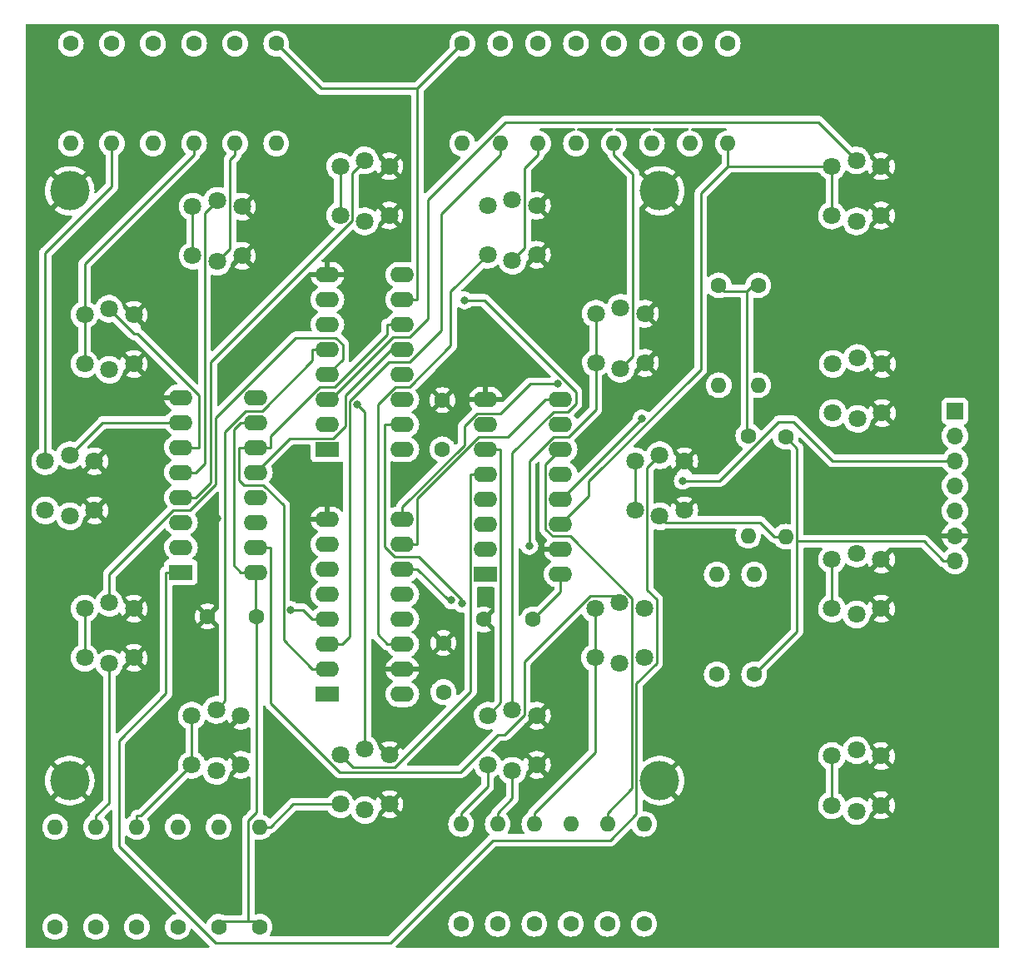
<source format=gbr>
G04 #@! TF.GenerationSoftware,KiCad,Pcbnew,(6.0.5)*
G04 #@! TF.CreationDate,2022-07-13T23:01:29-05:00*
G04 #@! TF.ProjectId,QuantizerFront,5175616e-7469-47a6-9572-46726f6e742e,rev?*
G04 #@! TF.SameCoordinates,Original*
G04 #@! TF.FileFunction,Copper,L2,Bot*
G04 #@! TF.FilePolarity,Positive*
%FSLAX46Y46*%
G04 Gerber Fmt 4.6, Leading zero omitted, Abs format (unit mm)*
G04 Created by KiCad (PCBNEW (6.0.5)) date 2022-07-13 23:01:29*
%MOMM*%
%LPD*%
G01*
G04 APERTURE LIST*
G04 #@! TA.AperFunction,ComponentPad*
%ADD10C,4.000000*%
G04 #@! TD*
G04 #@! TA.AperFunction,ComponentPad*
%ADD11C,1.800000*%
G04 #@! TD*
G04 #@! TA.AperFunction,ComponentPad*
%ADD12R,1.700000X1.700000*%
G04 #@! TD*
G04 #@! TA.AperFunction,ComponentPad*
%ADD13O,1.700000X1.700000*%
G04 #@! TD*
G04 #@! TA.AperFunction,ComponentPad*
%ADD14C,1.600000*%
G04 #@! TD*
G04 #@! TA.AperFunction,ComponentPad*
%ADD15O,1.600000X1.600000*%
G04 #@! TD*
G04 #@! TA.AperFunction,ComponentPad*
%ADD16R,2.400000X1.600000*%
G04 #@! TD*
G04 #@! TA.AperFunction,ComponentPad*
%ADD17O,2.400000X1.600000*%
G04 #@! TD*
G04 #@! TA.AperFunction,ViaPad*
%ADD18C,0.800000*%
G04 #@! TD*
G04 #@! TA.AperFunction,Conductor*
%ADD19C,0.250000*%
G04 #@! TD*
G04 APERTURE END LIST*
D10*
G04 #@! TO.P,H2,1,1*
G04 #@! TO.N,GND*
X70000000Y-130000000D03*
G04 #@! TD*
D11*
G04 #@! TO.P,S12,1,COM_1*
G04 #@! TO.N,/SW12*
X71500000Y-117500000D03*
G04 #@! TO.P,S12,2,COM_2*
X71500000Y-112500000D03*
G04 #@! TO.P,S12,3,NO_1*
G04 #@! TO.N,GND*
X76500000Y-117500000D03*
G04 #@! TO.P,S12,4,NO_2*
X76500000Y-112500000D03*
G04 #@! TO.P,S12,L1,A*
G04 #@! TO.N,Net-(R32-Pad2)*
X74000000Y-118100000D03*
G04 #@! TO.P,S12,L2,K*
G04 #@! TO.N,/LD12*
X74000000Y-111900000D03*
G04 #@! TD*
G04 #@! TO.P,S13,1,COM_1*
G04 #@! TO.N,/SW13*
X147500000Y-72500000D03*
G04 #@! TO.P,S13,2,COM_2*
X147500000Y-67500000D03*
G04 #@! TO.P,S13,3,NO_1*
G04 #@! TO.N,GND*
X152500000Y-72500000D03*
G04 #@! TO.P,S13,4,NO_2*
X152500000Y-67500000D03*
G04 #@! TO.P,S13,L1,A*
G04 #@! TO.N,Net-(R34-Pad2)*
X150000000Y-73100000D03*
G04 #@! TO.P,S13,L2,K*
G04 #@! TO.N,/LD13*
X150000000Y-66900000D03*
G04 #@! TD*
G04 #@! TO.P,S8,1,COM_1*
G04 #@! TO.N,/SW8*
X123400000Y-117500000D03*
G04 #@! TO.P,S8,2,COM_2*
X123400000Y-112500000D03*
G04 #@! TO.P,S8,3,NO_1*
G04 #@! TO.N,GND*
X128400000Y-117500000D03*
G04 #@! TO.P,S8,4,NO_2*
X128400000Y-112500000D03*
G04 #@! TO.P,S8,L1,A*
G04 #@! TO.N,Net-(R24-Pad2)*
X125900000Y-118100000D03*
G04 #@! TO.P,S8,L2,K*
G04 #@! TO.N,/LD8*
X125900000Y-111900000D03*
G04 #@! TD*
G04 #@! TO.P,S6,1,COM_1*
G04 #@! TO.N,/SW6*
X123500000Y-87500000D03*
G04 #@! TO.P,S6,2,COM_2*
X123500000Y-82500000D03*
G04 #@! TO.P,S6,3,NO_1*
G04 #@! TO.N,GND*
X128500000Y-87500000D03*
G04 #@! TO.P,S6,4,NO_2*
X128500000Y-82500000D03*
G04 #@! TO.P,S6,L1,A*
G04 #@! TO.N,Net-(R20-Pad2)*
X126000000Y-88100000D03*
G04 #@! TO.P,S6,L2,K*
G04 #@! TO.N,/LD6*
X126000000Y-81900000D03*
G04 #@! TD*
G04 #@! TO.P,S4,1,COM_1*
G04 #@! TO.N,/SW4*
X97500000Y-72500000D03*
G04 #@! TO.P,S4,2,COM_2*
X97500000Y-67500000D03*
G04 #@! TO.P,S4,3,NO_1*
G04 #@! TO.N,GND*
X102500000Y-72500000D03*
G04 #@! TO.P,S4,4,NO_2*
X102500000Y-67500000D03*
G04 #@! TO.P,S4,L1,A*
G04 #@! TO.N,Net-(R16-Pad2)*
X100000000Y-73100000D03*
G04 #@! TO.P,S4,L2,K*
G04 #@! TO.N,/LD4*
X100000000Y-66900000D03*
G04 #@! TD*
D12*
G04 #@! TO.P,J16,1,Pin_1*
G04 #@! TO.N,/SDI_F*
X160025000Y-92400000D03*
D13*
G04 #@! TO.P,J16,2,Pin_2*
G04 #@! TO.N,/SLI_F*
X160025000Y-94940000D03*
G04 #@! TO.P,J16,3,Pin_3*
G04 #@! TO.N,/SDO_F*
X160025000Y-97480000D03*
G04 #@! TO.P,J16,4,Pin_4*
G04 #@! TO.N,/SLO_F*
X160025000Y-100020000D03*
G04 #@! TO.P,J16,5,Pin_5*
G04 #@! TO.N,/SCL_F*
X160025000Y-102560000D03*
G04 #@! TO.P,J16,6,Pin_6*
G04 #@! TO.N,GND*
X160025000Y-105100000D03*
G04 #@! TO.P,J16,7,Pin_7*
G04 #@! TO.N,+5V_1*
X160025000Y-107640000D03*
G04 #@! TD*
D10*
G04 #@! TO.P,H4,1,1*
G04 #@! TO.N,GND*
X130000000Y-70000000D03*
G04 #@! TD*
D11*
G04 #@! TO.P,S2,1,COM_1*
G04 #@! TO.N,/SW2*
X71500000Y-87600000D03*
G04 #@! TO.P,S2,2,COM_2*
X71500000Y-82600000D03*
G04 #@! TO.P,S2,3,NO_1*
G04 #@! TO.N,GND*
X76500000Y-87600000D03*
G04 #@! TO.P,S2,4,NO_2*
X76500000Y-82600000D03*
G04 #@! TO.P,S2,L1,A*
G04 #@! TO.N,Net-(R12-Pad2)*
X74000000Y-88200000D03*
G04 #@! TO.P,S2,L2,K*
G04 #@! TO.N,/LD2*
X74000000Y-82000000D03*
G04 #@! TD*
G04 #@! TO.P,S3,1,COM_1*
G04 #@! TO.N,/SW3*
X82500000Y-76600000D03*
G04 #@! TO.P,S3,2,COM_2*
X82500000Y-71600000D03*
G04 #@! TO.P,S3,3,NO_1*
G04 #@! TO.N,GND*
X87500000Y-76600000D03*
G04 #@! TO.P,S3,4,NO_2*
X87500000Y-71600000D03*
G04 #@! TO.P,S3,L1,A*
G04 #@! TO.N,Net-(R14-Pad2)*
X85000000Y-77200000D03*
G04 #@! TO.P,S3,L2,K*
G04 #@! TO.N,/LD3*
X85000000Y-71000000D03*
G04 #@! TD*
G04 #@! TO.P,S7,1,COM_1*
G04 #@! TO.N,/SW7*
X127500000Y-102500000D03*
G04 #@! TO.P,S7,2,COM_2*
X127500000Y-97500000D03*
G04 #@! TO.P,S7,3,NO_1*
G04 #@! TO.N,GND*
X132500000Y-102500000D03*
G04 #@! TO.P,S7,4,NO_2*
X132500000Y-97500000D03*
G04 #@! TO.P,S7,L1,A*
G04 #@! TO.N,Net-(R22-Pad2)*
X130000000Y-103100000D03*
G04 #@! TO.P,S7,L2,K*
G04 #@! TO.N,/LD7*
X130000000Y-96900000D03*
G04 #@! TD*
G04 #@! TO.P,S10,1,COM_1*
G04 #@! TO.N,/SW10*
X97500000Y-132400000D03*
G04 #@! TO.P,S10,2,COM_2*
X97500000Y-127400000D03*
G04 #@! TO.P,S10,3,NO_1*
G04 #@! TO.N,GND*
X102500000Y-132400000D03*
G04 #@! TO.P,S10,4,NO_2*
X102500000Y-127400000D03*
G04 #@! TO.P,S10,L1,A*
G04 #@! TO.N,Net-(R28-Pad2)*
X100000000Y-133000000D03*
G04 #@! TO.P,S10,L2,K*
G04 #@! TO.N,/LD10*
X100000000Y-126800000D03*
G04 #@! TD*
G04 #@! TO.P,S16,1,COM_1*
G04 #@! TO.N,/SW16*
X147500000Y-132500000D03*
G04 #@! TO.P,S16,2,COM_2*
X147500000Y-127500000D03*
G04 #@! TO.P,S16,3,NO_1*
G04 #@! TO.N,GND*
X152500000Y-132500000D03*
G04 #@! TO.P,S16,4,NO_2*
X152500000Y-127500000D03*
G04 #@! TO.P,S16,L1,A*
G04 #@! TO.N,Net-(R40-Pad2)*
X150000000Y-133100000D03*
G04 #@! TO.P,S16,L2,K*
G04 #@! TO.N,/LD16*
X150000000Y-126900000D03*
G04 #@! TD*
G04 #@! TO.P,S1,1,COM_1*
G04 #@! TO.N,/SW1*
X67500000Y-102500000D03*
G04 #@! TO.P,S1,2,COM_2*
X67500000Y-97500000D03*
G04 #@! TO.P,S1,3,NO_1*
G04 #@! TO.N,GND*
X72500000Y-102500000D03*
G04 #@! TO.P,S1,4,NO_2*
X72500000Y-97500000D03*
G04 #@! TO.P,S1,L1,A*
G04 #@! TO.N,Net-(R10-Pad2)*
X70000000Y-103100000D03*
G04 #@! TO.P,S1,L2,K*
G04 #@! TO.N,/LD1*
X70000000Y-96900000D03*
G04 #@! TD*
D10*
G04 #@! TO.P,H3,1,1*
G04 #@! TO.N,GND*
X130000000Y-130000000D03*
G04 #@! TD*
G04 #@! TO.P,H1,1,1*
G04 #@! TO.N,GND*
X70000000Y-70000000D03*
G04 #@! TD*
D11*
G04 #@! TO.P,S14,1,COM_1*
G04 #@! TO.N,/SW14*
X147600000Y-92600000D03*
G04 #@! TO.P,S14,2,COM_2*
X147600000Y-87600000D03*
G04 #@! TO.P,S14,3,NO_1*
G04 #@! TO.N,GND*
X152600000Y-92600000D03*
G04 #@! TO.P,S14,4,NO_2*
X152600000Y-87600000D03*
G04 #@! TO.P,S14,L1,A*
G04 #@! TO.N,Net-(R36-Pad2)*
X150100000Y-93200000D03*
G04 #@! TO.P,S14,L2,K*
G04 #@! TO.N,/LD14*
X150100000Y-87000000D03*
G04 #@! TD*
G04 #@! TO.P,S15,1,COM_1*
G04 #@! TO.N,/SW15*
X147500000Y-112500000D03*
G04 #@! TO.P,S15,2,COM_2*
X147500000Y-107500000D03*
G04 #@! TO.P,S15,3,NO_1*
G04 #@! TO.N,GND*
X152500000Y-112500000D03*
G04 #@! TO.P,S15,4,NO_2*
X152500000Y-107500000D03*
G04 #@! TO.P,S15,L1,A*
G04 #@! TO.N,Net-(R38-Pad2)*
X150000000Y-113100000D03*
G04 #@! TO.P,S15,L2,K*
G04 #@! TO.N,/LD15*
X150000000Y-106900000D03*
G04 #@! TD*
G04 #@! TO.P,S9,1,COM_1*
G04 #@! TO.N,/SW9*
X112500000Y-128400000D03*
G04 #@! TO.P,S9,2,COM_2*
X112500000Y-123400000D03*
G04 #@! TO.P,S9,3,NO_1*
G04 #@! TO.N,GND*
X117500000Y-128400000D03*
G04 #@! TO.P,S9,4,NO_2*
X117500000Y-123400000D03*
G04 #@! TO.P,S9,L1,A*
G04 #@! TO.N,Net-(R26-Pad2)*
X115000000Y-129000000D03*
G04 #@! TO.P,S9,L2,K*
G04 #@! TO.N,/LD9*
X115000000Y-122800000D03*
G04 #@! TD*
G04 #@! TO.P,S5,1,COM_1*
G04 #@! TO.N,/SW5*
X112500000Y-76500000D03*
G04 #@! TO.P,S5,2,COM_2*
X112500000Y-71500000D03*
G04 #@! TO.P,S5,3,NO_1*
G04 #@! TO.N,GND*
X117500000Y-76500000D03*
G04 #@! TO.P,S5,4,NO_2*
X117500000Y-71500000D03*
G04 #@! TO.P,S5,L1,A*
G04 #@! TO.N,Net-(R18-Pad2)*
X115000000Y-77100000D03*
G04 #@! TO.P,S5,L2,K*
G04 #@! TO.N,/LD5*
X115000000Y-70900000D03*
G04 #@! TD*
G04 #@! TO.P,S11,1,COM_1*
G04 #@! TO.N,/SW11*
X82400000Y-128400000D03*
G04 #@! TO.P,S11,2,COM_2*
X82400000Y-123400000D03*
G04 #@! TO.P,S11,3,NO_1*
G04 #@! TO.N,GND*
X87400000Y-128400000D03*
G04 #@! TO.P,S11,4,NO_2*
X87400000Y-123400000D03*
G04 #@! TO.P,S11,L1,A*
G04 #@! TO.N,Net-(R30-Pad2)*
X84900000Y-129000000D03*
G04 #@! TO.P,S11,L2,K*
G04 #@! TO.N,/LD11*
X84900000Y-122800000D03*
G04 #@! TD*
D14*
G04 #@! TO.P,R26,1*
G04 #@! TO.N,+5V_1*
X113520000Y-144580000D03*
D15*
G04 #@! TO.P,R26,2*
G04 #@! TO.N,Net-(R26-Pad2)*
X113520000Y-134420000D03*
G04 #@! TD*
D14*
G04 #@! TO.P,C8,1*
G04 #@! TO.N,GND*
X112100000Y-113600000D03*
G04 #@! TO.P,C8,2*
G04 #@! TO.N,+5V_1*
X117100000Y-113600000D03*
G04 #@! TD*
G04 #@! TO.P,R33,1*
G04 #@! TO.N,+5V_1*
X136914300Y-55020000D03*
D15*
G04 #@! TO.P,R33,2*
G04 #@! TO.N,/SW13*
X136914300Y-65180000D03*
G04 #@! TD*
D14*
G04 #@! TO.P,R22,1*
G04 #@! TO.N,+5V_1*
X142800000Y-95020000D03*
D15*
G04 #@! TO.P,R22,2*
G04 #@! TO.N,Net-(R22-Pad2)*
X142800000Y-105180000D03*
G04 #@! TD*
D14*
G04 #@! TO.P,R19,1*
G04 #@! TO.N,+5V_1*
X129200000Y-55020000D03*
D15*
G04 #@! TO.P,R19,2*
G04 #@! TO.N,/SW6*
X129200000Y-65180000D03*
G04 #@! TD*
D14*
G04 #@! TO.P,R18,1*
G04 #@! TO.N,+5V_1*
X117628600Y-55020000D03*
D15*
G04 #@! TO.P,R18,2*
G04 #@! TO.N,Net-(R18-Pad2)*
X117628600Y-65180000D03*
G04 #@! TD*
D16*
G04 #@! TO.P,U3,1,QB*
G04 #@! TO.N,/LD7*
X81300000Y-108800000D03*
D17*
G04 #@! TO.P,U3,2,QC*
G04 #@! TO.N,/LD6*
X81300000Y-106260000D03*
G04 #@! TO.P,U3,3,QD*
G04 #@! TO.N,/LD5*
X81300000Y-103720000D03*
G04 #@! TO.P,U3,4,QE*
G04 #@! TO.N,/LD4*
X81300000Y-101180000D03*
G04 #@! TO.P,U3,5,QF*
G04 #@! TO.N,/LD3*
X81300000Y-98640000D03*
G04 #@! TO.P,U3,6,QG*
G04 #@! TO.N,/LD2*
X81300000Y-96100000D03*
G04 #@! TO.P,U3,7,QH*
G04 #@! TO.N,/LD1*
X81300000Y-93560000D03*
G04 #@! TO.P,U3,8,GND*
G04 #@! TO.N,GND*
X81300000Y-91020000D03*
G04 #@! TO.P,U3,9,QH'*
G04 #@! TO.N,Net-(U3-Pad9)*
X88920000Y-91020000D03*
G04 #@! TO.P,U3,10,~{SRCLR}*
G04 #@! TO.N,+5V_1*
X88920000Y-93560000D03*
G04 #@! TO.P,U3,11,SRCLK*
G04 #@! TO.N,/SCL_F*
X88920000Y-96100000D03*
G04 #@! TO.P,U3,12,RCLK*
G04 #@! TO.N,/SLO_F*
X88920000Y-98640000D03*
G04 #@! TO.P,U3,13,~{OE}*
G04 #@! TO.N,GND*
X88920000Y-101180000D03*
G04 #@! TO.P,U3,14,SER*
G04 #@! TO.N,/SDO_F*
X88920000Y-103720000D03*
G04 #@! TO.P,U3,15,QA*
G04 #@! TO.N,/LD8*
X88920000Y-106260000D03*
G04 #@! TO.P,U3,16,VCC*
G04 #@! TO.N,+5V_1*
X88920000Y-108800000D03*
G04 #@! TD*
D14*
G04 #@! TO.P,R17,1*
G04 #@! TO.N,+5V_1*
X121485700Y-55020000D03*
D15*
G04 #@! TO.P,R17,2*
G04 #@! TO.N,/SW5*
X121485700Y-65180000D03*
G04 #@! TD*
D14*
G04 #@! TO.P,R34,1*
G04 #@! TO.N,+5V_1*
X133057100Y-55020000D03*
D15*
G04 #@! TO.P,R34,2*
G04 #@! TO.N,Net-(R34-Pad2)*
X133057100Y-65180000D03*
G04 #@! TD*
D14*
G04 #@! TO.P,R27,1*
G04 #@! TO.N,+5V_1*
X89300000Y-144880000D03*
D15*
G04 #@! TO.P,R27,2*
G04 #@! TO.N,/SW10*
X89300000Y-134720000D03*
G04 #@! TD*
D14*
G04 #@! TO.P,R14,1*
G04 #@! TO.N,+5V_1*
X86820000Y-55020000D03*
D15*
G04 #@! TO.P,R14,2*
G04 #@! TO.N,Net-(R14-Pad2)*
X86820000Y-65180000D03*
G04 #@! TD*
D14*
G04 #@! TO.P,R39,1*
G04 #@! TO.N,+5V_1*
X124680000Y-144580000D03*
D15*
G04 #@! TO.P,R39,2*
G04 #@! TO.N,/SW16*
X124680000Y-134420000D03*
G04 #@! TD*
D14*
G04 #@! TO.P,R32,1*
G04 #@! TO.N,+5V_1*
X72660000Y-144880000D03*
D15*
G04 #@! TO.P,R32,2*
G04 #@! TO.N,Net-(R32-Pad2)*
X72660000Y-134720000D03*
G04 #@! TD*
D14*
G04 #@! TO.P,R30,1*
G04 #@! TO.N,+5V_1*
X80980000Y-144880000D03*
D15*
G04 #@! TO.P,R30,2*
G04 #@! TO.N,Net-(R30-Pad2)*
X80980000Y-134720000D03*
G04 #@! TD*
D14*
G04 #@! TO.P,R12,1*
G04 #@! TO.N,+5V_1*
X78460000Y-55020000D03*
D15*
G04 #@! TO.P,R12,2*
G04 #@! TO.N,Net-(R12-Pad2)*
X78460000Y-65180000D03*
G04 #@! TD*
D16*
G04 #@! TO.P,U2,1,~{PL}*
G04 #@! TO.N,/SLI_F*
X96200000Y-121200000D03*
D17*
G04 #@! TO.P,U2,2,CP*
G04 #@! TO.N,/SCL_F*
X96200000Y-118660000D03*
G04 #@! TO.P,U2,3,D4*
G04 #@! TO.N,/SW4*
X96200000Y-116120000D03*
G04 #@! TO.P,U2,4,D5*
G04 #@! TO.N,/SW3*
X96200000Y-113580000D03*
G04 #@! TO.P,U2,5,D6*
G04 #@! TO.N,/SW2*
X96200000Y-111040000D03*
G04 #@! TO.P,U2,6,D7*
G04 #@! TO.N,/SW1*
X96200000Y-108500000D03*
G04 #@! TO.P,U2,7,~{Q7}*
G04 #@! TO.N,unconnected-(U2-Pad7)*
X96200000Y-105960000D03*
G04 #@! TO.P,U2,8,GND*
G04 #@! TO.N,GND*
X96200000Y-103420000D03*
G04 #@! TO.P,U2,9,Q7*
G04 #@! TO.N,/SDI_F*
X103820000Y-103420000D03*
G04 #@! TO.P,U2,10,DS*
G04 #@! TO.N,Net-(U2-Pad10)*
X103820000Y-105960000D03*
G04 #@! TO.P,U2,11,D0*
G04 #@! TO.N,/SW8*
X103820000Y-108500000D03*
G04 #@! TO.P,U2,12,D1*
G04 #@! TO.N,/SW7*
X103820000Y-111040000D03*
G04 #@! TO.P,U2,13,D2*
G04 #@! TO.N,/SW6*
X103820000Y-113580000D03*
G04 #@! TO.P,U2,14,D3*
G04 #@! TO.N,/SW5*
X103820000Y-116120000D03*
G04 #@! TO.P,U2,15,~{CE}*
G04 #@! TO.N,GND*
X103820000Y-118660000D03*
G04 #@! TO.P,U2,16,VCC*
G04 #@! TO.N,+5V_1*
X103820000Y-121200000D03*
G04 #@! TD*
D14*
G04 #@! TO.P,R31,1*
G04 #@! TO.N,+5V_1*
X68500000Y-144880000D03*
D15*
G04 #@! TO.P,R31,2*
G04 #@! TO.N,/SW12*
X68500000Y-134720000D03*
G04 #@! TD*
D14*
G04 #@! TO.P,R35,1*
G04 #@! TO.N,+5V_1*
X140000000Y-79620000D03*
D15*
G04 #@! TO.P,R35,2*
G04 #@! TO.N,/SW14*
X140000000Y-89780000D03*
G04 #@! TD*
D16*
G04 #@! TO.P,U5,1,QB*
G04 #@! TO.N,/LD15*
X96200000Y-96300000D03*
D17*
G04 #@! TO.P,U5,2,QC*
G04 #@! TO.N,/LD14*
X96200000Y-93760000D03*
G04 #@! TO.P,U5,3,QD*
G04 #@! TO.N,/LD13*
X96200000Y-91220000D03*
G04 #@! TO.P,U5,4,QE*
G04 #@! TO.N,/LD12*
X96200000Y-88680000D03*
G04 #@! TO.P,U5,5,QF*
G04 #@! TO.N,/LD11*
X96200000Y-86140000D03*
G04 #@! TO.P,U5,6,QG*
G04 #@! TO.N,/LD10*
X96200000Y-83600000D03*
G04 #@! TO.P,U5,7,QH*
G04 #@! TO.N,/LD9*
X96200000Y-81060000D03*
G04 #@! TO.P,U5,8,GND*
G04 #@! TO.N,GND*
X96200000Y-78520000D03*
G04 #@! TO.P,U5,9,QH'*
G04 #@! TO.N,unconnected-(U5-Pad9)*
X103820000Y-78520000D03*
G04 #@! TO.P,U5,10,~{SRCLR}*
G04 #@! TO.N,+5V_1*
X103820000Y-81060000D03*
G04 #@! TO.P,U5,11,SRCLK*
G04 #@! TO.N,/SCL_F*
X103820000Y-83600000D03*
G04 #@! TO.P,U5,12,RCLK*
G04 #@! TO.N,/SLO_F*
X103820000Y-86140000D03*
G04 #@! TO.P,U5,13,~{OE}*
G04 #@! TO.N,GND*
X103820000Y-88680000D03*
G04 #@! TO.P,U5,14,SER*
G04 #@! TO.N,Net-(U3-Pad9)*
X103820000Y-91220000D03*
G04 #@! TO.P,U5,15,QA*
G04 #@! TO.N,/LD16*
X103820000Y-93760000D03*
G04 #@! TO.P,U5,16,VCC*
G04 #@! TO.N,+5V_1*
X103820000Y-96300000D03*
G04 #@! TD*
D14*
G04 #@! TO.P,R13,1*
G04 #@! TO.N,+5V_1*
X91000000Y-55020000D03*
D15*
G04 #@! TO.P,R13,2*
G04 #@! TO.N,/SW3*
X91000000Y-65180000D03*
G04 #@! TD*
D14*
G04 #@! TO.P,R11,1*
G04 #@! TO.N,+5V_1*
X82640000Y-55020000D03*
D15*
G04 #@! TO.P,R11,2*
G04 #@! TO.N,/SW2*
X82640000Y-65180000D03*
G04 #@! TD*
D16*
G04 #@! TO.P,U4,1,~{PL}*
G04 #@! TO.N,/SLI_F*
X112300000Y-109000000D03*
D17*
G04 #@! TO.P,U4,2,CP*
G04 #@! TO.N,/SCL_F*
X112300000Y-106460000D03*
G04 #@! TO.P,U4,3,D4*
G04 #@! TO.N,/SW12*
X112300000Y-103920000D03*
G04 #@! TO.P,U4,4,D5*
G04 #@! TO.N,/SW11*
X112300000Y-101380000D03*
G04 #@! TO.P,U4,5,D6*
G04 #@! TO.N,/SW10*
X112300000Y-98840000D03*
G04 #@! TO.P,U4,6,D7*
G04 #@! TO.N,/SW9*
X112300000Y-96300000D03*
G04 #@! TO.P,U4,7,~{Q7}*
G04 #@! TO.N,unconnected-(U4-Pad7)*
X112300000Y-93760000D03*
G04 #@! TO.P,U4,8,GND*
G04 #@! TO.N,GND*
X112300000Y-91220000D03*
G04 #@! TO.P,U4,9,Q7*
G04 #@! TO.N,Net-(U2-Pad10)*
X119920000Y-91220000D03*
G04 #@! TO.P,U4,10,DS*
G04 #@! TO.N,unconnected-(U4-Pad10)*
X119920000Y-93760000D03*
G04 #@! TO.P,U4,11,D0*
G04 #@! TO.N,/SW16*
X119920000Y-96300000D03*
G04 #@! TO.P,U4,12,D1*
G04 #@! TO.N,/SW15*
X119920000Y-98840000D03*
G04 #@! TO.P,U4,13,D2*
G04 #@! TO.N,/SW14*
X119920000Y-101380000D03*
G04 #@! TO.P,U4,14,D3*
G04 #@! TO.N,/SW13*
X119920000Y-103920000D03*
G04 #@! TO.P,U4,15,~{CE}*
G04 #@! TO.N,GND*
X119920000Y-106460000D03*
G04 #@! TO.P,U4,16,VCC*
G04 #@! TO.N,+5V_1*
X119920000Y-109000000D03*
G04 #@! TD*
D14*
G04 #@! TO.P,R21,1*
G04 #@! TO.N,+5V_1*
X139000000Y-94920000D03*
D15*
G04 #@! TO.P,R21,2*
G04 #@! TO.N,/SW7*
X139000000Y-105080000D03*
G04 #@! TD*
D14*
G04 #@! TO.P,C7,1*
G04 #@! TO.N,GND*
X84000000Y-113300000D03*
G04 #@! TO.P,C7,2*
G04 #@! TO.N,+5V_1*
X89000000Y-113300000D03*
G04 #@! TD*
G04 #@! TO.P,R28,1*
G04 #@! TO.N,+5V_1*
X85140000Y-144880000D03*
D15*
G04 #@! TO.P,R28,2*
G04 #@! TO.N,Net-(R28-Pad2)*
X85140000Y-134720000D03*
G04 #@! TD*
D14*
G04 #@! TO.P,R29,1*
G04 #@! TO.N,+5V_1*
X76820000Y-144880000D03*
D15*
G04 #@! TO.P,R29,2*
G04 #@! TO.N,/SW11*
X76820000Y-134720000D03*
G04 #@! TD*
D14*
G04 #@! TO.P,R10,1*
G04 #@! TO.N,+5V_1*
X70100000Y-55020000D03*
D15*
G04 #@! TO.P,R10,2*
G04 #@! TO.N,Net-(R10-Pad2)*
X70100000Y-65180000D03*
G04 #@! TD*
D14*
G04 #@! TO.P,R9,1*
G04 #@! TO.N,+5V_1*
X74280000Y-55020000D03*
D15*
G04 #@! TO.P,R9,2*
G04 #@! TO.N,/SW1*
X74280000Y-65180000D03*
G04 #@! TD*
D14*
G04 #@! TO.P,R20,1*
G04 #@! TO.N,+5V_1*
X125342900Y-55020000D03*
D15*
G04 #@! TO.P,R20,2*
G04 #@! TO.N,Net-(R20-Pad2)*
X125342900Y-65180000D03*
G04 #@! TD*
D14*
G04 #@! TO.P,R25,1*
G04 #@! TO.N,+5V_1*
X109800000Y-144580000D03*
D15*
G04 #@! TO.P,R25,2*
G04 #@! TO.N,/SW9*
X109800000Y-134420000D03*
G04 #@! TD*
D14*
G04 #@! TO.P,R23,1*
G04 #@! TO.N,+5V_1*
X117240000Y-144580000D03*
D15*
G04 #@! TO.P,R23,2*
G04 #@! TO.N,/SW8*
X117240000Y-134420000D03*
G04 #@! TD*
D14*
G04 #@! TO.P,R38,1*
G04 #@! TO.N,+5V_1*
X139600000Y-119180000D03*
D15*
G04 #@! TO.P,R38,2*
G04 #@! TO.N,Net-(R38-Pad2)*
X139600000Y-109020000D03*
G04 #@! TD*
D14*
G04 #@! TO.P,C9,1*
G04 #@! TO.N,GND*
X107900000Y-91300000D03*
G04 #@! TO.P,C9,2*
G04 #@! TO.N,+5V_1*
X107900000Y-96300000D03*
G04 #@! TD*
G04 #@! TO.P,R40,1*
G04 #@! TO.N,+5V_1*
X128400000Y-144580000D03*
D15*
G04 #@! TO.P,R40,2*
G04 #@! TO.N,Net-(R40-Pad2)*
X128400000Y-134420000D03*
G04 #@! TD*
D14*
G04 #@! TO.P,R15,1*
G04 #@! TO.N,+5V_1*
X113771400Y-55020000D03*
D15*
G04 #@! TO.P,R15,2*
G04 #@! TO.N,/SW4*
X113771400Y-65180000D03*
G04 #@! TD*
D14*
G04 #@! TO.P,C6,1*
G04 #@! TO.N,GND*
X108000000Y-116000000D03*
G04 #@! TO.P,C6,2*
G04 #@! TO.N,+5V_1*
X108000000Y-121000000D03*
G04 #@! TD*
G04 #@! TO.P,R16,1*
G04 #@! TO.N,+5V_1*
X109914300Y-55020000D03*
D15*
G04 #@! TO.P,R16,2*
G04 #@! TO.N,Net-(R16-Pad2)*
X109914300Y-65180000D03*
G04 #@! TD*
D14*
G04 #@! TO.P,R37,1*
G04 #@! TO.N,+5V_1*
X135800000Y-119180000D03*
D15*
G04 #@! TO.P,R37,2*
G04 #@! TO.N,/SW15*
X135800000Y-109020000D03*
G04 #@! TD*
D14*
G04 #@! TO.P,R36,1*
G04 #@! TO.N,+5V_1*
X136000000Y-79620000D03*
D15*
G04 #@! TO.P,R36,2*
G04 #@! TO.N,Net-(R36-Pad2)*
X136000000Y-89780000D03*
G04 #@! TD*
D14*
G04 #@! TO.P,R24,1*
G04 #@! TO.N,+5V_1*
X120960000Y-144580000D03*
D15*
G04 #@! TO.P,R24,2*
G04 #@! TO.N,Net-(R24-Pad2)*
X120960000Y-134420000D03*
G04 #@! TD*
D18*
G04 #@! TO.N,GND*
X85000000Y-103300000D03*
X92500000Y-99000000D03*
X136200000Y-82600000D03*
X100800000Y-83600000D03*
X93100000Y-103900000D03*
X117300000Y-109900000D03*
G04 #@! TO.N,/SDO_F*
X132343300Y-99482300D03*
G04 #@! TO.N,/SDI_F*
X119618600Y-89623000D03*
G04 #@! TO.N,/SW3*
X92462600Y-112627700D03*
G04 #@! TO.N,/SW6*
X116729800Y-106119000D03*
G04 #@! TO.N,/SW8*
X108828500Y-111664000D03*
G04 #@! TO.N,/SW14*
X128158900Y-93161900D03*
G04 #@! TO.N,/LD9*
X110142300Y-81135400D03*
G04 #@! TO.N,/LD10*
X99184200Y-91702000D03*
G04 #@! TO.N,/LD16*
X109904100Y-112000400D03*
G04 #@! TD*
D19*
G04 #@! TO.N,Net-(R14-Pad2)*
X86274600Y-75925400D02*
X85000000Y-77200000D01*
X86274600Y-66850700D02*
X86274600Y-75925400D01*
X86820000Y-66305300D02*
X86274600Y-66850700D01*
X86820000Y-65180000D02*
X86820000Y-66305300D01*
G04 #@! TO.N,Net-(R18-Pad2)*
X116274600Y-67659300D02*
X116274600Y-75825400D01*
X116274600Y-75825400D02*
X115000000Y-77100000D01*
X117628600Y-66305300D02*
X116274600Y-67659300D01*
X117628600Y-65180000D02*
X117628600Y-66305300D01*
G04 #@! TO.N,+5V_1*
X143966400Y-96186400D02*
X142800000Y-95020000D01*
X88173600Y-144316800D02*
X85703200Y-144316800D01*
X119920000Y-110780000D02*
X117100000Y-113600000D01*
X143966400Y-114813600D02*
X143966400Y-105645100D01*
X89000000Y-113300000D02*
X88920000Y-113220000D01*
X86700000Y-94254700D02*
X87394700Y-93560000D01*
X88736800Y-144316800D02*
X88173600Y-144316800D01*
X105345300Y-81060000D02*
X105345300Y-59589000D01*
X88920000Y-108800000D02*
X87394700Y-108800000D01*
X160025000Y-107640000D02*
X158849700Y-107640000D01*
X136570000Y-80190000D02*
X136000000Y-79620000D01*
X88173600Y-144316800D02*
X88173600Y-134046400D01*
X139600000Y-119180000D02*
X143966400Y-114813600D01*
X86700000Y-108105300D02*
X86700000Y-94254700D01*
X156854800Y-105645100D02*
X158849700Y-107640000D01*
X105345300Y-59589000D02*
X95569000Y-59589000D01*
X88920000Y-113220000D02*
X88920000Y-108800000D01*
X105345300Y-59589000D02*
X109914300Y-55020000D01*
X139430100Y-79620000D02*
X140000000Y-79620000D01*
X139000000Y-94920000D02*
X138860100Y-94780100D01*
X87394700Y-108800000D02*
X86700000Y-108105300D01*
X89300000Y-144880000D02*
X88736800Y-144316800D01*
X138860100Y-80190000D02*
X136570000Y-80190000D01*
X103820000Y-81060000D02*
X105345300Y-81060000D01*
X119920000Y-109000000D02*
X119920000Y-110780000D01*
X87394700Y-93560000D02*
X88920000Y-93560000D01*
X85703200Y-144316800D02*
X85140000Y-144880000D01*
X143966400Y-105645100D02*
X156854800Y-105645100D01*
X88173600Y-134046400D02*
X89000000Y-133220000D01*
X95569000Y-59589000D02*
X91000000Y-55020000D01*
X138860100Y-94780100D02*
X138860100Y-80190000D01*
X143966400Y-105645100D02*
X143966400Y-96186400D01*
X89000000Y-133220000D02*
X89000000Y-113300000D01*
X138860100Y-80190000D02*
X139430100Y-79620000D01*
G04 #@! TO.N,Net-(R20-Pad2)*
X125342900Y-65180000D02*
X125342900Y-66305300D01*
X127274600Y-68237000D02*
X127274600Y-86825400D01*
X127274600Y-86825400D02*
X126000000Y-88100000D01*
X125342900Y-66305300D02*
X127274600Y-68237000D01*
G04 #@! TO.N,Net-(R22-Pad2)*
X140230000Y-103735300D02*
X130635300Y-103735300D01*
X130635300Y-103735300D02*
X130000000Y-103100000D01*
X141674700Y-105180000D02*
X140230000Y-103735300D01*
X142800000Y-105180000D02*
X141674700Y-105180000D01*
G04 #@! TO.N,/SCL_F*
X94674700Y-118660000D02*
X91737300Y-115722600D01*
X87200000Y-96100000D02*
X88920000Y-96100000D01*
X87200000Y-99400000D02*
X87200000Y-96100000D01*
X89648900Y-99910000D02*
X87710000Y-99910000D01*
X91737300Y-115722600D02*
X91737300Y-101998400D01*
X103820000Y-83600000D02*
X102294700Y-83600000D01*
X91737300Y-101998400D02*
X89648900Y-99910000D01*
X88920000Y-96100000D02*
X90445300Y-96100000D01*
X96937100Y-89950000D02*
X95451300Y-89950000D01*
X90445300Y-94956000D02*
X90445300Y-96100000D01*
X102294700Y-83600000D02*
X102294700Y-84592400D01*
X96200000Y-118660000D02*
X94674700Y-118660000D01*
X95451300Y-89950000D02*
X90445300Y-94956000D01*
X87710000Y-99910000D02*
X87200000Y-99400000D01*
X102294700Y-84592400D02*
X96937100Y-89950000D01*
G04 #@! TO.N,/SLO_F*
X98009380Y-93940931D02*
X96774822Y-95175489D01*
X98009380Y-92309380D02*
X98009380Y-93940931D01*
X92384511Y-95175489D02*
X88920000Y-98640000D01*
X98008600Y-90791400D02*
X98008600Y-92308600D01*
X103820000Y-86140000D02*
X102660000Y-86140000D01*
X102660000Y-86140000D02*
X98008600Y-90791400D01*
X96774822Y-95175489D02*
X92384511Y-95175489D01*
X98008600Y-92308600D02*
X98009380Y-92309380D01*
G04 #@! TO.N,/SDO_F*
X147580000Y-97480000D02*
X160025000Y-97480000D01*
X142073000Y-93500000D02*
X143600000Y-93500000D01*
X143600000Y-93500000D02*
X147580000Y-97480000D01*
X136090700Y-99482300D02*
X142073000Y-93500000D01*
X132343300Y-99482300D02*
X136090700Y-99482300D01*
G04 #@! TO.N,/SDI_F*
X113825400Y-92634600D02*
X116837000Y-89623000D01*
X116837000Y-89623000D02*
X119618600Y-89623000D01*
X110116400Y-93941100D02*
X111422900Y-92634600D01*
X103820000Y-103420000D02*
X103820000Y-102147200D01*
X111422900Y-92634600D02*
X113825400Y-92634600D01*
X103820000Y-102147200D02*
X110116400Y-95850800D01*
X110116400Y-95850800D02*
X110116400Y-93941100D01*
G04 #@! TO.N,/SW1*
X74280000Y-69557800D02*
X67500000Y-76337800D01*
X67500000Y-76337800D02*
X67500000Y-97500000D01*
X74280000Y-65180000D02*
X74280000Y-69557800D01*
G04 #@! TO.N,/SW2*
X71500000Y-77445300D02*
X71500000Y-82600000D01*
X82640000Y-65180000D02*
X82640000Y-66305300D01*
X82640000Y-66305300D02*
X71500000Y-77445300D01*
X71500000Y-82600000D02*
X71500000Y-87600000D01*
G04 #@! TO.N,/SW3*
X96200000Y-113580000D02*
X94674700Y-113580000D01*
X93722400Y-112627700D02*
X94674700Y-113580000D01*
X82500000Y-71600000D02*
X82500000Y-76600000D01*
X92462600Y-112627700D02*
X93722400Y-112627700D01*
G04 #@! TO.N,/SW4*
X96200000Y-116120000D02*
X97725300Y-116120000D01*
X97500000Y-67500000D02*
X97500000Y-72500000D01*
X102438100Y-87410000D02*
X98458900Y-91389200D01*
X113771400Y-66305300D02*
X107773100Y-72303600D01*
X98458900Y-115386400D02*
X97725300Y-116120000D01*
X104592700Y-87410000D02*
X102438100Y-87410000D01*
X113771400Y-65180000D02*
X113771400Y-66305300D01*
X107773100Y-72303600D02*
X107773100Y-84229600D01*
X107773100Y-84229600D02*
X104592700Y-87410000D01*
X98458900Y-91389200D02*
X98458900Y-115386400D01*
G04 #@! TO.N,/SW5*
X108744300Y-85756200D02*
X108744300Y-80255700D01*
X102294700Y-116120000D02*
X101300000Y-115125300D01*
X104550500Y-89950000D02*
X108744300Y-85756200D01*
X101300000Y-115125300D02*
X101300000Y-91744400D01*
X108744300Y-80255700D02*
X112500000Y-76500000D01*
X103820000Y-116120000D02*
X102294700Y-116120000D01*
X103094400Y-89950000D02*
X104550500Y-89950000D01*
X101300000Y-91744400D02*
X103094400Y-89950000D01*
G04 #@! TO.N,/SW6*
X116729800Y-97498500D02*
X119198300Y-95030000D01*
X120696900Y-95030000D02*
X123500000Y-92226900D01*
X123500000Y-82500000D02*
X123500000Y-87500000D01*
X123500000Y-92226900D02*
X123500000Y-87500000D01*
X119198300Y-95030000D02*
X120696900Y-95030000D01*
X116729800Y-106119000D02*
X116729800Y-97498500D01*
G04 #@! TO.N,/SW7*
X127500000Y-102500000D02*
X127500000Y-97500000D01*
G04 #@! TO.N,/SW8*
X117240000Y-133294700D02*
X123400000Y-127134700D01*
X123400000Y-127134700D02*
X123400000Y-117500000D01*
X123400000Y-117500000D02*
X123400000Y-112500000D01*
X117240000Y-134420000D02*
X117240000Y-133294700D01*
X103820000Y-108500000D02*
X105345300Y-108500000D01*
X108828500Y-111664000D02*
X108509300Y-111664000D01*
X108509300Y-111664000D02*
X105345300Y-108500000D01*
G04 #@! TO.N,/SW9*
X109800000Y-133294700D02*
X112500000Y-130594700D01*
X113825300Y-122074700D02*
X113825300Y-96300000D01*
X112300000Y-96300000D02*
X113825300Y-96300000D01*
X112500000Y-123400000D02*
X113825300Y-122074700D01*
X112500000Y-130594700D02*
X112500000Y-128400000D01*
X109800000Y-134420000D02*
X109800000Y-133294700D01*
G04 #@! TO.N,Net-(R26-Pad2)*
X113520000Y-133294700D02*
X115000000Y-131814700D01*
X115000000Y-131814700D02*
X115000000Y-129000000D01*
X113520000Y-134420000D02*
X113520000Y-133294700D01*
G04 #@! TO.N,/SW10*
X97500000Y-132400000D02*
X92745300Y-132400000D01*
X103007700Y-128668900D02*
X98768900Y-128668900D01*
X110774700Y-98840000D02*
X110774700Y-120901900D01*
X110774700Y-120901900D02*
X103007700Y-128668900D01*
X89300000Y-134720000D02*
X90425300Y-134720000D01*
X98768900Y-128668900D02*
X97500000Y-127400000D01*
X92745300Y-132400000D02*
X90425300Y-134720000D01*
X112300000Y-98840000D02*
X110774700Y-98840000D01*
G04 #@! TO.N,/SW11*
X76820000Y-133594700D02*
X77205300Y-133594700D01*
X76820000Y-134720000D02*
X76820000Y-133594700D01*
X77205300Y-133594700D02*
X82400000Y-128400000D01*
X82400000Y-123400000D02*
X82400000Y-128400000D01*
G04 #@! TO.N,/SW12*
X71500000Y-112500000D02*
X71500000Y-117500000D01*
G04 #@! TO.N,Net-(R32-Pad2)*
X72660000Y-134720000D02*
X72660000Y-133594700D01*
X74000000Y-132254700D02*
X74000000Y-118100000D01*
X72660000Y-133594700D02*
X74000000Y-132254700D01*
G04 #@! TO.N,/SW13*
X147500000Y-67500000D02*
X147500000Y-72500000D01*
X136914300Y-65180000D02*
X136914300Y-66305300D01*
X122800000Y-101040000D02*
X122800000Y-99546600D01*
X119920000Y-103920000D02*
X122800000Y-101040000D01*
X122800000Y-99546600D02*
X134182500Y-88164100D01*
X134182500Y-70231800D02*
X136914300Y-67500000D01*
X134182500Y-88164100D02*
X134182500Y-70231800D01*
X136914300Y-67500000D02*
X136914300Y-66305300D01*
X136914300Y-67500000D02*
X147500000Y-67500000D01*
G04 #@! TO.N,/SW14*
X119940800Y-101380000D02*
X128158900Y-93161900D01*
X119920000Y-101380000D02*
X119940800Y-101380000D01*
G04 #@! TO.N,/SW15*
X147500000Y-107500000D02*
X147500000Y-112500000D01*
G04 #@! TO.N,/SW16*
X127174600Y-130800100D02*
X124680000Y-133294700D01*
X124680000Y-134420000D02*
X124680000Y-133294700D01*
X118391200Y-104394700D02*
X119131100Y-105134600D01*
X119131100Y-105134600D02*
X120873900Y-105134600D01*
X120873900Y-105134600D02*
X127174600Y-111435300D01*
X118391200Y-97828800D02*
X118391200Y-104394700D01*
X147500000Y-127500000D02*
X147500000Y-132500000D01*
X127174600Y-111435300D02*
X127174600Y-130800100D01*
X119920000Y-96300000D02*
X118391200Y-97828800D01*
G04 #@! TO.N,/LD1*
X73340000Y-93560000D02*
X70000000Y-96900000D01*
X81300000Y-93560000D02*
X73340000Y-93560000D01*
G04 #@! TO.N,/LD2*
X76882500Y-84563600D02*
X76563600Y-84563600D01*
X83100000Y-90781100D02*
X76882500Y-84563600D01*
X81300000Y-96100000D02*
X83100000Y-96100000D01*
X76563600Y-84563600D02*
X74000000Y-82000000D01*
X83100000Y-96100000D02*
X83100000Y-90781100D01*
G04 #@! TO.N,/LD3*
X83725400Y-72274600D02*
X85000000Y-71000000D01*
X82825300Y-98640000D02*
X83725400Y-97739900D01*
X81300000Y-98640000D02*
X82825300Y-98640000D01*
X83725400Y-97739900D02*
X83725400Y-72274600D01*
G04 #@! TO.N,/LD4*
X81300000Y-101180000D02*
X82825300Y-101180000D01*
X84340300Y-87392600D02*
X98725400Y-73007500D01*
X98725400Y-73007500D02*
X98725400Y-68174600D01*
X84340300Y-99665000D02*
X84340300Y-87392600D01*
X98725400Y-68174600D02*
X100000000Y-66900000D01*
X82825300Y-101180000D02*
X84340300Y-99665000D01*
G04 #@! TO.N,/LD7*
X102575000Y-146500000D02*
X112998700Y-136076300D01*
X79774700Y-121142700D02*
X75000000Y-125917400D01*
X129674700Y-111561900D02*
X128725400Y-110612600D01*
X79774700Y-108800000D02*
X79774700Y-121142700D01*
X112998700Y-136076300D02*
X124923700Y-136076300D01*
X75000000Y-136700000D02*
X84800000Y-146500000D01*
X127625200Y-133374800D02*
X127625200Y-120118100D01*
X128725400Y-110612600D02*
X128725400Y-98174600D01*
X127625200Y-120118100D02*
X129674700Y-118068600D01*
X75000000Y-125917400D02*
X75000000Y-136700000D01*
X84800000Y-146500000D02*
X102575000Y-146500000D01*
X129674700Y-118068600D02*
X129674700Y-111561900D01*
X124923700Y-136076300D02*
X127625200Y-133374800D01*
X128725400Y-98174600D02*
X130000000Y-96900000D01*
X81300000Y-108800000D02*
X79774700Y-108800000D01*
G04 #@! TO.N,/LD8*
X109731100Y-129119300D02*
X113546400Y-125304000D01*
X116225400Y-117916100D02*
X122904000Y-111237500D01*
X114229000Y-125304000D02*
X116225400Y-123307600D01*
X97441500Y-129119300D02*
X109731100Y-129119300D01*
X88920000Y-106260000D02*
X90445300Y-106260000D01*
X116225400Y-123307600D02*
X116225400Y-117916100D01*
X113546400Y-125304000D02*
X114229000Y-125304000D01*
X90445300Y-122123100D02*
X97441500Y-129119300D01*
X122904000Y-111237500D02*
X125237500Y-111237500D01*
X125237500Y-111237500D02*
X125900000Y-111900000D01*
X90445300Y-106260000D02*
X90445300Y-122123100D01*
G04 #@! TO.N,/LD9*
X119172200Y-92490000D02*
X120644800Y-92490000D01*
X112156800Y-81135400D02*
X110142300Y-81135400D01*
X121466000Y-90444600D02*
X112156800Y-81135400D01*
X121466000Y-91668800D02*
X121466000Y-90444600D01*
X120644800Y-92490000D02*
X121466000Y-91668800D01*
X115000000Y-122800000D02*
X115000000Y-96662200D01*
X115000000Y-96662200D02*
X119172200Y-92490000D01*
G04 #@! TO.N,/LD10*
X99184200Y-91702000D02*
X100000000Y-92517800D01*
X100000000Y-92517800D02*
X100000000Y-126800000D01*
G04 #@! TO.N,/LD11*
X85800000Y-121900000D02*
X84900000Y-122800000D01*
X94674700Y-87284000D02*
X89558700Y-92400000D01*
X87888700Y-92400000D02*
X85800000Y-94488700D01*
X85800000Y-94488700D02*
X85800000Y-121900000D01*
X94674700Y-86140000D02*
X94674700Y-87284000D01*
X89558700Y-92400000D02*
X87888700Y-92400000D01*
X96200000Y-86140000D02*
X94674700Y-86140000D01*
G04 #@! TO.N,/LD12*
X82231300Y-102450000D02*
X80544700Y-102450000D01*
X74000000Y-108994700D02*
X74000000Y-111900000D01*
X97057500Y-84943900D02*
X92980500Y-84943900D01*
X97746700Y-85633100D02*
X97057500Y-84943900D01*
X84855100Y-93069300D02*
X84855100Y-99826200D01*
X96200000Y-88680000D02*
X97746700Y-87133300D01*
X92980500Y-84943900D02*
X84855100Y-93069300D01*
X80544700Y-102450000D02*
X74000000Y-108994700D01*
X97746700Y-87133300D02*
X97746700Y-85633100D01*
X84855100Y-99826200D02*
X82231300Y-102450000D01*
G04 #@! TO.N,/LD13*
X106399900Y-83023600D02*
X106399900Y-70886100D01*
X96200000Y-91220000D02*
X96539700Y-91220000D01*
X114286000Y-63000000D02*
X146100000Y-63000000D01*
X104553500Y-84870000D02*
X106399900Y-83023600D01*
X146100000Y-63000000D02*
X150000000Y-66900000D01*
X102889700Y-84870000D02*
X104553500Y-84870000D01*
X96539700Y-91220000D02*
X102889700Y-84870000D01*
X106399900Y-70886100D02*
X114286000Y-63000000D01*
G04 #@! TO.N,/LD16*
X109904100Y-111648400D02*
X109904100Y-112000400D01*
X103820000Y-93760000D02*
X102000000Y-93760000D01*
X105485700Y-107230000D02*
X109904100Y-111648400D01*
X102000000Y-106179900D02*
X103050100Y-107230000D01*
X102000000Y-93760000D02*
X102000000Y-106179900D01*
X103050100Y-107230000D02*
X105485700Y-107230000D01*
G04 #@! TO.N,Net-(U2-Pad10)*
X114584700Y-95030000D02*
X111574100Y-95030000D01*
X118394700Y-91220000D02*
X114584700Y-95030000D01*
X105345300Y-101258800D02*
X105345300Y-105960000D01*
X103820000Y-105960000D02*
X105345300Y-105960000D01*
X111574100Y-95030000D02*
X105345300Y-101258800D01*
X119920000Y-91220000D02*
X118394700Y-91220000D01*
G04 #@! TD*
G04 #@! TA.AperFunction,Conductor*
G04 #@! TO.N,GND*
G36*
X164433621Y-53028502D02*
G01*
X164480114Y-53082158D01*
X164491500Y-53134500D01*
X164491500Y-146865500D01*
X164471498Y-146933621D01*
X164417842Y-146980114D01*
X164365500Y-146991500D01*
X103283594Y-146991500D01*
X103215473Y-146971498D01*
X103168980Y-146917842D01*
X103158876Y-146847568D01*
X103188370Y-146782988D01*
X103194499Y-146776405D01*
X105390904Y-144580000D01*
X108486502Y-144580000D01*
X108506457Y-144808087D01*
X108565716Y-145029243D01*
X108568039Y-145034224D01*
X108568039Y-145034225D01*
X108660151Y-145231762D01*
X108660154Y-145231767D01*
X108662477Y-145236749D01*
X108793802Y-145424300D01*
X108955700Y-145586198D01*
X108960208Y-145589355D01*
X108960211Y-145589357D01*
X109038389Y-145644098D01*
X109143251Y-145717523D01*
X109148233Y-145719846D01*
X109148238Y-145719849D01*
X109304774Y-145792842D01*
X109350757Y-145814284D01*
X109356065Y-145815706D01*
X109356067Y-145815707D01*
X109566598Y-145872119D01*
X109566600Y-145872119D01*
X109571913Y-145873543D01*
X109800000Y-145893498D01*
X110028087Y-145873543D01*
X110033400Y-145872119D01*
X110033402Y-145872119D01*
X110243933Y-145815707D01*
X110243935Y-145815706D01*
X110249243Y-145814284D01*
X110295226Y-145792842D01*
X110451762Y-145719849D01*
X110451767Y-145719846D01*
X110456749Y-145717523D01*
X110561611Y-145644098D01*
X110639789Y-145589357D01*
X110639792Y-145589355D01*
X110644300Y-145586198D01*
X110806198Y-145424300D01*
X110937523Y-145236749D01*
X110939846Y-145231767D01*
X110939849Y-145231762D01*
X111031961Y-145034225D01*
X111031961Y-145034224D01*
X111034284Y-145029243D01*
X111093543Y-144808087D01*
X111113498Y-144580000D01*
X112206502Y-144580000D01*
X112226457Y-144808087D01*
X112285716Y-145029243D01*
X112288039Y-145034224D01*
X112288039Y-145034225D01*
X112380151Y-145231762D01*
X112380154Y-145231767D01*
X112382477Y-145236749D01*
X112513802Y-145424300D01*
X112675700Y-145586198D01*
X112680208Y-145589355D01*
X112680211Y-145589357D01*
X112758389Y-145644098D01*
X112863251Y-145717523D01*
X112868233Y-145719846D01*
X112868238Y-145719849D01*
X113024774Y-145792842D01*
X113070757Y-145814284D01*
X113076065Y-145815706D01*
X113076067Y-145815707D01*
X113286598Y-145872119D01*
X113286600Y-145872119D01*
X113291913Y-145873543D01*
X113520000Y-145893498D01*
X113748087Y-145873543D01*
X113753400Y-145872119D01*
X113753402Y-145872119D01*
X113963933Y-145815707D01*
X113963935Y-145815706D01*
X113969243Y-145814284D01*
X114015226Y-145792842D01*
X114171762Y-145719849D01*
X114171767Y-145719846D01*
X114176749Y-145717523D01*
X114281611Y-145644098D01*
X114359789Y-145589357D01*
X114359792Y-145589355D01*
X114364300Y-145586198D01*
X114526198Y-145424300D01*
X114657523Y-145236749D01*
X114659846Y-145231767D01*
X114659849Y-145231762D01*
X114751961Y-145034225D01*
X114751961Y-145034224D01*
X114754284Y-145029243D01*
X114813543Y-144808087D01*
X114833498Y-144580000D01*
X115926502Y-144580000D01*
X115946457Y-144808087D01*
X116005716Y-145029243D01*
X116008039Y-145034224D01*
X116008039Y-145034225D01*
X116100151Y-145231762D01*
X116100154Y-145231767D01*
X116102477Y-145236749D01*
X116233802Y-145424300D01*
X116395700Y-145586198D01*
X116400208Y-145589355D01*
X116400211Y-145589357D01*
X116478389Y-145644098D01*
X116583251Y-145717523D01*
X116588233Y-145719846D01*
X116588238Y-145719849D01*
X116744774Y-145792842D01*
X116790757Y-145814284D01*
X116796065Y-145815706D01*
X116796067Y-145815707D01*
X117006598Y-145872119D01*
X117006600Y-145872119D01*
X117011913Y-145873543D01*
X117240000Y-145893498D01*
X117468087Y-145873543D01*
X117473400Y-145872119D01*
X117473402Y-145872119D01*
X117683933Y-145815707D01*
X117683935Y-145815706D01*
X117689243Y-145814284D01*
X117735226Y-145792842D01*
X117891762Y-145719849D01*
X117891767Y-145719846D01*
X117896749Y-145717523D01*
X118001611Y-145644098D01*
X118079789Y-145589357D01*
X118079792Y-145589355D01*
X118084300Y-145586198D01*
X118246198Y-145424300D01*
X118377523Y-145236749D01*
X118379846Y-145231767D01*
X118379849Y-145231762D01*
X118471961Y-145034225D01*
X118471961Y-145034224D01*
X118474284Y-145029243D01*
X118533543Y-144808087D01*
X118553498Y-144580000D01*
X119646502Y-144580000D01*
X119666457Y-144808087D01*
X119725716Y-145029243D01*
X119728039Y-145034224D01*
X119728039Y-145034225D01*
X119820151Y-145231762D01*
X119820154Y-145231767D01*
X119822477Y-145236749D01*
X119953802Y-145424300D01*
X120115700Y-145586198D01*
X120120208Y-145589355D01*
X120120211Y-145589357D01*
X120198389Y-145644098D01*
X120303251Y-145717523D01*
X120308233Y-145719846D01*
X120308238Y-145719849D01*
X120464774Y-145792842D01*
X120510757Y-145814284D01*
X120516065Y-145815706D01*
X120516067Y-145815707D01*
X120726598Y-145872119D01*
X120726600Y-145872119D01*
X120731913Y-145873543D01*
X120960000Y-145893498D01*
X121188087Y-145873543D01*
X121193400Y-145872119D01*
X121193402Y-145872119D01*
X121403933Y-145815707D01*
X121403935Y-145815706D01*
X121409243Y-145814284D01*
X121455226Y-145792842D01*
X121611762Y-145719849D01*
X121611767Y-145719846D01*
X121616749Y-145717523D01*
X121721611Y-145644098D01*
X121799789Y-145589357D01*
X121799792Y-145589355D01*
X121804300Y-145586198D01*
X121966198Y-145424300D01*
X122097523Y-145236749D01*
X122099846Y-145231767D01*
X122099849Y-145231762D01*
X122191961Y-145034225D01*
X122191961Y-145034224D01*
X122194284Y-145029243D01*
X122253543Y-144808087D01*
X122273498Y-144580000D01*
X123366502Y-144580000D01*
X123386457Y-144808087D01*
X123445716Y-145029243D01*
X123448039Y-145034224D01*
X123448039Y-145034225D01*
X123540151Y-145231762D01*
X123540154Y-145231767D01*
X123542477Y-145236749D01*
X123673802Y-145424300D01*
X123835700Y-145586198D01*
X123840208Y-145589355D01*
X123840211Y-145589357D01*
X123918389Y-145644098D01*
X124023251Y-145717523D01*
X124028233Y-145719846D01*
X124028238Y-145719849D01*
X124184774Y-145792842D01*
X124230757Y-145814284D01*
X124236065Y-145815706D01*
X124236067Y-145815707D01*
X124446598Y-145872119D01*
X124446600Y-145872119D01*
X124451913Y-145873543D01*
X124680000Y-145893498D01*
X124908087Y-145873543D01*
X124913400Y-145872119D01*
X124913402Y-145872119D01*
X125123933Y-145815707D01*
X125123935Y-145815706D01*
X125129243Y-145814284D01*
X125175226Y-145792842D01*
X125331762Y-145719849D01*
X125331767Y-145719846D01*
X125336749Y-145717523D01*
X125441611Y-145644098D01*
X125519789Y-145589357D01*
X125519792Y-145589355D01*
X125524300Y-145586198D01*
X125686198Y-145424300D01*
X125817523Y-145236749D01*
X125819846Y-145231767D01*
X125819849Y-145231762D01*
X125911961Y-145034225D01*
X125911961Y-145034224D01*
X125914284Y-145029243D01*
X125973543Y-144808087D01*
X125993498Y-144580000D01*
X127086502Y-144580000D01*
X127106457Y-144808087D01*
X127165716Y-145029243D01*
X127168039Y-145034224D01*
X127168039Y-145034225D01*
X127260151Y-145231762D01*
X127260154Y-145231767D01*
X127262477Y-145236749D01*
X127393802Y-145424300D01*
X127555700Y-145586198D01*
X127560208Y-145589355D01*
X127560211Y-145589357D01*
X127638389Y-145644098D01*
X127743251Y-145717523D01*
X127748233Y-145719846D01*
X127748238Y-145719849D01*
X127904774Y-145792842D01*
X127950757Y-145814284D01*
X127956065Y-145815706D01*
X127956067Y-145815707D01*
X128166598Y-145872119D01*
X128166600Y-145872119D01*
X128171913Y-145873543D01*
X128400000Y-145893498D01*
X128628087Y-145873543D01*
X128633400Y-145872119D01*
X128633402Y-145872119D01*
X128843933Y-145815707D01*
X128843935Y-145815706D01*
X128849243Y-145814284D01*
X128895226Y-145792842D01*
X129051762Y-145719849D01*
X129051767Y-145719846D01*
X129056749Y-145717523D01*
X129161611Y-145644098D01*
X129239789Y-145589357D01*
X129239792Y-145589355D01*
X129244300Y-145586198D01*
X129406198Y-145424300D01*
X129537523Y-145236749D01*
X129539846Y-145231767D01*
X129539849Y-145231762D01*
X129631961Y-145034225D01*
X129631961Y-145034224D01*
X129634284Y-145029243D01*
X129693543Y-144808087D01*
X129713498Y-144580000D01*
X129693543Y-144351913D01*
X129634284Y-144130757D01*
X129592062Y-144040211D01*
X129539849Y-143928238D01*
X129539846Y-143928233D01*
X129537523Y-143923251D01*
X129413154Y-143745634D01*
X129409357Y-143740211D01*
X129409355Y-143740208D01*
X129406198Y-143735700D01*
X129244300Y-143573802D01*
X129239792Y-143570645D01*
X129239789Y-143570643D01*
X129129199Y-143493207D01*
X129056749Y-143442477D01*
X129051767Y-143440154D01*
X129051762Y-143440151D01*
X128854225Y-143348039D01*
X128854224Y-143348039D01*
X128849243Y-143345716D01*
X128843935Y-143344294D01*
X128843933Y-143344293D01*
X128633402Y-143287881D01*
X128633400Y-143287881D01*
X128628087Y-143286457D01*
X128400000Y-143266502D01*
X128171913Y-143286457D01*
X128166600Y-143287881D01*
X128166598Y-143287881D01*
X127956067Y-143344293D01*
X127956065Y-143344294D01*
X127950757Y-143345716D01*
X127945776Y-143348039D01*
X127945775Y-143348039D01*
X127748238Y-143440151D01*
X127748233Y-143440154D01*
X127743251Y-143442477D01*
X127670801Y-143493207D01*
X127560211Y-143570643D01*
X127560208Y-143570645D01*
X127555700Y-143573802D01*
X127393802Y-143735700D01*
X127390645Y-143740208D01*
X127390643Y-143740211D01*
X127386846Y-143745634D01*
X127262477Y-143923251D01*
X127260154Y-143928233D01*
X127260151Y-143928238D01*
X127207938Y-144040211D01*
X127165716Y-144130757D01*
X127106457Y-144351913D01*
X127086502Y-144580000D01*
X125993498Y-144580000D01*
X125973543Y-144351913D01*
X125914284Y-144130757D01*
X125872062Y-144040211D01*
X125819849Y-143928238D01*
X125819846Y-143928233D01*
X125817523Y-143923251D01*
X125693154Y-143745634D01*
X125689357Y-143740211D01*
X125689355Y-143740208D01*
X125686198Y-143735700D01*
X125524300Y-143573802D01*
X125519792Y-143570645D01*
X125519789Y-143570643D01*
X125409199Y-143493207D01*
X125336749Y-143442477D01*
X125331767Y-143440154D01*
X125331762Y-143440151D01*
X125134225Y-143348039D01*
X125134224Y-143348039D01*
X125129243Y-143345716D01*
X125123935Y-143344294D01*
X125123933Y-143344293D01*
X124913402Y-143287881D01*
X124913400Y-143287881D01*
X124908087Y-143286457D01*
X124680000Y-143266502D01*
X124451913Y-143286457D01*
X124446600Y-143287881D01*
X124446598Y-143287881D01*
X124236067Y-143344293D01*
X124236065Y-143344294D01*
X124230757Y-143345716D01*
X124225776Y-143348039D01*
X124225775Y-143348039D01*
X124028238Y-143440151D01*
X124028233Y-143440154D01*
X124023251Y-143442477D01*
X123950801Y-143493207D01*
X123840211Y-143570643D01*
X123840208Y-143570645D01*
X123835700Y-143573802D01*
X123673802Y-143735700D01*
X123670645Y-143740208D01*
X123670643Y-143740211D01*
X123666846Y-143745634D01*
X123542477Y-143923251D01*
X123540154Y-143928233D01*
X123540151Y-143928238D01*
X123487938Y-144040211D01*
X123445716Y-144130757D01*
X123386457Y-144351913D01*
X123366502Y-144580000D01*
X122273498Y-144580000D01*
X122253543Y-144351913D01*
X122194284Y-144130757D01*
X122152062Y-144040211D01*
X122099849Y-143928238D01*
X122099846Y-143928233D01*
X122097523Y-143923251D01*
X121973154Y-143745634D01*
X121969357Y-143740211D01*
X121969355Y-143740208D01*
X121966198Y-143735700D01*
X121804300Y-143573802D01*
X121799792Y-143570645D01*
X121799789Y-143570643D01*
X121689199Y-143493207D01*
X121616749Y-143442477D01*
X121611767Y-143440154D01*
X121611762Y-143440151D01*
X121414225Y-143348039D01*
X121414224Y-143348039D01*
X121409243Y-143345716D01*
X121403935Y-143344294D01*
X121403933Y-143344293D01*
X121193402Y-143287881D01*
X121193400Y-143287881D01*
X121188087Y-143286457D01*
X120960000Y-143266502D01*
X120731913Y-143286457D01*
X120726600Y-143287881D01*
X120726598Y-143287881D01*
X120516067Y-143344293D01*
X120516065Y-143344294D01*
X120510757Y-143345716D01*
X120505776Y-143348039D01*
X120505775Y-143348039D01*
X120308238Y-143440151D01*
X120308233Y-143440154D01*
X120303251Y-143442477D01*
X120230801Y-143493207D01*
X120120211Y-143570643D01*
X120120208Y-143570645D01*
X120115700Y-143573802D01*
X119953802Y-143735700D01*
X119950645Y-143740208D01*
X119950643Y-143740211D01*
X119946846Y-143745634D01*
X119822477Y-143923251D01*
X119820154Y-143928233D01*
X119820151Y-143928238D01*
X119767938Y-144040211D01*
X119725716Y-144130757D01*
X119666457Y-144351913D01*
X119646502Y-144580000D01*
X118553498Y-144580000D01*
X118533543Y-144351913D01*
X118474284Y-144130757D01*
X118432062Y-144040211D01*
X118379849Y-143928238D01*
X118379846Y-143928233D01*
X118377523Y-143923251D01*
X118253154Y-143745634D01*
X118249357Y-143740211D01*
X118249355Y-143740208D01*
X118246198Y-143735700D01*
X118084300Y-143573802D01*
X118079792Y-143570645D01*
X118079789Y-143570643D01*
X117969199Y-143493207D01*
X117896749Y-143442477D01*
X117891767Y-143440154D01*
X117891762Y-143440151D01*
X117694225Y-143348039D01*
X117694224Y-143348039D01*
X117689243Y-143345716D01*
X117683935Y-143344294D01*
X117683933Y-143344293D01*
X117473402Y-143287881D01*
X117473400Y-143287881D01*
X117468087Y-143286457D01*
X117240000Y-143266502D01*
X117011913Y-143286457D01*
X117006600Y-143287881D01*
X117006598Y-143287881D01*
X116796067Y-143344293D01*
X116796065Y-143344294D01*
X116790757Y-143345716D01*
X116785776Y-143348039D01*
X116785775Y-143348039D01*
X116588238Y-143440151D01*
X116588233Y-143440154D01*
X116583251Y-143442477D01*
X116510801Y-143493207D01*
X116400211Y-143570643D01*
X116400208Y-143570645D01*
X116395700Y-143573802D01*
X116233802Y-143735700D01*
X116230645Y-143740208D01*
X116230643Y-143740211D01*
X116226846Y-143745634D01*
X116102477Y-143923251D01*
X116100154Y-143928233D01*
X116100151Y-143928238D01*
X116047938Y-144040211D01*
X116005716Y-144130757D01*
X115946457Y-144351913D01*
X115926502Y-144580000D01*
X114833498Y-144580000D01*
X114813543Y-144351913D01*
X114754284Y-144130757D01*
X114712062Y-144040211D01*
X114659849Y-143928238D01*
X114659846Y-143928233D01*
X114657523Y-143923251D01*
X114533154Y-143745634D01*
X114529357Y-143740211D01*
X114529355Y-143740208D01*
X114526198Y-143735700D01*
X114364300Y-143573802D01*
X114359792Y-143570645D01*
X114359789Y-143570643D01*
X114249199Y-143493207D01*
X114176749Y-143442477D01*
X114171767Y-143440154D01*
X114171762Y-143440151D01*
X113974225Y-143348039D01*
X113974224Y-143348039D01*
X113969243Y-143345716D01*
X113963935Y-143344294D01*
X113963933Y-143344293D01*
X113753402Y-143287881D01*
X113753400Y-143287881D01*
X113748087Y-143286457D01*
X113520000Y-143266502D01*
X113291913Y-143286457D01*
X113286600Y-143287881D01*
X113286598Y-143287881D01*
X113076067Y-143344293D01*
X113076065Y-143344294D01*
X113070757Y-143345716D01*
X113065776Y-143348039D01*
X113065775Y-143348039D01*
X112868238Y-143440151D01*
X112868233Y-143440154D01*
X112863251Y-143442477D01*
X112790801Y-143493207D01*
X112680211Y-143570643D01*
X112680208Y-143570645D01*
X112675700Y-143573802D01*
X112513802Y-143735700D01*
X112510645Y-143740208D01*
X112510643Y-143740211D01*
X112506846Y-143745634D01*
X112382477Y-143923251D01*
X112380154Y-143928233D01*
X112380151Y-143928238D01*
X112327938Y-144040211D01*
X112285716Y-144130757D01*
X112226457Y-144351913D01*
X112206502Y-144580000D01*
X111113498Y-144580000D01*
X111093543Y-144351913D01*
X111034284Y-144130757D01*
X110992062Y-144040211D01*
X110939849Y-143928238D01*
X110939846Y-143928233D01*
X110937523Y-143923251D01*
X110813154Y-143745634D01*
X110809357Y-143740211D01*
X110809355Y-143740208D01*
X110806198Y-143735700D01*
X110644300Y-143573802D01*
X110639792Y-143570645D01*
X110639789Y-143570643D01*
X110529199Y-143493207D01*
X110456749Y-143442477D01*
X110451767Y-143440154D01*
X110451762Y-143440151D01*
X110254225Y-143348039D01*
X110254224Y-143348039D01*
X110249243Y-143345716D01*
X110243935Y-143344294D01*
X110243933Y-143344293D01*
X110033402Y-143287881D01*
X110033400Y-143287881D01*
X110028087Y-143286457D01*
X109800000Y-143266502D01*
X109571913Y-143286457D01*
X109566600Y-143287881D01*
X109566598Y-143287881D01*
X109356067Y-143344293D01*
X109356065Y-143344294D01*
X109350757Y-143345716D01*
X109345776Y-143348039D01*
X109345775Y-143348039D01*
X109148238Y-143440151D01*
X109148233Y-143440154D01*
X109143251Y-143442477D01*
X109070801Y-143493207D01*
X108960211Y-143570643D01*
X108960208Y-143570645D01*
X108955700Y-143573802D01*
X108793802Y-143735700D01*
X108790645Y-143740208D01*
X108790643Y-143740211D01*
X108786846Y-143745634D01*
X108662477Y-143923251D01*
X108660154Y-143928233D01*
X108660151Y-143928238D01*
X108607938Y-144040211D01*
X108565716Y-144130757D01*
X108506457Y-144351913D01*
X108486502Y-144580000D01*
X105390904Y-144580000D01*
X113224200Y-136746705D01*
X113286512Y-136712679D01*
X113313295Y-136709800D01*
X124844933Y-136709800D01*
X124856116Y-136710327D01*
X124863609Y-136712002D01*
X124871535Y-136711753D01*
X124871536Y-136711753D01*
X124931686Y-136709862D01*
X124935645Y-136709800D01*
X124963556Y-136709800D01*
X124967491Y-136709303D01*
X124967556Y-136709295D01*
X124979393Y-136708362D01*
X125011651Y-136707348D01*
X125015670Y-136707222D01*
X125023589Y-136706973D01*
X125043043Y-136701321D01*
X125062400Y-136697313D01*
X125074630Y-136695768D01*
X125074631Y-136695768D01*
X125082497Y-136694774D01*
X125089868Y-136691855D01*
X125089870Y-136691855D01*
X125123612Y-136678496D01*
X125134842Y-136674651D01*
X125169683Y-136664529D01*
X125169684Y-136664529D01*
X125177293Y-136662318D01*
X125184112Y-136658285D01*
X125184117Y-136658283D01*
X125194728Y-136652007D01*
X125212476Y-136643312D01*
X125231317Y-136635852D01*
X125267087Y-136609864D01*
X125277007Y-136603348D01*
X125308235Y-136584880D01*
X125308238Y-136584878D01*
X125315062Y-136580842D01*
X125329383Y-136566521D01*
X125344417Y-136553680D01*
X125354394Y-136546431D01*
X125360807Y-136541772D01*
X125388998Y-136507695D01*
X125396988Y-136498916D01*
X126994253Y-134901651D01*
X127056565Y-134867625D01*
X127127380Y-134872690D01*
X127184216Y-134915237D01*
X127197543Y-134937497D01*
X127260149Y-135071758D01*
X127260153Y-135071764D01*
X127262477Y-135076749D01*
X127308598Y-135142616D01*
X127386285Y-135253564D01*
X127393802Y-135264300D01*
X127555700Y-135426198D01*
X127560208Y-135429355D01*
X127560211Y-135429357D01*
X127575798Y-135440271D01*
X127743251Y-135557523D01*
X127748233Y-135559846D01*
X127748238Y-135559849D01*
X127945775Y-135651961D01*
X127950757Y-135654284D01*
X127956065Y-135655706D01*
X127956067Y-135655707D01*
X128166598Y-135712119D01*
X128166600Y-135712119D01*
X128171913Y-135713543D01*
X128400000Y-135733498D01*
X128628087Y-135713543D01*
X128633400Y-135712119D01*
X128633402Y-135712119D01*
X128843933Y-135655707D01*
X128843935Y-135655706D01*
X128849243Y-135654284D01*
X128854225Y-135651961D01*
X129051762Y-135559849D01*
X129051767Y-135559846D01*
X129056749Y-135557523D01*
X129224202Y-135440271D01*
X129239789Y-135429357D01*
X129239792Y-135429355D01*
X129244300Y-135426198D01*
X129406198Y-135264300D01*
X129413716Y-135253564D01*
X129491402Y-135142616D01*
X129537523Y-135076749D01*
X129539846Y-135071767D01*
X129539849Y-135071762D01*
X129631961Y-134874225D01*
X129631961Y-134874224D01*
X129634284Y-134869243D01*
X129693543Y-134648087D01*
X129713498Y-134420000D01*
X129693543Y-134191913D01*
X129672421Y-134113086D01*
X129635707Y-133976067D01*
X129635706Y-133976065D01*
X129634284Y-133970757D01*
X129619299Y-133938622D01*
X129539849Y-133768238D01*
X129539846Y-133768233D01*
X129537523Y-133763251D01*
X129439896Y-133623826D01*
X129409357Y-133580211D01*
X129409355Y-133580208D01*
X129406198Y-133575700D01*
X129244300Y-133413802D01*
X129239792Y-133410645D01*
X129239789Y-133410643D01*
X129136932Y-133338622D01*
X129056749Y-133282477D01*
X129051767Y-133280154D01*
X129051762Y-133280151D01*
X128854225Y-133188039D01*
X128854224Y-133188039D01*
X128849243Y-133185716D01*
X128843935Y-133184294D01*
X128843933Y-133184293D01*
X128633402Y-133127881D01*
X128633400Y-133127881D01*
X128628087Y-133126457D01*
X128400000Y-133106502D01*
X128394525Y-133106981D01*
X128389019Y-133106981D01*
X128389019Y-133105539D01*
X128326080Y-133092893D01*
X128275086Y-133043495D01*
X128258700Y-132981359D01*
X128258700Y-132082219D01*
X128278702Y-132014098D01*
X128332358Y-131967605D01*
X128402632Y-131957501D01*
X128458761Y-131980283D01*
X128650281Y-132119430D01*
X128656961Y-132123670D01*
X128926572Y-132271890D01*
X128933707Y-132275247D01*
X129219770Y-132388508D01*
X129227296Y-132390953D01*
X129525279Y-132467462D01*
X129533050Y-132468945D01*
X129838278Y-132507503D01*
X129846169Y-132508000D01*
X130153831Y-132508000D01*
X130161722Y-132507503D01*
X130466950Y-132468945D01*
X130474721Y-132467462D01*
X130482483Y-132465469D01*
X146087095Y-132465469D01*
X146087392Y-132470622D01*
X146087392Y-132470625D01*
X146092872Y-132565663D01*
X146100427Y-132696697D01*
X146101564Y-132701743D01*
X146101565Y-132701749D01*
X146115686Y-132764408D01*
X146151346Y-132922642D01*
X146153288Y-132927424D01*
X146153289Y-132927428D01*
X146234685Y-133127881D01*
X146238484Y-133137237D01*
X146270894Y-133190125D01*
X146352920Y-133323979D01*
X146359501Y-133334719D01*
X146511147Y-133509784D01*
X146689349Y-133657730D01*
X146889322Y-133774584D01*
X146894147Y-133776426D01*
X146894148Y-133776427D01*
X146911620Y-133783099D01*
X147105694Y-133857209D01*
X147110760Y-133858240D01*
X147110761Y-133858240D01*
X147124229Y-133860980D01*
X147332656Y-133903385D01*
X147463324Y-133908176D01*
X147558949Y-133911683D01*
X147558953Y-133911683D01*
X147564113Y-133911872D01*
X147569233Y-133911216D01*
X147569235Y-133911216D01*
X147642291Y-133901857D01*
X147793847Y-133882442D01*
X147798795Y-133880957D01*
X147798802Y-133880956D01*
X148010747Y-133817369D01*
X148015690Y-133815886D01*
X148023884Y-133811872D01*
X148219049Y-133716262D01*
X148219052Y-133716260D01*
X148223684Y-133713991D01*
X148412243Y-133579494D01*
X148464568Y-133527351D01*
X148526939Y-133493435D01*
X148597746Y-133498623D01*
X148654508Y-133541269D01*
X148670249Y-133569194D01*
X148710557Y-133668461D01*
X148736405Y-133732116D01*
X148738484Y-133737237D01*
X148826256Y-133880468D01*
X148845385Y-133911683D01*
X148859501Y-133934719D01*
X149011147Y-134109784D01*
X149189349Y-134257730D01*
X149389322Y-134374584D01*
X149394147Y-134376426D01*
X149394148Y-134376427D01*
X149409900Y-134382442D01*
X149605694Y-134457209D01*
X149610760Y-134458240D01*
X149610761Y-134458240D01*
X149663846Y-134469040D01*
X149832656Y-134503385D01*
X149963324Y-134508176D01*
X150058949Y-134511683D01*
X150058953Y-134511683D01*
X150064113Y-134511872D01*
X150069233Y-134511216D01*
X150069235Y-134511216D01*
X150142270Y-134501860D01*
X150293847Y-134482442D01*
X150298795Y-134480957D01*
X150298802Y-134480956D01*
X150510747Y-134417369D01*
X150515690Y-134415886D01*
X150523884Y-134411872D01*
X150719049Y-134316262D01*
X150719052Y-134316260D01*
X150723684Y-134313991D01*
X150912243Y-134179494D01*
X151076303Y-134016005D01*
X151211458Y-133827917D01*
X151216901Y-133816905D01*
X151293753Y-133661406D01*
X151703423Y-133661406D01*
X151708704Y-133668461D01*
X151885080Y-133771527D01*
X151894363Y-133775974D01*
X152101003Y-133854883D01*
X152110901Y-133857759D01*
X152327653Y-133901857D01*
X152337883Y-133903076D01*
X152558914Y-133911182D01*
X152569223Y-133910714D01*
X152788623Y-133882608D01*
X152798688Y-133880468D01*
X153010557Y-133816905D01*
X153020152Y-133813144D01*
X153218778Y-133715838D01*
X153227636Y-133710559D01*
X153285097Y-133669572D01*
X153293497Y-133658874D01*
X153286510Y-133645721D01*
X152512811Y-132872021D01*
X152498868Y-132864408D01*
X152497034Y-132864539D01*
X152490420Y-132868790D01*
X151710180Y-133649031D01*
X151703423Y-133661406D01*
X151293753Y-133661406D01*
X151311784Y-133624922D01*
X151311785Y-133624920D01*
X151314078Y-133620280D01*
X151381408Y-133398671D01*
X151386547Y-133359640D01*
X151396944Y-133280667D01*
X151425667Y-133215740D01*
X151432771Y-133208018D01*
X152127979Y-132512811D01*
X152134356Y-132501132D01*
X152864408Y-132501132D01*
X152864539Y-132502966D01*
X152868790Y-132509580D01*
X153646307Y-133287096D01*
X153658313Y-133293652D01*
X153670052Y-133284684D01*
X153708010Y-133231859D01*
X153713321Y-133223020D01*
X153811318Y-133024737D01*
X153815117Y-133015142D01*
X153879415Y-132803517D01*
X153881594Y-132793436D01*
X153910702Y-132572338D01*
X153911221Y-132565663D01*
X153912744Y-132503364D01*
X153912550Y-132496646D01*
X153894279Y-132274400D01*
X153892596Y-132264238D01*
X153838710Y-132049708D01*
X153835389Y-132039953D01*
X153747193Y-131837118D01*
X153742315Y-131828020D01*
X153669224Y-131715038D01*
X153658538Y-131705835D01*
X153648973Y-131710238D01*
X152872021Y-132487189D01*
X152864408Y-132501132D01*
X152134356Y-132501132D01*
X152135592Y-132498868D01*
X152135461Y-132497034D01*
X152131210Y-132490420D01*
X151353862Y-131713073D01*
X151342330Y-131706776D01*
X151330048Y-131716399D01*
X151274467Y-131797877D01*
X151269379Y-131806833D01*
X151176251Y-132007462D01*
X151171194Y-132021207D01*
X151128901Y-132078231D01*
X151062492Y-132103339D01*
X150993051Y-132088557D01*
X150967168Y-132069963D01*
X150963887Y-132066358D01*
X150930527Y-132040012D01*
X150786177Y-131926011D01*
X150786172Y-131926008D01*
X150782123Y-131922810D01*
X150777607Y-131920317D01*
X150777604Y-131920315D01*
X150583879Y-131813373D01*
X150583875Y-131813371D01*
X150579355Y-131810876D01*
X150574486Y-131809152D01*
X150574482Y-131809150D01*
X150365903Y-131735288D01*
X150365899Y-131735287D01*
X150361028Y-131733562D01*
X150355935Y-131732655D01*
X150355932Y-131732654D01*
X150138095Y-131693851D01*
X150138089Y-131693850D01*
X150133006Y-131692945D01*
X150060096Y-131692054D01*
X149906581Y-131690179D01*
X149906579Y-131690179D01*
X149901411Y-131690116D01*
X149672464Y-131725150D01*
X149452314Y-131797106D01*
X149447726Y-131799494D01*
X149447722Y-131799496D01*
X149319147Y-131866428D01*
X149246872Y-131904052D01*
X149242739Y-131907155D01*
X149242736Y-131907157D01*
X149071677Y-132035592D01*
X149061655Y-132043117D01*
X149039446Y-132066358D01*
X149038489Y-132067359D01*
X148976965Y-132102789D01*
X148906053Y-132099332D01*
X148848266Y-132058086D01*
X148831845Y-132030550D01*
X148747630Y-131836868D01*
X148747628Y-131836865D01*
X148745570Y-131832131D01*
X148619764Y-131637665D01*
X148615205Y-131632654D01*
X148504111Y-131510564D01*
X148463887Y-131466358D01*
X148459836Y-131463159D01*
X148459832Y-131463155D01*
X148304790Y-131340711D01*
X151705508Y-131340711D01*
X151712251Y-131353040D01*
X152487189Y-132127979D01*
X152501132Y-132135592D01*
X152502966Y-132135461D01*
X152509580Y-132131210D01*
X153288994Y-131351795D01*
X153296011Y-131338944D01*
X153288237Y-131328274D01*
X153285902Y-131326430D01*
X153277320Y-131320729D01*
X153083678Y-131213833D01*
X153074272Y-131209606D01*
X152865772Y-131135772D01*
X152855809Y-131133140D01*
X152638047Y-131094350D01*
X152627796Y-131093381D01*
X152406616Y-131090679D01*
X152396332Y-131091399D01*
X152177693Y-131124855D01*
X152167666Y-131127244D01*
X151957426Y-131195961D01*
X151947916Y-131199958D01*
X151751725Y-131302089D01*
X151743007Y-131307578D01*
X151713961Y-131329386D01*
X151705508Y-131340711D01*
X148304790Y-131340711D01*
X148286178Y-131326012D01*
X148286175Y-131326010D01*
X148282123Y-131322810D01*
X148198607Y-131276707D01*
X148148636Y-131226274D01*
X148133500Y-131166398D01*
X148133500Y-128836752D01*
X148153502Y-128768631D01*
X148204068Y-128723601D01*
X148211316Y-128720050D01*
X148219043Y-128716265D01*
X148219047Y-128716263D01*
X148223684Y-128713991D01*
X148227888Y-128710993D01*
X148227892Y-128710990D01*
X148297406Y-128661406D01*
X151703423Y-128661406D01*
X151708704Y-128668461D01*
X151885080Y-128771527D01*
X151894363Y-128775974D01*
X152101003Y-128854883D01*
X152110901Y-128857759D01*
X152327653Y-128901857D01*
X152337883Y-128903076D01*
X152558914Y-128911182D01*
X152569223Y-128910714D01*
X152788623Y-128882608D01*
X152798688Y-128880468D01*
X153010557Y-128816905D01*
X153020152Y-128813144D01*
X153218778Y-128715838D01*
X153227636Y-128710559D01*
X153285097Y-128669572D01*
X153293497Y-128658874D01*
X153286510Y-128645721D01*
X152512811Y-127872021D01*
X152498868Y-127864408D01*
X152497034Y-127864539D01*
X152490420Y-127868790D01*
X151710180Y-128649031D01*
X151703423Y-128661406D01*
X148297406Y-128661406D01*
X148314755Y-128649031D01*
X148412243Y-128579494D01*
X148576303Y-128416005D01*
X148585387Y-128403364D01*
X148634713Y-128334719D01*
X148711458Y-128227917D01*
X148713879Y-128223020D01*
X148811784Y-128024922D01*
X148811785Y-128024920D01*
X148814078Y-128020280D01*
X148825452Y-127982842D01*
X148864393Y-127923479D01*
X148929247Y-127894591D01*
X148999423Y-127905352D01*
X149026496Y-127922527D01*
X149149832Y-128024922D01*
X149189349Y-128057730D01*
X149389322Y-128174584D01*
X149605694Y-128257209D01*
X149610760Y-128258240D01*
X149610761Y-128258240D01*
X149663846Y-128269040D01*
X149832656Y-128303385D01*
X149963324Y-128308176D01*
X150058949Y-128311683D01*
X150058953Y-128311683D01*
X150064113Y-128311872D01*
X150069233Y-128311216D01*
X150069235Y-128311216D01*
X150142270Y-128301860D01*
X150293847Y-128282442D01*
X150298795Y-128280957D01*
X150298802Y-128280956D01*
X150510747Y-128217369D01*
X150515690Y-128215886D01*
X150596236Y-128176427D01*
X150719049Y-128116262D01*
X150719052Y-128116260D01*
X150723684Y-128113991D01*
X150912243Y-127979494D01*
X150921923Y-127969848D01*
X150964952Y-127926969D01*
X151027324Y-127893053D01*
X151098131Y-127898242D01*
X151154892Y-127940887D01*
X151170635Y-127968816D01*
X151236989Y-128132226D01*
X151241634Y-128141421D01*
X151330097Y-128285781D01*
X151340553Y-128295242D01*
X151349331Y-128291458D01*
X152127979Y-127512811D01*
X152134356Y-127501132D01*
X152864408Y-127501132D01*
X152864539Y-127502966D01*
X152868790Y-127509580D01*
X153646307Y-128287096D01*
X153658313Y-128293652D01*
X153670052Y-128284684D01*
X153708010Y-128231859D01*
X153713321Y-128223020D01*
X153811318Y-128024737D01*
X153815117Y-128015142D01*
X153879415Y-127803517D01*
X153881594Y-127793436D01*
X153910702Y-127572338D01*
X153911221Y-127565663D01*
X153912744Y-127503364D01*
X153912550Y-127496646D01*
X153894279Y-127274400D01*
X153892596Y-127264238D01*
X153838710Y-127049708D01*
X153835389Y-127039953D01*
X153747193Y-126837118D01*
X153742315Y-126828020D01*
X153669224Y-126715038D01*
X153658538Y-126705835D01*
X153648973Y-126710238D01*
X152872021Y-127487189D01*
X152864408Y-127501132D01*
X152134356Y-127501132D01*
X152135592Y-127498868D01*
X152135461Y-127497034D01*
X152131209Y-127490418D01*
X151434602Y-126793811D01*
X151400576Y-126731499D01*
X151398121Y-126715042D01*
X151394772Y-126674317D01*
X151394349Y-126669167D01*
X151337925Y-126444533D01*
X151335866Y-126439797D01*
X151292782Y-126340711D01*
X151705508Y-126340711D01*
X151712251Y-126353040D01*
X152487189Y-127127979D01*
X152501132Y-127135592D01*
X152502966Y-127135461D01*
X152509580Y-127131210D01*
X153288994Y-126351795D01*
X153296011Y-126338944D01*
X153288237Y-126328274D01*
X153285902Y-126326430D01*
X153277320Y-126320729D01*
X153083678Y-126213833D01*
X153074272Y-126209606D01*
X152865772Y-126135772D01*
X152855809Y-126133140D01*
X152638047Y-126094350D01*
X152627796Y-126093381D01*
X152406616Y-126090679D01*
X152396332Y-126091399D01*
X152177693Y-126124855D01*
X152167666Y-126127244D01*
X151957426Y-126195961D01*
X151947916Y-126199958D01*
X151751725Y-126302089D01*
X151743007Y-126307578D01*
X151713961Y-126329386D01*
X151705508Y-126340711D01*
X151292782Y-126340711D01*
X151247630Y-126236868D01*
X151247628Y-126236865D01*
X151245570Y-126232131D01*
X151119764Y-126037665D01*
X151115205Y-126032654D01*
X151031241Y-125940379D01*
X150963887Y-125866358D01*
X150959836Y-125863159D01*
X150959832Y-125863155D01*
X150786177Y-125726011D01*
X150786172Y-125726008D01*
X150782123Y-125722810D01*
X150777607Y-125720317D01*
X150777604Y-125720315D01*
X150583879Y-125613373D01*
X150583875Y-125613371D01*
X150579355Y-125610876D01*
X150574486Y-125609152D01*
X150574482Y-125609150D01*
X150365903Y-125535288D01*
X150365899Y-125535287D01*
X150361028Y-125533562D01*
X150355935Y-125532655D01*
X150355932Y-125532654D01*
X150138095Y-125493851D01*
X150138089Y-125493850D01*
X150133006Y-125492945D01*
X150060096Y-125492054D01*
X149906581Y-125490179D01*
X149906579Y-125490179D01*
X149901411Y-125490116D01*
X149672464Y-125525150D01*
X149452314Y-125597106D01*
X149447726Y-125599494D01*
X149447722Y-125599496D01*
X149251461Y-125701663D01*
X149246872Y-125704052D01*
X149242739Y-125707155D01*
X149242736Y-125707157D01*
X149065790Y-125840012D01*
X149061655Y-125843117D01*
X149058083Y-125846855D01*
X148920642Y-125990679D01*
X148901639Y-126010564D01*
X148898725Y-126014836D01*
X148898724Y-126014837D01*
X148884773Y-126035288D01*
X148771119Y-126201899D01*
X148762571Y-126220315D01*
X148694780Y-126366358D01*
X148673602Y-126411981D01*
X148672221Y-126416960D01*
X148670796Y-126420834D01*
X148628504Y-126477859D01*
X148562095Y-126502967D01*
X148492654Y-126488185D01*
X148466942Y-126469715D01*
X148463887Y-126466358D01*
X148459836Y-126463159D01*
X148459832Y-126463155D01*
X148286177Y-126326011D01*
X148286172Y-126326008D01*
X148282123Y-126322810D01*
X148277607Y-126320317D01*
X148277604Y-126320315D01*
X148083879Y-126213373D01*
X148083875Y-126213371D01*
X148079355Y-126210876D01*
X148074486Y-126209152D01*
X148074482Y-126209150D01*
X147865903Y-126135288D01*
X147865899Y-126135287D01*
X147861028Y-126133562D01*
X147855935Y-126132655D01*
X147855932Y-126132654D01*
X147638095Y-126093851D01*
X147638089Y-126093850D01*
X147633006Y-126092945D01*
X147560096Y-126092054D01*
X147406581Y-126090179D01*
X147406579Y-126090179D01*
X147401411Y-126090116D01*
X147172464Y-126125150D01*
X146952314Y-126197106D01*
X146947726Y-126199494D01*
X146947722Y-126199496D01*
X146868549Y-126240711D01*
X146746872Y-126304052D01*
X146742739Y-126307155D01*
X146742736Y-126307157D01*
X146565790Y-126440012D01*
X146561655Y-126443117D01*
X146401639Y-126610564D01*
X146398725Y-126614836D01*
X146398724Y-126614837D01*
X146388179Y-126630296D01*
X146271119Y-126801899D01*
X146173602Y-127011981D01*
X146111707Y-127235169D01*
X146087095Y-127465469D01*
X146087392Y-127470622D01*
X146087392Y-127470625D01*
X146093445Y-127575605D01*
X146100427Y-127696697D01*
X146101564Y-127701743D01*
X146101565Y-127701749D01*
X146128848Y-127822810D01*
X146151346Y-127922642D01*
X146153288Y-127927424D01*
X146153289Y-127927428D01*
X146227653Y-128110564D01*
X146238484Y-128137237D01*
X146261370Y-128174584D01*
X146345385Y-128311683D01*
X146359501Y-128334719D01*
X146511147Y-128509784D01*
X146689349Y-128657730D01*
X146802073Y-128723600D01*
X146804070Y-128724767D01*
X146852794Y-128776405D01*
X146866500Y-128833555D01*
X146866500Y-131165319D01*
X146846498Y-131233440D01*
X146798679Y-131277083D01*
X146746872Y-131304052D01*
X146742734Y-131307159D01*
X146658797Y-131370181D01*
X146561655Y-131443117D01*
X146558083Y-131446855D01*
X146421180Y-131590116D01*
X146401639Y-131610564D01*
X146398725Y-131614836D01*
X146398724Y-131614837D01*
X146384773Y-131635288D01*
X146271119Y-131801899D01*
X146173602Y-132011981D01*
X146111707Y-132235169D01*
X146087095Y-132465469D01*
X130482483Y-132465469D01*
X130772704Y-132390953D01*
X130780230Y-132388508D01*
X131066293Y-132275247D01*
X131073428Y-132271890D01*
X131343039Y-132123670D01*
X131349719Y-132119430D01*
X131572823Y-131957336D01*
X131581246Y-131946413D01*
X131574342Y-131933552D01*
X129729885Y-130089095D01*
X129695859Y-130026783D01*
X129697694Y-130001132D01*
X130364408Y-130001132D01*
X130364539Y-130002965D01*
X130368790Y-130009580D01*
X131931145Y-131571935D01*
X131944407Y-131579177D01*
X131954512Y-131571988D01*
X132030505Y-131480129D01*
X132035149Y-131473736D01*
X132199999Y-131213974D01*
X132203811Y-131207041D01*
X132334801Y-130928672D01*
X132337716Y-130921309D01*
X132432783Y-130628723D01*
X132434754Y-130621046D01*
X132492400Y-130318855D01*
X132493393Y-130310994D01*
X132512710Y-130003958D01*
X132512710Y-129996042D01*
X132493393Y-129689006D01*
X132492400Y-129681145D01*
X132434754Y-129378954D01*
X132432783Y-129371277D01*
X132337716Y-129078691D01*
X132334801Y-129071328D01*
X132203811Y-128792959D01*
X132199999Y-128786026D01*
X132035149Y-128526264D01*
X132030505Y-128519871D01*
X131955503Y-128429210D01*
X131942986Y-128420755D01*
X131932248Y-128426962D01*
X130372022Y-129987188D01*
X130364408Y-130001132D01*
X129697694Y-130001132D01*
X129700924Y-129955968D01*
X129729885Y-129910905D01*
X131574666Y-128066124D01*
X131581279Y-128054013D01*
X131572452Y-128042395D01*
X131349719Y-127880570D01*
X131343039Y-127876330D01*
X131073428Y-127728110D01*
X131066293Y-127724753D01*
X130780230Y-127611492D01*
X130772704Y-127609047D01*
X130474721Y-127532538D01*
X130466950Y-127531055D01*
X130161722Y-127492497D01*
X130153831Y-127492000D01*
X129846169Y-127492000D01*
X129838278Y-127492497D01*
X129533050Y-127531055D01*
X129525279Y-127532538D01*
X129227296Y-127609047D01*
X129219770Y-127611492D01*
X128933707Y-127724753D01*
X128926572Y-127728110D01*
X128656961Y-127876330D01*
X128650281Y-127880570D01*
X128458761Y-128019717D01*
X128391893Y-128043576D01*
X128322742Y-128027495D01*
X128273261Y-127976581D01*
X128258700Y-127917781D01*
X128258700Y-120432694D01*
X128278702Y-120364573D01*
X128295605Y-120343599D01*
X129459204Y-119180000D01*
X134486502Y-119180000D01*
X134506457Y-119408087D01*
X134507881Y-119413400D01*
X134507881Y-119413402D01*
X134534216Y-119511683D01*
X134565716Y-119629243D01*
X134568039Y-119634224D01*
X134568039Y-119634225D01*
X134660151Y-119831762D01*
X134660154Y-119831767D01*
X134662477Y-119836749D01*
X134735902Y-119941611D01*
X134775865Y-119998683D01*
X134793802Y-120024300D01*
X134955700Y-120186198D01*
X134960208Y-120189355D01*
X134960211Y-120189357D01*
X134972125Y-120197699D01*
X135143251Y-120317523D01*
X135148233Y-120319846D01*
X135148238Y-120319849D01*
X135278315Y-120380504D01*
X135350757Y-120414284D01*
X135356065Y-120415706D01*
X135356067Y-120415707D01*
X135566598Y-120472119D01*
X135566600Y-120472119D01*
X135571913Y-120473543D01*
X135800000Y-120493498D01*
X136028087Y-120473543D01*
X136033400Y-120472119D01*
X136033402Y-120472119D01*
X136243933Y-120415707D01*
X136243935Y-120415706D01*
X136249243Y-120414284D01*
X136321685Y-120380504D01*
X136451762Y-120319849D01*
X136451767Y-120319846D01*
X136456749Y-120317523D01*
X136627875Y-120197699D01*
X136639789Y-120189357D01*
X136639792Y-120189355D01*
X136644300Y-120186198D01*
X136806198Y-120024300D01*
X136824136Y-119998683D01*
X136864098Y-119941611D01*
X136937523Y-119836749D01*
X136939846Y-119831767D01*
X136939849Y-119831762D01*
X137031961Y-119634225D01*
X137031961Y-119634224D01*
X137034284Y-119629243D01*
X137065785Y-119511683D01*
X137092119Y-119413402D01*
X137092119Y-119413400D01*
X137093543Y-119408087D01*
X137113498Y-119180000D01*
X137093543Y-118951913D01*
X137087757Y-118930318D01*
X137035707Y-118736067D01*
X137035706Y-118736065D01*
X137034284Y-118730757D01*
X137003843Y-118665475D01*
X136939849Y-118528238D01*
X136939846Y-118528233D01*
X136937523Y-118523251D01*
X136862428Y-118416005D01*
X136809357Y-118340211D01*
X136809355Y-118340208D01*
X136806198Y-118335700D01*
X136644300Y-118173802D01*
X136639792Y-118170645D01*
X136639789Y-118170643D01*
X136538900Y-118100000D01*
X136456749Y-118042477D01*
X136451767Y-118040154D01*
X136451762Y-118040151D01*
X136254225Y-117948039D01*
X136254224Y-117948039D01*
X136249243Y-117945716D01*
X136243935Y-117944294D01*
X136243933Y-117944293D01*
X136033402Y-117887881D01*
X136033400Y-117887881D01*
X136028087Y-117886457D01*
X135800000Y-117866502D01*
X135571913Y-117886457D01*
X135566600Y-117887881D01*
X135566598Y-117887881D01*
X135356067Y-117944293D01*
X135356065Y-117944294D01*
X135350757Y-117945716D01*
X135345776Y-117948039D01*
X135345775Y-117948039D01*
X135148238Y-118040151D01*
X135148233Y-118040154D01*
X135143251Y-118042477D01*
X135061100Y-118100000D01*
X134960211Y-118170643D01*
X134960208Y-118170645D01*
X134955700Y-118173802D01*
X134793802Y-118335700D01*
X134790645Y-118340208D01*
X134790643Y-118340211D01*
X134737572Y-118416005D01*
X134662477Y-118523251D01*
X134660154Y-118528233D01*
X134660151Y-118528238D01*
X134596157Y-118665475D01*
X134565716Y-118730757D01*
X134564294Y-118736065D01*
X134564293Y-118736067D01*
X134512243Y-118930318D01*
X134506457Y-118951913D01*
X134486502Y-119180000D01*
X129459204Y-119180000D01*
X130066947Y-118572257D01*
X130075237Y-118564713D01*
X130081718Y-118560600D01*
X130128364Y-118510927D01*
X130131118Y-118508086D01*
X130150835Y-118488369D01*
X130153319Y-118485167D01*
X130161017Y-118476155D01*
X130185861Y-118449698D01*
X130191286Y-118443921D01*
X130201047Y-118426166D01*
X130211898Y-118409647D01*
X130224314Y-118393641D01*
X130241874Y-118353063D01*
X130247091Y-118342413D01*
X130268395Y-118303660D01*
X130273433Y-118284037D01*
X130279837Y-118265334D01*
X130284733Y-118254020D01*
X130284733Y-118254019D01*
X130287881Y-118246745D01*
X130289120Y-118238922D01*
X130289123Y-118238912D01*
X130294799Y-118203076D01*
X130297205Y-118191456D01*
X130306228Y-118156311D01*
X130306228Y-118156310D01*
X130308200Y-118148630D01*
X130308200Y-118128376D01*
X130309751Y-118108665D01*
X130311680Y-118096486D01*
X130312920Y-118088657D01*
X130308759Y-118044638D01*
X130308200Y-118032781D01*
X130308200Y-111640667D01*
X130308727Y-111629484D01*
X130310402Y-111621991D01*
X130309926Y-111606827D01*
X130308262Y-111553901D01*
X130308200Y-111549943D01*
X130308200Y-111522044D01*
X130307696Y-111518053D01*
X130306763Y-111506211D01*
X130306733Y-111505238D01*
X130305374Y-111462011D01*
X130303162Y-111454397D01*
X130303161Y-111454392D01*
X130299723Y-111442559D01*
X130295712Y-111423195D01*
X130294296Y-111411981D01*
X130293174Y-111403103D01*
X130290257Y-111395736D01*
X130290256Y-111395731D01*
X130276898Y-111361992D01*
X130273054Y-111350765D01*
X130269619Y-111338944D01*
X130260718Y-111308307D01*
X130250407Y-111290872D01*
X130241712Y-111273124D01*
X130234252Y-111254283D01*
X130224432Y-111240766D01*
X130208264Y-111218513D01*
X130201748Y-111208593D01*
X130183280Y-111177365D01*
X130183278Y-111177362D01*
X130179242Y-111170538D01*
X130164921Y-111156217D01*
X130152080Y-111141183D01*
X130140172Y-111124793D01*
X130134067Y-111119742D01*
X130134062Y-111119737D01*
X130106096Y-111096601D01*
X130097318Y-111088613D01*
X129395805Y-110387100D01*
X129361779Y-110324788D01*
X129358900Y-110298005D01*
X129358900Y-109020000D01*
X134486502Y-109020000D01*
X134506457Y-109248087D01*
X134507881Y-109253400D01*
X134507881Y-109253402D01*
X134556139Y-109433500D01*
X134565716Y-109469243D01*
X134568039Y-109474224D01*
X134568039Y-109474225D01*
X134660151Y-109671762D01*
X134660154Y-109671767D01*
X134662477Y-109676749D01*
X134680480Y-109702460D01*
X134786514Y-109853891D01*
X134793802Y-109864300D01*
X134955700Y-110026198D01*
X134960208Y-110029355D01*
X134960211Y-110029357D01*
X135024199Y-110074162D01*
X135143251Y-110157523D01*
X135148233Y-110159846D01*
X135148238Y-110159849D01*
X135310920Y-110235708D01*
X135350757Y-110254284D01*
X135356065Y-110255706D01*
X135356067Y-110255707D01*
X135566598Y-110312119D01*
X135566600Y-110312119D01*
X135571913Y-110313543D01*
X135800000Y-110333498D01*
X136028087Y-110313543D01*
X136033400Y-110312119D01*
X136033402Y-110312119D01*
X136243933Y-110255707D01*
X136243935Y-110255706D01*
X136249243Y-110254284D01*
X136289080Y-110235708D01*
X136451762Y-110159849D01*
X136451767Y-110159846D01*
X136456749Y-110157523D01*
X136575801Y-110074162D01*
X136639789Y-110029357D01*
X136639792Y-110029355D01*
X136644300Y-110026198D01*
X136806198Y-109864300D01*
X136813487Y-109853891D01*
X136919520Y-109702460D01*
X136937523Y-109676749D01*
X136939846Y-109671767D01*
X136939849Y-109671762D01*
X137031961Y-109474225D01*
X137031961Y-109474224D01*
X137034284Y-109469243D01*
X137043862Y-109433500D01*
X137092119Y-109253402D01*
X137092119Y-109253400D01*
X137093543Y-109248087D01*
X137113498Y-109020000D01*
X138286502Y-109020000D01*
X138306457Y-109248087D01*
X138307881Y-109253400D01*
X138307881Y-109253402D01*
X138356139Y-109433500D01*
X138365716Y-109469243D01*
X138368039Y-109474224D01*
X138368039Y-109474225D01*
X138460151Y-109671762D01*
X138460154Y-109671767D01*
X138462477Y-109676749D01*
X138480480Y-109702460D01*
X138586514Y-109853891D01*
X138593802Y-109864300D01*
X138755700Y-110026198D01*
X138760208Y-110029355D01*
X138760211Y-110029357D01*
X138824199Y-110074162D01*
X138943251Y-110157523D01*
X138948233Y-110159846D01*
X138948238Y-110159849D01*
X139110920Y-110235708D01*
X139150757Y-110254284D01*
X139156065Y-110255706D01*
X139156067Y-110255707D01*
X139366598Y-110312119D01*
X139366600Y-110312119D01*
X139371913Y-110313543D01*
X139600000Y-110333498D01*
X139828087Y-110313543D01*
X139833400Y-110312119D01*
X139833402Y-110312119D01*
X140043933Y-110255707D01*
X140043935Y-110255706D01*
X140049243Y-110254284D01*
X140089080Y-110235708D01*
X140251762Y-110159849D01*
X140251767Y-110159846D01*
X140256749Y-110157523D01*
X140375801Y-110074162D01*
X140439789Y-110029357D01*
X140439792Y-110029355D01*
X140444300Y-110026198D01*
X140606198Y-109864300D01*
X140613487Y-109853891D01*
X140719520Y-109702460D01*
X140737523Y-109676749D01*
X140739846Y-109671767D01*
X140739849Y-109671762D01*
X140831961Y-109474225D01*
X140831961Y-109474224D01*
X140834284Y-109469243D01*
X140843862Y-109433500D01*
X140892119Y-109253402D01*
X140892119Y-109253400D01*
X140893543Y-109248087D01*
X140913498Y-109020000D01*
X140893543Y-108791913D01*
X140890153Y-108779262D01*
X140835707Y-108576067D01*
X140835706Y-108576065D01*
X140834284Y-108570757D01*
X140827434Y-108556067D01*
X140739849Y-108368238D01*
X140739846Y-108368233D01*
X140737523Y-108363251D01*
X140663271Y-108257209D01*
X140609357Y-108180211D01*
X140609355Y-108180208D01*
X140606198Y-108175700D01*
X140444300Y-108013802D01*
X140439792Y-108010645D01*
X140439789Y-108010643D01*
X140340167Y-107940887D01*
X140256749Y-107882477D01*
X140251767Y-107880154D01*
X140251762Y-107880151D01*
X140054225Y-107788039D01*
X140054224Y-107788039D01*
X140049243Y-107785716D01*
X140043935Y-107784294D01*
X140043933Y-107784293D01*
X139833402Y-107727881D01*
X139833400Y-107727881D01*
X139828087Y-107726457D01*
X139600000Y-107706502D01*
X139371913Y-107726457D01*
X139366600Y-107727881D01*
X139366598Y-107727881D01*
X139156067Y-107784293D01*
X139156065Y-107784294D01*
X139150757Y-107785716D01*
X139145776Y-107788039D01*
X139145775Y-107788039D01*
X138948238Y-107880151D01*
X138948233Y-107880154D01*
X138943251Y-107882477D01*
X138859833Y-107940887D01*
X138760211Y-108010643D01*
X138760208Y-108010645D01*
X138755700Y-108013802D01*
X138593802Y-108175700D01*
X138590645Y-108180208D01*
X138590643Y-108180211D01*
X138536729Y-108257209D01*
X138462477Y-108363251D01*
X138460154Y-108368233D01*
X138460151Y-108368238D01*
X138372566Y-108556067D01*
X138365716Y-108570757D01*
X138364294Y-108576065D01*
X138364293Y-108576067D01*
X138309847Y-108779262D01*
X138306457Y-108791913D01*
X138286502Y-109020000D01*
X137113498Y-109020000D01*
X137093543Y-108791913D01*
X137090153Y-108779262D01*
X137035707Y-108576067D01*
X137035706Y-108576065D01*
X137034284Y-108570757D01*
X137027434Y-108556067D01*
X136939849Y-108368238D01*
X136939846Y-108368233D01*
X136937523Y-108363251D01*
X136863271Y-108257209D01*
X136809357Y-108180211D01*
X136809355Y-108180208D01*
X136806198Y-108175700D01*
X136644300Y-108013802D01*
X136639792Y-108010645D01*
X136639789Y-108010643D01*
X136540167Y-107940887D01*
X136456749Y-107882477D01*
X136451767Y-107880154D01*
X136451762Y-107880151D01*
X136254225Y-107788039D01*
X136254224Y-107788039D01*
X136249243Y-107785716D01*
X136243935Y-107784294D01*
X136243933Y-107784293D01*
X136033402Y-107727881D01*
X136033400Y-107727881D01*
X136028087Y-107726457D01*
X135800000Y-107706502D01*
X135571913Y-107726457D01*
X135566600Y-107727881D01*
X135566598Y-107727881D01*
X135356067Y-107784293D01*
X135356065Y-107784294D01*
X135350757Y-107785716D01*
X135345776Y-107788039D01*
X135345775Y-107788039D01*
X135148238Y-107880151D01*
X135148233Y-107880154D01*
X135143251Y-107882477D01*
X135059833Y-107940887D01*
X134960211Y-108010643D01*
X134960208Y-108010645D01*
X134955700Y-108013802D01*
X134793802Y-108175700D01*
X134790645Y-108180208D01*
X134790643Y-108180211D01*
X134736729Y-108257209D01*
X134662477Y-108363251D01*
X134660154Y-108368233D01*
X134660151Y-108368238D01*
X134572566Y-108556067D01*
X134565716Y-108570757D01*
X134564294Y-108576065D01*
X134564293Y-108576067D01*
X134509847Y-108779262D01*
X134506457Y-108791913D01*
X134486502Y-109020000D01*
X129358900Y-109020000D01*
X129358900Y-104545956D01*
X129378902Y-104477835D01*
X129432558Y-104431342D01*
X129502832Y-104421238D01*
X129529850Y-104428247D01*
X129600857Y-104455362D01*
X129605694Y-104457209D01*
X129610760Y-104458240D01*
X129610761Y-104458240D01*
X129623413Y-104460814D01*
X129832656Y-104503385D01*
X129963324Y-104508176D01*
X130058949Y-104511683D01*
X130058953Y-104511683D01*
X130064113Y-104511872D01*
X130069233Y-104511216D01*
X130069235Y-104511216D01*
X130142270Y-104501860D01*
X130293847Y-104482442D01*
X130298795Y-104480957D01*
X130298802Y-104480956D01*
X130510740Y-104417371D01*
X130510739Y-104417371D01*
X130515690Y-104415886D01*
X130578381Y-104385174D01*
X130621951Y-104372886D01*
X130659261Y-104369359D01*
X130671119Y-104368800D01*
X137690088Y-104368800D01*
X137758209Y-104388802D01*
X137804702Y-104442458D01*
X137814806Y-104512732D01*
X137804284Y-104548048D01*
X137765716Y-104630757D01*
X137764294Y-104636065D01*
X137764293Y-104636067D01*
X137708041Y-104846000D01*
X137706457Y-104851913D01*
X137686502Y-105080000D01*
X137706457Y-105308087D01*
X137707881Y-105313400D01*
X137707881Y-105313402D01*
X137760763Y-105510757D01*
X137765716Y-105529243D01*
X137768039Y-105534224D01*
X137768039Y-105534225D01*
X137860151Y-105731762D01*
X137860154Y-105731767D01*
X137862477Y-105736749D01*
X137922613Y-105822632D01*
X137977059Y-105900388D01*
X137993802Y-105924300D01*
X138155700Y-106086198D01*
X138160208Y-106089355D01*
X138160211Y-106089357D01*
X138193170Y-106112435D01*
X138343251Y-106217523D01*
X138348233Y-106219846D01*
X138348238Y-106219849D01*
X138545775Y-106311961D01*
X138550757Y-106314284D01*
X138556065Y-106315706D01*
X138556067Y-106315707D01*
X138766598Y-106372119D01*
X138766600Y-106372119D01*
X138771913Y-106373543D01*
X139000000Y-106393498D01*
X139228087Y-106373543D01*
X139233400Y-106372119D01*
X139233402Y-106372119D01*
X139443933Y-106315707D01*
X139443935Y-106315706D01*
X139449243Y-106314284D01*
X139454225Y-106311961D01*
X139651762Y-106219849D01*
X139651767Y-106219846D01*
X139656749Y-106217523D01*
X139806830Y-106112435D01*
X139839789Y-106089357D01*
X139839792Y-106089355D01*
X139844300Y-106086198D01*
X140006198Y-105924300D01*
X140022942Y-105900388D01*
X140077387Y-105822632D01*
X140137523Y-105736749D01*
X140139846Y-105731767D01*
X140139849Y-105731762D01*
X140231961Y-105534225D01*
X140231961Y-105534224D01*
X140234284Y-105529243D01*
X140239238Y-105510757D01*
X140292119Y-105313402D01*
X140292119Y-105313400D01*
X140293543Y-105308087D01*
X140313498Y-105080000D01*
X140308646Y-105024542D01*
X140322635Y-104954938D01*
X140372034Y-104903946D01*
X140441160Y-104887755D01*
X140508066Y-104911507D01*
X140523262Y-104924466D01*
X141171043Y-105572247D01*
X141178587Y-105580537D01*
X141182700Y-105587018D01*
X141188477Y-105592443D01*
X141232367Y-105633658D01*
X141235209Y-105636413D01*
X141254930Y-105656134D01*
X141258125Y-105658612D01*
X141267147Y-105666318D01*
X141299379Y-105696586D01*
X141306328Y-105700406D01*
X141317132Y-105706346D01*
X141333656Y-105717199D01*
X141349659Y-105729613D01*
X141390243Y-105747176D01*
X141400873Y-105752383D01*
X141439640Y-105773695D01*
X141447317Y-105775666D01*
X141447322Y-105775668D01*
X141459258Y-105778732D01*
X141477966Y-105785137D01*
X141496555Y-105793181D01*
X141504380Y-105794420D01*
X141504382Y-105794421D01*
X141540219Y-105800097D01*
X141551840Y-105802504D01*
X141586989Y-105811528D01*
X141594670Y-105813500D01*
X141597223Y-105813500D01*
X141660108Y-105840925D01*
X141682454Y-105865279D01*
X141694684Y-105882745D01*
X141788158Y-106016239D01*
X141793802Y-106024300D01*
X141955700Y-106186198D01*
X141960208Y-106189355D01*
X141960211Y-106189357D01*
X142003758Y-106219849D01*
X142143251Y-106317523D01*
X142148233Y-106319846D01*
X142148238Y-106319849D01*
X142328559Y-106403933D01*
X142350757Y-106414284D01*
X142356065Y-106415706D01*
X142356067Y-106415707D01*
X142566598Y-106472119D01*
X142566600Y-106472119D01*
X142571913Y-106473543D01*
X142800000Y-106493498D01*
X143028087Y-106473543D01*
X143033400Y-106472119D01*
X143033402Y-106472119D01*
X143174289Y-106434368D01*
X143245265Y-106436058D01*
X143304061Y-106475852D01*
X143332009Y-106541116D01*
X143332900Y-106556075D01*
X143332900Y-114499006D01*
X143312898Y-114567127D01*
X143295995Y-114588101D01*
X140013248Y-117870848D01*
X139950936Y-117904874D01*
X139891541Y-117903459D01*
X139833409Y-117887882D01*
X139833398Y-117887880D01*
X139828087Y-117886457D01*
X139600000Y-117866502D01*
X139371913Y-117886457D01*
X139366600Y-117887881D01*
X139366598Y-117887881D01*
X139156067Y-117944293D01*
X139156065Y-117944294D01*
X139150757Y-117945716D01*
X139145776Y-117948039D01*
X139145775Y-117948039D01*
X138948238Y-118040151D01*
X138948233Y-118040154D01*
X138943251Y-118042477D01*
X138861100Y-118100000D01*
X138760211Y-118170643D01*
X138760208Y-118170645D01*
X138755700Y-118173802D01*
X138593802Y-118335700D01*
X138590645Y-118340208D01*
X138590643Y-118340211D01*
X138537572Y-118416005D01*
X138462477Y-118523251D01*
X138460154Y-118528233D01*
X138460151Y-118528238D01*
X138396157Y-118665475D01*
X138365716Y-118730757D01*
X138364294Y-118736065D01*
X138364293Y-118736067D01*
X138312243Y-118930318D01*
X138306457Y-118951913D01*
X138286502Y-119180000D01*
X138306457Y-119408087D01*
X138307881Y-119413400D01*
X138307881Y-119413402D01*
X138334216Y-119511683D01*
X138365716Y-119629243D01*
X138368039Y-119634224D01*
X138368039Y-119634225D01*
X138460151Y-119831762D01*
X138460154Y-119831767D01*
X138462477Y-119836749D01*
X138535902Y-119941611D01*
X138575865Y-119998683D01*
X138593802Y-120024300D01*
X138755700Y-120186198D01*
X138760208Y-120189355D01*
X138760211Y-120189357D01*
X138772125Y-120197699D01*
X138943251Y-120317523D01*
X138948233Y-120319846D01*
X138948238Y-120319849D01*
X139078315Y-120380504D01*
X139150757Y-120414284D01*
X139156065Y-120415706D01*
X139156067Y-120415707D01*
X139366598Y-120472119D01*
X139366600Y-120472119D01*
X139371913Y-120473543D01*
X139600000Y-120493498D01*
X139828087Y-120473543D01*
X139833400Y-120472119D01*
X139833402Y-120472119D01*
X140043933Y-120415707D01*
X140043935Y-120415706D01*
X140049243Y-120414284D01*
X140121685Y-120380504D01*
X140251762Y-120319849D01*
X140251767Y-120319846D01*
X140256749Y-120317523D01*
X140427875Y-120197699D01*
X140439789Y-120189357D01*
X140439792Y-120189355D01*
X140444300Y-120186198D01*
X140606198Y-120024300D01*
X140624136Y-119998683D01*
X140664098Y-119941611D01*
X140737523Y-119836749D01*
X140739846Y-119831767D01*
X140739849Y-119831762D01*
X140831961Y-119634225D01*
X140831961Y-119634224D01*
X140834284Y-119629243D01*
X140865785Y-119511683D01*
X140892119Y-119413402D01*
X140892119Y-119413400D01*
X140893543Y-119408087D01*
X140913498Y-119180000D01*
X140893543Y-118951913D01*
X140892119Y-118946598D01*
X140892118Y-118946591D01*
X140876541Y-118888459D01*
X140878230Y-118817483D01*
X140909152Y-118766752D01*
X142612755Y-117063150D01*
X144358653Y-115317252D01*
X144366939Y-115309712D01*
X144373418Y-115305600D01*
X144420044Y-115255948D01*
X144422798Y-115253107D01*
X144442535Y-115233370D01*
X144445015Y-115230173D01*
X144452720Y-115221151D01*
X144482986Y-115188921D01*
X144486805Y-115181975D01*
X144486807Y-115181972D01*
X144492748Y-115171166D01*
X144503599Y-115154647D01*
X144511158Y-115144901D01*
X144516014Y-115138641D01*
X144519159Y-115131372D01*
X144519162Y-115131368D01*
X144533574Y-115098063D01*
X144538791Y-115087413D01*
X144560095Y-115048660D01*
X144565133Y-115029037D01*
X144571537Y-115010334D01*
X144576433Y-114999020D01*
X144576433Y-114999019D01*
X144579581Y-114991745D01*
X144580820Y-114983922D01*
X144580823Y-114983912D01*
X144586499Y-114948076D01*
X144588905Y-114936456D01*
X144597928Y-114901311D01*
X144597928Y-114901310D01*
X144599900Y-114893630D01*
X144599900Y-114873376D01*
X144601451Y-114853665D01*
X144602032Y-114850000D01*
X144604620Y-114833657D01*
X144600459Y-114789638D01*
X144599900Y-114777781D01*
X144599900Y-106404600D01*
X144619902Y-106336479D01*
X144673558Y-106289986D01*
X144725900Y-106278600D01*
X146424181Y-106278600D01*
X146492302Y-106298602D01*
X146538795Y-106352258D01*
X146548899Y-106422532D01*
X146515275Y-106491651D01*
X146401639Y-106610564D01*
X146398725Y-106614836D01*
X146398724Y-106614837D01*
X146388179Y-106630296D01*
X146271119Y-106801899D01*
X146173602Y-107011981D01*
X146111707Y-107235169D01*
X146087095Y-107465469D01*
X146087392Y-107470622D01*
X146087392Y-107470625D01*
X146097839Y-107651811D01*
X146100427Y-107696697D01*
X146101564Y-107701743D01*
X146101565Y-107701749D01*
X146133374Y-107842895D01*
X146151346Y-107922642D01*
X146153288Y-107927424D01*
X146153289Y-107927428D01*
X146236449Y-108132226D01*
X146238484Y-108137237D01*
X146298802Y-108235667D01*
X146345385Y-108311683D01*
X146359501Y-108334719D01*
X146511147Y-108509784D01*
X146689349Y-108657730D01*
X146802073Y-108723600D01*
X146804070Y-108724767D01*
X146852794Y-108776405D01*
X146866500Y-108833555D01*
X146866500Y-111165319D01*
X146846498Y-111233440D01*
X146798679Y-111277083D01*
X146751811Y-111301481D01*
X146746872Y-111304052D01*
X146742737Y-111307157D01*
X146742734Y-111307159D01*
X146566077Y-111439797D01*
X146561655Y-111443117D01*
X146401639Y-111610564D01*
X146398725Y-111614836D01*
X146398724Y-111614837D01*
X146341177Y-111699198D01*
X146271119Y-111801899D01*
X146173602Y-112011981D01*
X146111707Y-112235169D01*
X146087095Y-112465469D01*
X146087392Y-112470622D01*
X146087392Y-112470625D01*
X146097100Y-112638994D01*
X146100427Y-112696697D01*
X146101564Y-112701743D01*
X146101565Y-112701749D01*
X146120921Y-112787637D01*
X146151346Y-112922642D01*
X146153288Y-112927424D01*
X146153289Y-112927428D01*
X146236449Y-113132226D01*
X146238484Y-113137237D01*
X146294053Y-113227917D01*
X146345385Y-113311683D01*
X146359501Y-113334719D01*
X146511147Y-113509784D01*
X146689349Y-113657730D01*
X146889322Y-113774584D01*
X147105694Y-113857209D01*
X147110760Y-113858240D01*
X147110761Y-113858240D01*
X147163846Y-113869040D01*
X147332656Y-113903385D01*
X147463324Y-113908176D01*
X147558949Y-113911683D01*
X147558953Y-113911683D01*
X147564113Y-113911872D01*
X147569233Y-113911216D01*
X147569235Y-113911216D01*
X147642291Y-113901857D01*
X147793847Y-113882442D01*
X147798795Y-113880957D01*
X147798802Y-113880956D01*
X148010747Y-113817369D01*
X148015690Y-113815886D01*
X148020324Y-113813616D01*
X148219049Y-113716262D01*
X148219052Y-113716260D01*
X148223684Y-113713991D01*
X148412243Y-113579494D01*
X148464568Y-113527351D01*
X148526939Y-113493435D01*
X148597746Y-113498623D01*
X148654508Y-113541269D01*
X148670249Y-113569194D01*
X148710557Y-113668461D01*
X148732947Y-113723600D01*
X148738484Y-113737237D01*
X148810872Y-113855364D01*
X148845385Y-113911683D01*
X148859501Y-113934719D01*
X149011147Y-114109784D01*
X149134922Y-114212544D01*
X149182161Y-114251762D01*
X149189349Y-114257730D01*
X149389322Y-114374584D01*
X149394147Y-114376426D01*
X149394148Y-114376427D01*
X149424929Y-114388181D01*
X149605694Y-114457209D01*
X149610760Y-114458240D01*
X149610761Y-114458240D01*
X149663846Y-114469040D01*
X149832656Y-114503385D01*
X149963324Y-114508176D01*
X150058949Y-114511683D01*
X150058953Y-114511683D01*
X150064113Y-114511872D01*
X150069233Y-114511216D01*
X150069235Y-114511216D01*
X150164546Y-114499006D01*
X150293847Y-114482442D01*
X150298795Y-114480957D01*
X150298802Y-114480956D01*
X150510747Y-114417369D01*
X150515690Y-114415886D01*
X150572243Y-114388181D01*
X150719049Y-114316262D01*
X150719052Y-114316260D01*
X150723684Y-114313991D01*
X150912243Y-114179494D01*
X151076303Y-114016005D01*
X151211458Y-113827917D01*
X151214083Y-113822607D01*
X151293753Y-113661406D01*
X151703423Y-113661406D01*
X151708704Y-113668461D01*
X151885080Y-113771527D01*
X151894363Y-113775974D01*
X152101003Y-113854883D01*
X152110901Y-113857759D01*
X152327653Y-113901857D01*
X152337883Y-113903076D01*
X152558914Y-113911182D01*
X152569223Y-113910714D01*
X152788623Y-113882608D01*
X152798688Y-113880468D01*
X153010557Y-113816905D01*
X153020152Y-113813144D01*
X153218778Y-113715838D01*
X153227636Y-113710559D01*
X153285097Y-113669572D01*
X153293497Y-113658874D01*
X153286510Y-113645721D01*
X152512811Y-112872021D01*
X152498868Y-112864408D01*
X152497034Y-112864539D01*
X152490420Y-112868790D01*
X151710180Y-113649031D01*
X151703423Y-113661406D01*
X151293753Y-113661406D01*
X151311784Y-113624922D01*
X151311785Y-113624920D01*
X151314078Y-113620280D01*
X151381408Y-113398671D01*
X151386241Y-113361964D01*
X151396944Y-113280667D01*
X151425667Y-113215740D01*
X151432771Y-113208018D01*
X152127979Y-112512811D01*
X152134356Y-112501132D01*
X152864408Y-112501132D01*
X152864539Y-112502966D01*
X152868790Y-112509580D01*
X153646307Y-113287096D01*
X153658313Y-113293652D01*
X153670052Y-113284684D01*
X153708010Y-113231859D01*
X153713321Y-113223020D01*
X153811318Y-113024737D01*
X153815117Y-113015142D01*
X153879415Y-112803517D01*
X153881594Y-112793436D01*
X153910702Y-112572338D01*
X153911221Y-112565663D01*
X153912744Y-112503364D01*
X153912550Y-112496646D01*
X153894279Y-112274400D01*
X153892596Y-112264238D01*
X153838710Y-112049708D01*
X153835389Y-112039953D01*
X153747193Y-111837118D01*
X153742315Y-111828020D01*
X153669224Y-111715038D01*
X153658538Y-111705835D01*
X153648973Y-111710238D01*
X152872021Y-112487189D01*
X152864408Y-112501132D01*
X152134356Y-112501132D01*
X152135592Y-112498868D01*
X152135461Y-112497034D01*
X152131210Y-112490420D01*
X151353862Y-111713073D01*
X151342330Y-111706776D01*
X151330048Y-111716399D01*
X151274467Y-111797877D01*
X151269379Y-111806833D01*
X151176251Y-112007462D01*
X151171194Y-112021207D01*
X151128901Y-112078231D01*
X151062492Y-112103339D01*
X150993051Y-112088557D01*
X150967168Y-112069963D01*
X150963887Y-112066358D01*
X150934459Y-112043117D01*
X150786177Y-111926011D01*
X150786172Y-111926008D01*
X150782123Y-111922810D01*
X150777607Y-111920317D01*
X150777604Y-111920315D01*
X150583879Y-111813373D01*
X150583875Y-111813371D01*
X150579355Y-111810876D01*
X150574486Y-111809152D01*
X150574482Y-111809150D01*
X150365903Y-111735288D01*
X150365899Y-111735287D01*
X150361028Y-111733562D01*
X150355935Y-111732655D01*
X150355932Y-111732654D01*
X150138095Y-111693851D01*
X150138089Y-111693850D01*
X150133006Y-111692945D01*
X150060096Y-111692054D01*
X149906581Y-111690179D01*
X149906579Y-111690179D01*
X149901411Y-111690116D01*
X149672464Y-111725150D01*
X149452314Y-111797106D01*
X149447726Y-111799494D01*
X149447722Y-111799496D01*
X149277329Y-111888197D01*
X149246872Y-111904052D01*
X149242739Y-111907155D01*
X149242736Y-111907157D01*
X149065869Y-112039953D01*
X149061655Y-112043117D01*
X149039446Y-112066358D01*
X149038489Y-112067359D01*
X148976965Y-112102789D01*
X148906053Y-112099332D01*
X148848266Y-112058086D01*
X148831845Y-112030550D01*
X148747630Y-111836868D01*
X148747628Y-111836865D01*
X148745570Y-111832131D01*
X148619764Y-111637665D01*
X148614466Y-111631842D01*
X148543545Y-111553901D01*
X148463887Y-111466358D01*
X148459836Y-111463159D01*
X148459832Y-111463155D01*
X148304790Y-111340711D01*
X151705508Y-111340711D01*
X151712251Y-111353040D01*
X152487189Y-112127979D01*
X152501132Y-112135592D01*
X152502966Y-112135461D01*
X152509580Y-112131210D01*
X153288994Y-111351795D01*
X153296011Y-111338944D01*
X153288237Y-111328274D01*
X153285902Y-111326430D01*
X153277320Y-111320729D01*
X153083678Y-111213833D01*
X153074272Y-111209606D01*
X152865772Y-111135772D01*
X152855809Y-111133140D01*
X152638047Y-111094350D01*
X152627796Y-111093381D01*
X152406616Y-111090679D01*
X152396332Y-111091399D01*
X152177693Y-111124855D01*
X152167666Y-111127244D01*
X151957426Y-111195961D01*
X151947916Y-111199958D01*
X151751725Y-111302089D01*
X151743007Y-111307578D01*
X151713961Y-111329386D01*
X151705508Y-111340711D01*
X148304790Y-111340711D01*
X148286178Y-111326012D01*
X148286175Y-111326010D01*
X148282123Y-111322810D01*
X148269646Y-111315922D01*
X148198607Y-111276707D01*
X148148636Y-111226274D01*
X148133500Y-111166398D01*
X148133500Y-108836752D01*
X148153502Y-108768631D01*
X148204068Y-108723601D01*
X148211479Y-108719970D01*
X148219043Y-108716265D01*
X148219047Y-108716263D01*
X148223684Y-108713991D01*
X148227888Y-108710993D01*
X148227892Y-108710990D01*
X148297406Y-108661406D01*
X151703423Y-108661406D01*
X151708704Y-108668461D01*
X151885080Y-108771527D01*
X151894363Y-108775974D01*
X152101003Y-108854883D01*
X152110901Y-108857759D01*
X152327653Y-108901857D01*
X152337883Y-108903076D01*
X152558914Y-108911182D01*
X152569223Y-108910714D01*
X152788623Y-108882608D01*
X152798688Y-108880468D01*
X153010557Y-108816905D01*
X153020152Y-108813144D01*
X153218778Y-108715838D01*
X153227636Y-108710559D01*
X153285097Y-108669572D01*
X153293497Y-108658874D01*
X153286510Y-108645721D01*
X152512811Y-107872021D01*
X152498868Y-107864408D01*
X152497034Y-107864539D01*
X152490420Y-107868790D01*
X151710180Y-108649031D01*
X151703423Y-108661406D01*
X148297406Y-108661406D01*
X148319261Y-108645817D01*
X148412243Y-108579494D01*
X148576303Y-108416005D01*
X148711458Y-108227917D01*
X148713879Y-108223020D01*
X148811784Y-108024922D01*
X148811785Y-108024920D01*
X148814078Y-108020280D01*
X148825452Y-107982842D01*
X148864393Y-107923479D01*
X148929247Y-107894591D01*
X148999423Y-107905352D01*
X149026496Y-107922527D01*
X149158655Y-108032247D01*
X149189349Y-108057730D01*
X149389322Y-108174584D01*
X149394147Y-108176426D01*
X149394148Y-108176427D01*
X149415962Y-108184757D01*
X149605694Y-108257209D01*
X149610760Y-108258240D01*
X149610761Y-108258240D01*
X149651842Y-108266598D01*
X149832656Y-108303385D01*
X149963324Y-108308176D01*
X150058949Y-108311683D01*
X150058953Y-108311683D01*
X150064113Y-108311872D01*
X150069233Y-108311216D01*
X150069235Y-108311216D01*
X150156186Y-108300077D01*
X150293847Y-108282442D01*
X150298795Y-108280957D01*
X150298802Y-108280956D01*
X150510747Y-108217369D01*
X150515690Y-108215886D01*
X150520324Y-108213616D01*
X150719049Y-108116262D01*
X150719052Y-108116260D01*
X150723684Y-108113991D01*
X150912243Y-107979494D01*
X150915900Y-107975850D01*
X150964952Y-107926969D01*
X151027324Y-107893053D01*
X151098131Y-107898242D01*
X151154892Y-107940887D01*
X151170635Y-107968816D01*
X151236989Y-108132226D01*
X151241634Y-108141421D01*
X151330097Y-108285781D01*
X151340553Y-108295242D01*
X151349331Y-108291458D01*
X152139658Y-107501132D01*
X152864408Y-107501132D01*
X152864539Y-107502966D01*
X152868790Y-107509580D01*
X153646307Y-108287096D01*
X153658313Y-108293652D01*
X153670052Y-108284684D01*
X153708010Y-108231859D01*
X153713321Y-108223020D01*
X153811318Y-108024737D01*
X153815117Y-108015142D01*
X153879415Y-107803517D01*
X153881594Y-107793436D01*
X153910702Y-107572338D01*
X153911221Y-107565663D01*
X153912744Y-107503364D01*
X153912550Y-107496646D01*
X153894279Y-107274400D01*
X153892596Y-107264238D01*
X153838710Y-107049708D01*
X153835389Y-107039953D01*
X153747193Y-106837118D01*
X153742315Y-106828020D01*
X153669224Y-106715038D01*
X153658538Y-106705835D01*
X153648973Y-106710238D01*
X152872021Y-107487189D01*
X152864408Y-107501132D01*
X152139658Y-107501132D01*
X152500000Y-107140790D01*
X153288990Y-106351799D01*
X153293131Y-106344215D01*
X153343333Y-106294013D01*
X153403719Y-106278600D01*
X156540206Y-106278600D01*
X156608327Y-106298602D01*
X156629301Y-106315505D01*
X158346043Y-108032247D01*
X158353587Y-108040537D01*
X158357700Y-108047018D01*
X158363477Y-108052443D01*
X158407367Y-108093658D01*
X158410209Y-108096413D01*
X158429931Y-108116135D01*
X158433055Y-108118558D01*
X158433059Y-108118562D01*
X158433124Y-108118612D01*
X158442145Y-108126317D01*
X158474379Y-108156586D01*
X158481327Y-108160405D01*
X158481329Y-108160407D01*
X158492132Y-108166346D01*
X158508659Y-108177202D01*
X158518398Y-108184757D01*
X158518400Y-108184758D01*
X158524660Y-108189614D01*
X158565240Y-108207174D01*
X158575888Y-108212391D01*
X158604130Y-108227917D01*
X158614640Y-108233695D01*
X158622316Y-108235666D01*
X158622319Y-108235667D01*
X158634262Y-108238733D01*
X158652967Y-108245137D01*
X158671555Y-108253181D01*
X158679378Y-108254420D01*
X158679388Y-108254423D01*
X158715224Y-108260099D01*
X158726844Y-108262505D01*
X158761985Y-108271527D01*
X158764336Y-108272130D01*
X158764337Y-108272131D01*
X158769669Y-108273500D01*
X158769448Y-108274360D01*
X158828425Y-108300077D01*
X158854996Y-108330873D01*
X158922287Y-108440683D01*
X158922291Y-108440688D01*
X158924987Y-108445088D01*
X159071250Y-108613938D01*
X159243126Y-108756632D01*
X159436000Y-108869338D01*
X159440825Y-108871180D01*
X159440826Y-108871181D01*
X159508191Y-108896905D01*
X159644692Y-108949030D01*
X159649760Y-108950061D01*
X159649763Y-108950062D01*
X159739382Y-108968295D01*
X159863597Y-108993567D01*
X159868772Y-108993757D01*
X159868774Y-108993757D01*
X160081673Y-109001564D01*
X160081677Y-109001564D01*
X160086837Y-109001753D01*
X160091957Y-109001097D01*
X160091959Y-109001097D01*
X160303288Y-108974025D01*
X160303289Y-108974025D01*
X160308416Y-108973368D01*
X160325325Y-108968295D01*
X160517429Y-108910661D01*
X160517434Y-108910659D01*
X160522384Y-108909174D01*
X160722994Y-108810896D01*
X160904860Y-108681173D01*
X160916415Y-108669659D01*
X161014289Y-108572126D01*
X161063096Y-108523489D01*
X161071169Y-108512255D01*
X161190435Y-108346277D01*
X161193453Y-108342077D01*
X161198991Y-108330873D01*
X161290136Y-108146453D01*
X161290137Y-108146451D01*
X161292430Y-108141811D01*
X161357370Y-107928069D01*
X161386529Y-107706590D01*
X161386771Y-107696697D01*
X161388074Y-107643365D01*
X161388074Y-107643361D01*
X161388156Y-107640000D01*
X161369852Y-107417361D01*
X161315431Y-107200702D01*
X161226354Y-106995840D01*
X161172635Y-106912803D01*
X161107822Y-106812617D01*
X161107820Y-106812614D01*
X161105014Y-106808277D01*
X160954670Y-106643051D01*
X160950619Y-106639852D01*
X160950615Y-106639848D01*
X160783414Y-106507800D01*
X160783410Y-106507798D01*
X160779359Y-106504598D01*
X160737569Y-106481529D01*
X160687598Y-106431097D01*
X160672826Y-106361654D01*
X160697942Y-106295248D01*
X160725294Y-106268641D01*
X160900328Y-106143792D01*
X160908200Y-106137139D01*
X161059052Y-105986812D01*
X161065730Y-105978965D01*
X161190003Y-105806020D01*
X161195313Y-105797183D01*
X161289670Y-105606267D01*
X161293469Y-105596672D01*
X161355377Y-105392910D01*
X161357555Y-105382837D01*
X161358986Y-105371962D01*
X161356775Y-105357778D01*
X161343617Y-105354000D01*
X158708225Y-105354000D01*
X158694694Y-105357973D01*
X158693257Y-105367966D01*
X158723565Y-105502446D01*
X158726645Y-105512275D01*
X158806770Y-105709603D01*
X158811413Y-105718794D01*
X158922694Y-105900388D01*
X158928777Y-105908699D01*
X159068213Y-106069667D01*
X159075580Y-106076883D01*
X159239434Y-106212916D01*
X159247881Y-106218831D01*
X159316969Y-106259203D01*
X159365693Y-106310842D01*
X159378764Y-106380625D01*
X159352033Y-106446396D01*
X159311584Y-106479752D01*
X159298607Y-106486507D01*
X159294474Y-106489610D01*
X159294471Y-106489612D01*
X159125047Y-106616819D01*
X159119965Y-106620635D01*
X159116393Y-106624373D01*
X159016618Y-106728781D01*
X158955093Y-106764211D01*
X158884181Y-106760754D01*
X158836429Y-106730825D01*
X158142998Y-106037393D01*
X157358452Y-105252847D01*
X157350912Y-105244561D01*
X157346800Y-105238082D01*
X157333632Y-105225716D01*
X157297149Y-105191457D01*
X157294307Y-105188702D01*
X157274570Y-105168965D01*
X157271373Y-105166485D01*
X157262351Y-105158780D01*
X157248862Y-105146113D01*
X157230121Y-105128514D01*
X157223175Y-105124695D01*
X157223172Y-105124693D01*
X157212366Y-105118752D01*
X157195847Y-105107901D01*
X157191069Y-105104195D01*
X157179841Y-105095486D01*
X157172572Y-105092341D01*
X157172568Y-105092338D01*
X157139263Y-105077926D01*
X157128613Y-105072709D01*
X157089860Y-105051405D01*
X157070237Y-105046367D01*
X157051534Y-105039963D01*
X157040220Y-105035067D01*
X157040219Y-105035067D01*
X157032945Y-105031919D01*
X157025122Y-105030680D01*
X157025112Y-105030677D01*
X156989276Y-105025001D01*
X156977656Y-105022595D01*
X156942511Y-105013572D01*
X156942510Y-105013572D01*
X156934830Y-105011600D01*
X156914576Y-105011600D01*
X156894865Y-105010049D01*
X156882686Y-105008120D01*
X156874857Y-105006880D01*
X156866965Y-105007626D01*
X156830839Y-105011041D01*
X156818981Y-105011600D01*
X144725900Y-105011600D01*
X144657779Y-104991598D01*
X144611286Y-104937942D01*
X144599900Y-104885600D01*
X144599900Y-96265168D01*
X144600427Y-96253985D01*
X144602102Y-96246492D01*
X144601202Y-96217838D01*
X144599962Y-96178402D01*
X144599900Y-96174444D01*
X144599900Y-96146544D01*
X144599396Y-96142553D01*
X144598463Y-96130711D01*
X144598289Y-96125150D01*
X144597074Y-96086511D01*
X144594862Y-96078897D01*
X144594861Y-96078892D01*
X144591423Y-96067059D01*
X144587412Y-96047695D01*
X144585867Y-96035464D01*
X144584874Y-96027603D01*
X144581957Y-96020236D01*
X144581956Y-96020231D01*
X144568598Y-95986492D01*
X144564754Y-95975265D01*
X144562632Y-95967961D01*
X144552418Y-95932807D01*
X144544124Y-95918783D01*
X144542107Y-95915372D01*
X144533412Y-95897624D01*
X144525952Y-95878783D01*
X144519703Y-95870181D01*
X144499964Y-95843013D01*
X144493448Y-95833093D01*
X144474980Y-95801865D01*
X144474978Y-95801862D01*
X144470942Y-95795038D01*
X144456621Y-95780717D01*
X144443780Y-95765683D01*
X144436531Y-95755706D01*
X144431872Y-95749293D01*
X144397795Y-95721102D01*
X144389016Y-95713112D01*
X144109152Y-95433248D01*
X144075126Y-95370936D01*
X144076541Y-95311541D01*
X144092118Y-95253409D01*
X144092120Y-95253398D01*
X144093543Y-95248087D01*
X144098846Y-95187479D01*
X144124708Y-95121362D01*
X144182211Y-95079722D01*
X144253098Y-95075781D01*
X144313461Y-95109366D01*
X147076348Y-97872253D01*
X147083888Y-97880539D01*
X147088000Y-97887018D01*
X147093777Y-97892443D01*
X147137651Y-97933643D01*
X147140493Y-97936398D01*
X147160230Y-97956135D01*
X147163427Y-97958615D01*
X147172447Y-97966318D01*
X147204679Y-97996586D01*
X147211625Y-98000405D01*
X147211628Y-98000407D01*
X147222434Y-98006348D01*
X147238953Y-98017199D01*
X147254959Y-98029614D01*
X147262228Y-98032759D01*
X147262232Y-98032762D01*
X147295537Y-98047174D01*
X147306187Y-98052391D01*
X147344940Y-98073695D01*
X147352615Y-98075666D01*
X147352616Y-98075666D01*
X147364562Y-98078733D01*
X147383267Y-98085137D01*
X147401855Y-98093181D01*
X147409678Y-98094420D01*
X147409688Y-98094423D01*
X147445524Y-98100099D01*
X147457144Y-98102505D01*
X147492289Y-98111528D01*
X147499970Y-98113500D01*
X147520224Y-98113500D01*
X147539934Y-98115051D01*
X147559943Y-98118220D01*
X147567835Y-98117474D01*
X147603961Y-98114059D01*
X147615819Y-98113500D01*
X158749274Y-98113500D01*
X158817395Y-98133502D01*
X158856707Y-98173665D01*
X158924987Y-98285088D01*
X159071250Y-98453938D01*
X159243126Y-98596632D01*
X159270488Y-98612621D01*
X159316445Y-98639476D01*
X159365169Y-98691114D01*
X159378240Y-98760897D01*
X159351509Y-98826669D01*
X159311055Y-98860027D01*
X159298607Y-98866507D01*
X159294474Y-98869610D01*
X159294471Y-98869612D01*
X159185974Y-98951074D01*
X159119965Y-99000635D01*
X159116393Y-99004373D01*
X159040364Y-99083933D01*
X158965629Y-99162138D01*
X158962715Y-99166410D01*
X158962714Y-99166411D01*
X158922053Y-99226018D01*
X158839743Y-99346680D01*
X158824003Y-99380590D01*
X158776791Y-99482300D01*
X158745688Y-99549305D01*
X158685989Y-99764570D01*
X158662251Y-99986695D01*
X158662548Y-99991848D01*
X158662548Y-99991851D01*
X158672311Y-100161166D01*
X158675110Y-100209715D01*
X158676247Y-100214761D01*
X158676248Y-100214767D01*
X158689466Y-100273418D01*
X158724222Y-100427639D01*
X158808266Y-100634616D01*
X158924987Y-100825088D01*
X159071250Y-100993938D01*
X159187097Y-101090116D01*
X159228941Y-101124855D01*
X159243126Y-101136632D01*
X159288003Y-101162856D01*
X159316445Y-101179476D01*
X159365169Y-101231114D01*
X159378240Y-101300897D01*
X159351509Y-101366669D01*
X159311055Y-101400027D01*
X159298607Y-101406507D01*
X159294474Y-101409610D01*
X159294471Y-101409612D01*
X159129998Y-101533102D01*
X159119965Y-101540635D01*
X159116393Y-101544373D01*
X158977118Y-101690116D01*
X158965629Y-101702138D01*
X158962715Y-101706410D01*
X158962714Y-101706411D01*
X158883756Y-101822159D01*
X158839743Y-101886680D01*
X158810979Y-101948647D01*
X158751322Y-102077168D01*
X158745688Y-102089305D01*
X158685989Y-102304570D01*
X158662251Y-102526695D01*
X158662548Y-102531848D01*
X158662548Y-102531851D01*
X158671420Y-102685716D01*
X158675110Y-102749715D01*
X158676247Y-102754761D01*
X158676248Y-102754767D01*
X158695661Y-102840907D01*
X158724222Y-102967639D01*
X158783163Y-103112795D01*
X158805631Y-103168126D01*
X158808266Y-103174616D01*
X158853836Y-103248980D01*
X158908769Y-103338622D01*
X158924987Y-103365088D01*
X159071250Y-103533938D01*
X159243126Y-103676632D01*
X159301185Y-103710559D01*
X159316955Y-103719774D01*
X159365679Y-103771412D01*
X159378750Y-103841195D01*
X159352019Y-103906967D01*
X159311562Y-103940327D01*
X159303457Y-103944546D01*
X159294738Y-103950036D01*
X159124433Y-104077905D01*
X159116726Y-104084748D01*
X158969590Y-104238717D01*
X158963104Y-104246727D01*
X158843098Y-104422649D01*
X158838000Y-104431623D01*
X158748338Y-104624783D01*
X158744775Y-104634470D01*
X158689389Y-104834183D01*
X158690912Y-104842607D01*
X158703292Y-104846000D01*
X161343344Y-104846000D01*
X161356875Y-104842027D01*
X161358180Y-104832947D01*
X161316214Y-104665875D01*
X161312894Y-104656124D01*
X161227972Y-104460814D01*
X161223105Y-104451739D01*
X161107426Y-104272926D01*
X161101136Y-104264757D01*
X160957806Y-104107240D01*
X160950273Y-104100215D01*
X160783139Y-103968222D01*
X160774556Y-103962520D01*
X160737602Y-103942120D01*
X160687631Y-103891687D01*
X160672859Y-103822245D01*
X160697975Y-103755839D01*
X160725327Y-103729232D01*
X160785204Y-103686522D01*
X160904860Y-103601173D01*
X160923607Y-103582492D01*
X161030404Y-103476067D01*
X161063096Y-103443489D01*
X161122594Y-103360689D01*
X161190435Y-103266277D01*
X161193453Y-103262077D01*
X161196115Y-103256692D01*
X161290136Y-103066453D01*
X161290137Y-103066451D01*
X161292430Y-103061811D01*
X161343940Y-102892271D01*
X161355865Y-102853023D01*
X161355865Y-102853021D01*
X161357370Y-102848069D01*
X161386529Y-102626590D01*
X161386611Y-102623240D01*
X161388074Y-102563365D01*
X161388074Y-102563361D01*
X161388156Y-102560000D01*
X161369852Y-102337361D01*
X161315431Y-102120702D01*
X161226354Y-101915840D01*
X161172200Y-101832131D01*
X161107822Y-101732617D01*
X161107820Y-101732614D01*
X161105014Y-101728277D01*
X160954670Y-101563051D01*
X160950619Y-101559852D01*
X160950615Y-101559848D01*
X160783414Y-101427800D01*
X160783410Y-101427798D01*
X160779359Y-101424598D01*
X160738053Y-101401796D01*
X160688084Y-101351364D01*
X160673312Y-101281921D01*
X160698428Y-101215516D01*
X160725780Y-101188909D01*
X160777646Y-101151913D01*
X160904860Y-101061173D01*
X161063096Y-100903489D01*
X161122594Y-100820689D01*
X161190435Y-100726277D01*
X161193453Y-100722077D01*
X161207968Y-100692709D01*
X161290136Y-100526453D01*
X161290137Y-100526451D01*
X161292430Y-100521811D01*
X161345114Y-100348409D01*
X161355865Y-100313023D01*
X161355865Y-100313021D01*
X161357370Y-100308069D01*
X161386529Y-100086590D01*
X161386830Y-100074284D01*
X161388074Y-100023365D01*
X161388074Y-100023361D01*
X161388156Y-100020000D01*
X161369852Y-99797361D01*
X161315431Y-99580702D01*
X161226354Y-99375840D01*
X161172356Y-99292372D01*
X161107822Y-99192617D01*
X161107820Y-99192614D01*
X161105014Y-99188277D01*
X160954670Y-99023051D01*
X160950619Y-99019852D01*
X160950615Y-99019848D01*
X160783414Y-98887800D01*
X160783410Y-98887798D01*
X160779359Y-98884598D01*
X160738053Y-98861796D01*
X160688084Y-98811364D01*
X160673312Y-98741921D01*
X160698428Y-98675516D01*
X160725780Y-98648909D01*
X160787422Y-98604940D01*
X160904860Y-98521173D01*
X160912976Y-98513086D01*
X161030404Y-98396067D01*
X161063096Y-98363489D01*
X161069910Y-98354007D01*
X161190435Y-98186277D01*
X161193453Y-98182077D01*
X161196246Y-98176427D01*
X161290136Y-97986453D01*
X161290137Y-97986451D01*
X161292430Y-97981811D01*
X161338359Y-97830643D01*
X161355865Y-97773023D01*
X161355865Y-97773021D01*
X161357370Y-97768069D01*
X161386529Y-97546590D01*
X161386830Y-97534284D01*
X161388074Y-97483365D01*
X161388074Y-97483361D01*
X161388156Y-97480000D01*
X161369852Y-97257361D01*
X161315431Y-97040702D01*
X161226354Y-96835840D01*
X161173087Y-96753502D01*
X161107822Y-96652617D01*
X161107820Y-96652614D01*
X161105014Y-96648277D01*
X160954670Y-96483051D01*
X160950619Y-96479852D01*
X160950615Y-96479848D01*
X160783414Y-96347800D01*
X160783410Y-96347798D01*
X160779359Y-96344598D01*
X160738053Y-96321796D01*
X160688084Y-96271364D01*
X160673312Y-96201921D01*
X160698428Y-96135516D01*
X160725780Y-96108909D01*
X160777646Y-96071913D01*
X160904860Y-95981173D01*
X160960028Y-95926198D01*
X161014502Y-95871913D01*
X161063096Y-95823489D01*
X161071447Y-95811868D01*
X161190435Y-95646277D01*
X161193453Y-95642077D01*
X161198337Y-95632196D01*
X161290136Y-95446453D01*
X161290137Y-95446451D01*
X161292430Y-95441811D01*
X161344450Y-95270594D01*
X161355865Y-95233023D01*
X161355865Y-95233021D01*
X161357370Y-95228069D01*
X161386529Y-95006590D01*
X161388156Y-94940000D01*
X161369852Y-94717361D01*
X161315431Y-94500702D01*
X161226354Y-94295840D01*
X161160147Y-94193500D01*
X161107822Y-94112617D01*
X161107820Y-94112614D01*
X161105014Y-94108277D01*
X161101532Y-94104450D01*
X160957798Y-93946488D01*
X160926746Y-93882642D01*
X160935141Y-93812143D01*
X160980317Y-93757375D01*
X161006761Y-93743706D01*
X161113297Y-93703767D01*
X161121705Y-93700615D01*
X161238261Y-93613261D01*
X161325615Y-93496705D01*
X161376745Y-93360316D01*
X161383500Y-93298134D01*
X161383500Y-91501866D01*
X161376745Y-91439684D01*
X161325615Y-91303295D01*
X161238261Y-91186739D01*
X161121705Y-91099385D01*
X160985316Y-91048255D01*
X160923134Y-91041500D01*
X159126866Y-91041500D01*
X159064684Y-91048255D01*
X158928295Y-91099385D01*
X158811739Y-91186739D01*
X158724385Y-91303295D01*
X158673255Y-91439684D01*
X158666500Y-91501866D01*
X158666500Y-93298134D01*
X158673255Y-93360316D01*
X158724385Y-93496705D01*
X158811739Y-93613261D01*
X158928295Y-93700615D01*
X158936704Y-93703767D01*
X158936705Y-93703768D01*
X159045451Y-93744535D01*
X159102216Y-93787176D01*
X159126916Y-93853738D01*
X159111709Y-93923087D01*
X159092316Y-93949568D01*
X158965629Y-94082138D01*
X158962715Y-94086410D01*
X158962714Y-94086411D01*
X158940038Y-94119653D01*
X158839743Y-94266680D01*
X158796268Y-94360340D01*
X158750172Y-94459646D01*
X158745688Y-94469305D01*
X158685989Y-94684570D01*
X158662251Y-94906695D01*
X158662548Y-94911848D01*
X158662548Y-94911851D01*
X158669898Y-95039326D01*
X158675110Y-95129715D01*
X158676247Y-95134761D01*
X158676248Y-95134767D01*
X158695097Y-95218404D01*
X158724222Y-95347639D01*
X158782101Y-95490179D01*
X158800955Y-95536610D01*
X158808266Y-95554616D01*
X158836481Y-95600659D01*
X158914237Y-95727545D01*
X158924987Y-95745088D01*
X159071250Y-95913938D01*
X159243126Y-96056632D01*
X159302623Y-96091399D01*
X159316445Y-96099476D01*
X159365169Y-96151114D01*
X159378240Y-96220897D01*
X159351509Y-96286669D01*
X159311055Y-96320027D01*
X159305644Y-96322844D01*
X159298607Y-96326507D01*
X159294474Y-96329610D01*
X159294471Y-96329612D01*
X159127097Y-96455280D01*
X159119965Y-96460635D01*
X159103505Y-96477859D01*
X158980261Y-96606827D01*
X158965629Y-96622138D01*
X158962715Y-96626410D01*
X158962714Y-96626411D01*
X158850095Y-96791504D01*
X158795184Y-96836507D01*
X158746007Y-96846500D01*
X147894594Y-96846500D01*
X147826473Y-96826498D01*
X147805499Y-96809595D01*
X145961539Y-94965634D01*
X144103652Y-93107747D01*
X144096112Y-93099461D01*
X144092000Y-93092982D01*
X144042348Y-93046356D01*
X144039507Y-93043602D01*
X144019770Y-93023865D01*
X144016573Y-93021385D01*
X144007551Y-93013680D01*
X143993460Y-93000448D01*
X143975321Y-92983414D01*
X143968375Y-92979595D01*
X143968372Y-92979593D01*
X143957566Y-92973652D01*
X143941047Y-92962801D01*
X143939557Y-92961645D01*
X143925041Y-92950386D01*
X143917772Y-92947241D01*
X143917768Y-92947238D01*
X143884463Y-92932826D01*
X143873813Y-92927609D01*
X143835060Y-92906305D01*
X143815437Y-92901267D01*
X143796734Y-92894863D01*
X143785420Y-92889967D01*
X143785419Y-92889967D01*
X143778145Y-92886819D01*
X143770322Y-92885580D01*
X143770312Y-92885577D01*
X143734476Y-92879901D01*
X143722856Y-92877495D01*
X143687711Y-92868472D01*
X143687710Y-92868472D01*
X143680030Y-92866500D01*
X143659776Y-92866500D01*
X143640065Y-92864949D01*
X143627886Y-92863020D01*
X143620057Y-92861780D01*
X143590786Y-92864547D01*
X143576039Y-92865941D01*
X143564181Y-92866500D01*
X142151767Y-92866500D01*
X142140584Y-92865973D01*
X142133091Y-92864298D01*
X142125165Y-92864547D01*
X142125164Y-92864547D01*
X142065001Y-92866438D01*
X142061043Y-92866500D01*
X142033144Y-92866500D01*
X142029154Y-92867004D01*
X142017320Y-92867936D01*
X141973111Y-92869326D01*
X141965497Y-92871538D01*
X141965492Y-92871539D01*
X141953659Y-92874977D01*
X141934296Y-92878988D01*
X141914203Y-92881526D01*
X141906836Y-92884443D01*
X141906831Y-92884444D01*
X141873092Y-92897802D01*
X141861865Y-92901646D01*
X141819407Y-92913982D01*
X141812581Y-92918019D01*
X141801972Y-92924293D01*
X141784224Y-92932988D01*
X141765383Y-92940448D01*
X141758967Y-92945110D01*
X141758966Y-92945110D01*
X141729613Y-92966436D01*
X141719693Y-92972952D01*
X141688465Y-92991420D01*
X141688462Y-92991422D01*
X141681638Y-92995458D01*
X141667317Y-93009779D01*
X141652284Y-93022619D01*
X141635893Y-93034528D01*
X141613640Y-93061427D01*
X141607702Y-93068605D01*
X141599712Y-93077384D01*
X140352639Y-94324457D01*
X140290327Y-94358483D01*
X140219512Y-94353418D01*
X140162676Y-94310871D01*
X140149349Y-94288612D01*
X140139849Y-94268238D01*
X140139846Y-94268233D01*
X140137523Y-94263251D01*
X140006198Y-94075700D01*
X139844300Y-93913802D01*
X139839792Y-93910645D01*
X139839789Y-93910643D01*
X139734954Y-93837237D01*
X139656749Y-93782477D01*
X139651764Y-93780153D01*
X139651758Y-93780149D01*
X139566351Y-93740324D01*
X139513065Y-93693407D01*
X139493600Y-93626129D01*
X139493600Y-92565469D01*
X146187095Y-92565469D01*
X146187392Y-92570622D01*
X146187392Y-92570625D01*
X146195757Y-92715700D01*
X146200427Y-92796697D01*
X146201564Y-92801743D01*
X146201565Y-92801749D01*
X146230320Y-92929341D01*
X146251346Y-93022642D01*
X146253288Y-93027424D01*
X146253289Y-93027428D01*
X146336239Y-93231709D01*
X146338484Y-93237237D01*
X146459501Y-93434719D01*
X146611147Y-93609784D01*
X146744240Y-93720280D01*
X146773456Y-93744535D01*
X146789349Y-93757730D01*
X146989322Y-93874584D01*
X146994147Y-93876426D01*
X146994148Y-93876427D01*
X147032945Y-93891242D01*
X147205694Y-93957209D01*
X147210760Y-93958240D01*
X147210761Y-93958240D01*
X147244288Y-93965061D01*
X147432656Y-94003385D01*
X147563324Y-94008176D01*
X147658949Y-94011683D01*
X147658953Y-94011683D01*
X147664113Y-94011872D01*
X147669233Y-94011216D01*
X147669235Y-94011216D01*
X147742291Y-94001857D01*
X147893847Y-93982442D01*
X147898795Y-93980957D01*
X147898802Y-93980956D01*
X148110747Y-93917369D01*
X148115690Y-93915886D01*
X148120324Y-93913616D01*
X148319049Y-93816262D01*
X148319052Y-93816260D01*
X148323684Y-93813991D01*
X148512243Y-93679494D01*
X148564568Y-93627351D01*
X148626939Y-93593435D01*
X148697746Y-93598623D01*
X148754508Y-93641269D01*
X148770249Y-93669194D01*
X148838484Y-93837237D01*
X148910872Y-93955364D01*
X148945385Y-94011683D01*
X148959501Y-94034719D01*
X149111147Y-94209784D01*
X149289349Y-94357730D01*
X149489322Y-94474584D01*
X149705694Y-94557209D01*
X149710760Y-94558240D01*
X149710761Y-94558240D01*
X149730722Y-94562301D01*
X149932656Y-94603385D01*
X150063324Y-94608176D01*
X150158949Y-94611683D01*
X150158953Y-94611683D01*
X150164113Y-94611872D01*
X150169233Y-94611216D01*
X150169235Y-94611216D01*
X150258489Y-94599782D01*
X150393847Y-94582442D01*
X150398795Y-94580957D01*
X150398802Y-94580956D01*
X150610747Y-94517369D01*
X150615690Y-94515886D01*
X150620324Y-94513616D01*
X150819049Y-94416262D01*
X150819052Y-94416260D01*
X150823684Y-94413991D01*
X151012243Y-94279494D01*
X151176303Y-94116005D01*
X151311458Y-93927917D01*
X151314856Y-93921043D01*
X151393753Y-93761406D01*
X151803423Y-93761406D01*
X151808704Y-93768461D01*
X151985080Y-93871527D01*
X151994363Y-93875974D01*
X152201003Y-93954883D01*
X152210901Y-93957759D01*
X152427653Y-94001857D01*
X152437883Y-94003076D01*
X152658914Y-94011182D01*
X152669223Y-94010714D01*
X152888623Y-93982608D01*
X152898688Y-93980468D01*
X153110557Y-93916905D01*
X153120152Y-93913144D01*
X153318778Y-93815838D01*
X153327636Y-93810559D01*
X153385097Y-93769572D01*
X153393497Y-93758874D01*
X153386510Y-93745721D01*
X152612811Y-92972021D01*
X152598868Y-92964408D01*
X152597034Y-92964539D01*
X152590420Y-92968790D01*
X151810180Y-93749031D01*
X151803423Y-93761406D01*
X151393753Y-93761406D01*
X151411784Y-93724922D01*
X151411785Y-93724920D01*
X151414078Y-93720280D01*
X151481408Y-93498671D01*
X151495234Y-93393652D01*
X151496944Y-93380667D01*
X151525667Y-93315740D01*
X151532771Y-93308018D01*
X152227979Y-92612811D01*
X152234356Y-92601132D01*
X152964408Y-92601132D01*
X152964539Y-92602966D01*
X152968790Y-92609580D01*
X153746307Y-93387096D01*
X153758313Y-93393652D01*
X153770052Y-93384684D01*
X153808010Y-93331859D01*
X153813321Y-93323020D01*
X153911318Y-93124737D01*
X153915117Y-93115142D01*
X153979415Y-92903517D01*
X153981594Y-92893436D01*
X154010702Y-92672338D01*
X154011221Y-92665663D01*
X154012744Y-92603364D01*
X154012550Y-92596646D01*
X153994279Y-92374400D01*
X153992596Y-92364235D01*
X153938710Y-92149708D01*
X153935389Y-92139953D01*
X153847193Y-91937118D01*
X153842315Y-91928020D01*
X153769224Y-91815038D01*
X153758538Y-91805835D01*
X153748973Y-91810238D01*
X152972021Y-92587189D01*
X152964408Y-92601132D01*
X152234356Y-92601132D01*
X152235592Y-92598868D01*
X152235461Y-92597034D01*
X152231210Y-92590420D01*
X151453862Y-91813073D01*
X151442330Y-91806776D01*
X151430048Y-91816399D01*
X151374467Y-91897877D01*
X151369379Y-91906833D01*
X151276251Y-92107462D01*
X151271194Y-92121207D01*
X151228901Y-92178231D01*
X151162492Y-92203339D01*
X151093051Y-92188557D01*
X151067168Y-92169963D01*
X151063887Y-92166358D01*
X151030527Y-92140012D01*
X150886177Y-92026011D01*
X150886172Y-92026008D01*
X150882123Y-92022810D01*
X150877607Y-92020317D01*
X150877604Y-92020315D01*
X150683879Y-91913373D01*
X150683875Y-91913371D01*
X150679355Y-91910876D01*
X150674486Y-91909152D01*
X150674482Y-91909150D01*
X150465903Y-91835288D01*
X150465899Y-91835287D01*
X150461028Y-91833562D01*
X150455935Y-91832655D01*
X150455932Y-91832654D01*
X150238095Y-91793851D01*
X150238089Y-91793850D01*
X150233006Y-91792945D01*
X150160096Y-91792054D01*
X150006581Y-91790179D01*
X150006579Y-91790179D01*
X150001411Y-91790116D01*
X149772464Y-91825150D01*
X149552314Y-91897106D01*
X149547726Y-91899494D01*
X149547722Y-91899496D01*
X149351461Y-92001663D01*
X149346872Y-92004052D01*
X149342739Y-92007155D01*
X149342736Y-92007157D01*
X149167258Y-92138910D01*
X149161655Y-92143117D01*
X149139446Y-92166358D01*
X149138489Y-92167359D01*
X149076965Y-92202789D01*
X149006053Y-92199332D01*
X148948266Y-92158086D01*
X148931845Y-92130550D01*
X148847630Y-91936868D01*
X148847628Y-91936865D01*
X148845570Y-91932131D01*
X148719764Y-91737665D01*
X148710467Y-91727447D01*
X148646082Y-91656689D01*
X148563887Y-91566358D01*
X148559836Y-91563159D01*
X148559832Y-91563155D01*
X148404790Y-91440711D01*
X151805508Y-91440711D01*
X151812251Y-91453040D01*
X152587189Y-92227979D01*
X152601132Y-92235592D01*
X152602966Y-92235461D01*
X152609580Y-92231210D01*
X153388994Y-91451795D01*
X153396011Y-91438944D01*
X153388237Y-91428274D01*
X153385902Y-91426430D01*
X153377320Y-91420729D01*
X153183678Y-91313833D01*
X153174272Y-91309606D01*
X152965772Y-91235772D01*
X152955809Y-91233140D01*
X152738047Y-91194350D01*
X152727796Y-91193381D01*
X152506616Y-91190679D01*
X152496332Y-91191399D01*
X152277693Y-91224855D01*
X152267666Y-91227244D01*
X152057426Y-91295961D01*
X152047916Y-91299958D01*
X151851725Y-91402089D01*
X151843007Y-91407578D01*
X151813961Y-91429386D01*
X151805508Y-91440711D01*
X148404790Y-91440711D01*
X148386177Y-91426011D01*
X148386172Y-91426008D01*
X148382123Y-91422810D01*
X148377607Y-91420317D01*
X148377604Y-91420315D01*
X148183879Y-91313373D01*
X148183875Y-91313371D01*
X148179355Y-91310876D01*
X148174486Y-91309152D01*
X148174482Y-91309150D01*
X147965903Y-91235288D01*
X147965899Y-91235287D01*
X147961028Y-91233562D01*
X147955935Y-91232655D01*
X147955932Y-91232654D01*
X147738095Y-91193851D01*
X147738089Y-91193850D01*
X147733006Y-91192945D01*
X147660096Y-91192054D01*
X147506581Y-91190179D01*
X147506579Y-91190179D01*
X147501411Y-91190116D01*
X147272464Y-91225150D01*
X147052314Y-91297106D01*
X147047726Y-91299494D01*
X147047722Y-91299496D01*
X146851461Y-91401663D01*
X146846872Y-91404052D01*
X146842739Y-91407155D01*
X146842736Y-91407157D01*
X146674714Y-91533312D01*
X146661655Y-91543117D01*
X146600594Y-91607014D01*
X146507592Y-91704335D01*
X146501639Y-91710564D01*
X146498725Y-91714836D01*
X146498724Y-91714837D01*
X146452240Y-91782980D01*
X146371119Y-91901899D01*
X146273602Y-92111981D01*
X146211707Y-92335169D01*
X146187095Y-92565469D01*
X139493600Y-92565469D01*
X139493600Y-91163176D01*
X139513602Y-91095055D01*
X139567258Y-91048562D01*
X139637532Y-91038458D01*
X139652211Y-91041469D01*
X139766598Y-91072119D01*
X139766600Y-91072119D01*
X139771913Y-91073543D01*
X140000000Y-91093498D01*
X140228087Y-91073543D01*
X140233400Y-91072119D01*
X140233402Y-91072119D01*
X140443933Y-91015707D01*
X140443935Y-91015706D01*
X140449243Y-91014284D01*
X140461137Y-91008738D01*
X140651762Y-90919849D01*
X140651767Y-90919846D01*
X140656749Y-90917523D01*
X140834339Y-90793173D01*
X140839789Y-90789357D01*
X140839792Y-90789355D01*
X140844300Y-90786198D01*
X141006198Y-90624300D01*
X141010750Y-90617800D01*
X141076872Y-90523367D01*
X141137523Y-90436749D01*
X141139846Y-90431767D01*
X141139849Y-90431762D01*
X141231961Y-90234225D01*
X141231961Y-90234224D01*
X141234284Y-90229243D01*
X141241448Y-90202509D01*
X141292119Y-90013402D01*
X141292119Y-90013400D01*
X141293543Y-90008087D01*
X141313498Y-89780000D01*
X141293543Y-89551913D01*
X141288459Y-89532938D01*
X141235707Y-89336067D01*
X141235706Y-89336065D01*
X141234284Y-89330757D01*
X141198690Y-89254425D01*
X141139849Y-89128238D01*
X141139846Y-89128233D01*
X141137523Y-89123251D01*
X141053375Y-89003076D01*
X141009357Y-88940211D01*
X141009355Y-88940208D01*
X141006198Y-88935700D01*
X140844300Y-88773802D01*
X140839792Y-88770645D01*
X140839789Y-88770643D01*
X140710337Y-88680000D01*
X140656749Y-88642477D01*
X140651767Y-88640154D01*
X140651762Y-88640151D01*
X140454225Y-88548039D01*
X140454224Y-88548039D01*
X140449243Y-88545716D01*
X140443935Y-88544294D01*
X140443933Y-88544293D01*
X140233402Y-88487881D01*
X140233400Y-88487881D01*
X140228087Y-88486457D01*
X140000000Y-88466502D01*
X139771913Y-88486457D01*
X139766600Y-88487881D01*
X139766598Y-88487881D01*
X139652211Y-88518531D01*
X139581235Y-88516841D01*
X139522439Y-88477047D01*
X139494491Y-88411783D01*
X139493600Y-88396824D01*
X139493600Y-87565469D01*
X146187095Y-87565469D01*
X146187392Y-87570622D01*
X146187392Y-87570625D01*
X146195266Y-87707194D01*
X146200427Y-87796697D01*
X146201564Y-87801743D01*
X146201565Y-87801749D01*
X146232738Y-87940073D01*
X146251346Y-88022642D01*
X146253288Y-88027424D01*
X146253289Y-88027428D01*
X146336300Y-88231859D01*
X146338484Y-88237237D01*
X146373055Y-88293652D01*
X146445385Y-88411683D01*
X146459501Y-88434719D01*
X146611147Y-88609784D01*
X146789349Y-88757730D01*
X146989322Y-88874584D01*
X146994147Y-88876426D01*
X146994148Y-88876427D01*
X147052250Y-88898614D01*
X147205694Y-88957209D01*
X147210760Y-88958240D01*
X147210761Y-88958240D01*
X147263846Y-88969040D01*
X147432656Y-89003385D01*
X147563324Y-89008176D01*
X147658949Y-89011683D01*
X147658953Y-89011683D01*
X147664113Y-89011872D01*
X147669233Y-89011216D01*
X147669235Y-89011216D01*
X147772563Y-88997979D01*
X147893847Y-88982442D01*
X147898795Y-88980957D01*
X147898802Y-88980956D01*
X148110747Y-88917369D01*
X148115690Y-88915886D01*
X148120324Y-88913616D01*
X148319049Y-88816262D01*
X148319052Y-88816260D01*
X148323684Y-88813991D01*
X148397406Y-88761406D01*
X151803423Y-88761406D01*
X151808704Y-88768461D01*
X151985080Y-88871527D01*
X151994363Y-88875974D01*
X152201003Y-88954883D01*
X152210901Y-88957759D01*
X152427653Y-89001857D01*
X152437883Y-89003076D01*
X152658914Y-89011182D01*
X152669223Y-89010714D01*
X152888623Y-88982608D01*
X152898688Y-88980468D01*
X153110557Y-88916905D01*
X153120152Y-88913144D01*
X153318778Y-88815838D01*
X153327636Y-88810559D01*
X153385097Y-88769572D01*
X153393497Y-88758874D01*
X153386510Y-88745721D01*
X152612811Y-87972021D01*
X152598868Y-87964408D01*
X152597034Y-87964539D01*
X152590420Y-87968790D01*
X151810180Y-88749031D01*
X151803423Y-88761406D01*
X148397406Y-88761406D01*
X148512243Y-88679494D01*
X148676303Y-88516005D01*
X148691109Y-88495401D01*
X148711530Y-88466981D01*
X148811458Y-88327917D01*
X148813879Y-88323020D01*
X148911784Y-88124922D01*
X148911785Y-88124920D01*
X148914078Y-88120280D01*
X148925452Y-88082842D01*
X148964393Y-88023479D01*
X149029247Y-87994591D01*
X149099423Y-88005352D01*
X149126496Y-88022527D01*
X149268161Y-88140139D01*
X149289349Y-88157730D01*
X149489322Y-88274584D01*
X149494147Y-88276426D01*
X149494148Y-88276427D01*
X149539256Y-88293652D01*
X149705694Y-88357209D01*
X149710760Y-88358240D01*
X149710761Y-88358240D01*
X149763846Y-88369040D01*
X149932656Y-88403385D01*
X150063324Y-88408176D01*
X150158949Y-88411683D01*
X150158953Y-88411683D01*
X150164113Y-88411872D01*
X150169233Y-88411216D01*
X150169235Y-88411216D01*
X150263344Y-88399160D01*
X150393847Y-88382442D01*
X150398795Y-88380957D01*
X150398802Y-88380956D01*
X150610747Y-88317369D01*
X150615690Y-88315886D01*
X150631751Y-88308018D01*
X150819049Y-88216262D01*
X150819052Y-88216260D01*
X150823684Y-88213991D01*
X151012243Y-88079494D01*
X151015900Y-88075850D01*
X151064952Y-88026969D01*
X151127324Y-87993053D01*
X151198131Y-87998242D01*
X151254892Y-88040887D01*
X151270635Y-88068816D01*
X151336989Y-88232226D01*
X151341634Y-88241421D01*
X151430097Y-88385781D01*
X151440553Y-88395242D01*
X151449331Y-88391458D01*
X152227979Y-87612811D01*
X152234356Y-87601132D01*
X152964408Y-87601132D01*
X152964539Y-87602966D01*
X152968790Y-87609580D01*
X153746307Y-88387096D01*
X153758313Y-88393652D01*
X153770052Y-88384684D01*
X153808010Y-88331859D01*
X153813321Y-88323020D01*
X153911318Y-88124737D01*
X153915117Y-88115142D01*
X153979415Y-87903517D01*
X153981594Y-87893436D01*
X154010702Y-87672338D01*
X154011221Y-87665663D01*
X154012744Y-87603364D01*
X154012550Y-87596646D01*
X153994279Y-87374400D01*
X153992596Y-87364238D01*
X153938710Y-87149708D01*
X153935389Y-87139953D01*
X153847193Y-86937118D01*
X153842315Y-86928020D01*
X153769224Y-86815038D01*
X153758538Y-86805835D01*
X153748973Y-86810238D01*
X152972021Y-87587189D01*
X152964408Y-87601132D01*
X152234356Y-87601132D01*
X152235592Y-87598868D01*
X152235461Y-87597034D01*
X152231209Y-87590418D01*
X151534602Y-86893811D01*
X151500576Y-86831499D01*
X151498121Y-86815042D01*
X151496136Y-86790899D01*
X151494349Y-86769167D01*
X151452603Y-86602967D01*
X151439184Y-86549544D01*
X151439183Y-86549540D01*
X151437925Y-86544533D01*
X151435866Y-86539797D01*
X151392782Y-86440711D01*
X151805508Y-86440711D01*
X151812251Y-86453040D01*
X152587189Y-87227979D01*
X152601132Y-87235592D01*
X152602966Y-87235461D01*
X152609580Y-87231210D01*
X153388994Y-86451795D01*
X153396011Y-86438944D01*
X153388237Y-86428274D01*
X153385902Y-86426430D01*
X153377320Y-86420729D01*
X153183678Y-86313833D01*
X153174272Y-86309606D01*
X152965772Y-86235772D01*
X152955809Y-86233140D01*
X152738047Y-86194350D01*
X152727796Y-86193381D01*
X152506616Y-86190679D01*
X152496332Y-86191399D01*
X152277693Y-86224855D01*
X152267666Y-86227244D01*
X152057426Y-86295961D01*
X152047916Y-86299958D01*
X151851725Y-86402089D01*
X151843007Y-86407578D01*
X151813961Y-86429386D01*
X151805508Y-86440711D01*
X151392782Y-86440711D01*
X151347630Y-86336868D01*
X151347628Y-86336865D01*
X151345570Y-86332131D01*
X151219764Y-86137665D01*
X151214174Y-86131521D01*
X151149067Y-86059970D01*
X151063887Y-85966358D01*
X151059836Y-85963159D01*
X151059832Y-85963155D01*
X150886177Y-85826011D01*
X150886172Y-85826008D01*
X150882123Y-85822810D01*
X150877607Y-85820317D01*
X150877604Y-85820315D01*
X150683879Y-85713373D01*
X150683875Y-85713371D01*
X150679355Y-85710876D01*
X150674486Y-85709152D01*
X150674482Y-85709150D01*
X150465903Y-85635288D01*
X150465899Y-85635287D01*
X150461028Y-85633562D01*
X150455935Y-85632655D01*
X150455932Y-85632654D01*
X150238095Y-85593851D01*
X150238089Y-85593850D01*
X150233006Y-85592945D01*
X150160096Y-85592054D01*
X150006581Y-85590179D01*
X150006579Y-85590179D01*
X150001411Y-85590116D01*
X149772464Y-85625150D01*
X149552314Y-85697106D01*
X149547726Y-85699494D01*
X149547722Y-85699496D01*
X149358774Y-85797856D01*
X149346872Y-85804052D01*
X149342739Y-85807155D01*
X149342736Y-85807157D01*
X149165790Y-85940012D01*
X149161655Y-85943117D01*
X149152274Y-85952934D01*
X149020642Y-86090679D01*
X149001639Y-86110564D01*
X148998725Y-86114836D01*
X148998724Y-86114837D01*
X148964288Y-86165319D01*
X148871119Y-86301899D01*
X148859732Y-86326430D01*
X148794780Y-86466358D01*
X148773602Y-86511981D01*
X148772221Y-86516960D01*
X148770796Y-86520834D01*
X148728504Y-86577859D01*
X148662095Y-86602967D01*
X148592654Y-86588185D01*
X148566942Y-86569715D01*
X148563887Y-86566358D01*
X148559836Y-86563159D01*
X148559832Y-86563155D01*
X148386177Y-86426011D01*
X148386172Y-86426008D01*
X148382123Y-86422810D01*
X148377607Y-86420317D01*
X148377604Y-86420315D01*
X148183879Y-86313373D01*
X148183875Y-86313371D01*
X148179355Y-86310876D01*
X148174486Y-86309152D01*
X148174482Y-86309150D01*
X147965903Y-86235288D01*
X147965899Y-86235287D01*
X147961028Y-86233562D01*
X147955935Y-86232655D01*
X147955932Y-86232654D01*
X147738095Y-86193851D01*
X147738089Y-86193850D01*
X147733006Y-86192945D01*
X147660096Y-86192054D01*
X147506581Y-86190179D01*
X147506579Y-86190179D01*
X147501411Y-86190116D01*
X147272464Y-86225150D01*
X147052314Y-86297106D01*
X147047726Y-86299494D01*
X147047722Y-86299496D01*
X146947253Y-86351797D01*
X146846872Y-86404052D01*
X146842739Y-86407155D01*
X146842736Y-86407157D01*
X146665790Y-86540012D01*
X146661655Y-86543117D01*
X146658083Y-86546855D01*
X146521180Y-86690116D01*
X146501639Y-86710564D01*
X146498725Y-86714836D01*
X146498724Y-86714837D01*
X146484341Y-86735922D01*
X146371119Y-86901899D01*
X146273602Y-87111981D01*
X146211707Y-87335169D01*
X146187095Y-87565469D01*
X139493600Y-87565469D01*
X139493600Y-81003176D01*
X139513602Y-80935055D01*
X139567258Y-80888562D01*
X139637532Y-80878458D01*
X139652211Y-80881469D01*
X139766598Y-80912119D01*
X139766600Y-80912119D01*
X139771913Y-80913543D01*
X140000000Y-80933498D01*
X140228087Y-80913543D01*
X140233400Y-80912119D01*
X140233402Y-80912119D01*
X140443933Y-80855707D01*
X140443935Y-80855706D01*
X140449243Y-80854284D01*
X140465175Y-80846855D01*
X140651762Y-80759849D01*
X140651767Y-80759846D01*
X140656749Y-80757523D01*
X140797076Y-80659265D01*
X140839789Y-80629357D01*
X140839792Y-80629355D01*
X140844300Y-80626198D01*
X141006198Y-80464300D01*
X141137523Y-80276749D01*
X141139846Y-80271767D01*
X141139849Y-80271762D01*
X141231961Y-80074225D01*
X141231961Y-80074224D01*
X141234284Y-80069243D01*
X141238422Y-80053802D01*
X141292119Y-79853402D01*
X141292119Y-79853400D01*
X141293543Y-79848087D01*
X141313498Y-79620000D01*
X141293543Y-79391913D01*
X141286144Y-79364300D01*
X141235707Y-79176067D01*
X141235706Y-79176065D01*
X141234284Y-79170757D01*
X141184000Y-79062922D01*
X141139849Y-78968238D01*
X141139846Y-78968233D01*
X141137523Y-78963251D01*
X141064098Y-78858389D01*
X141009357Y-78780211D01*
X141009355Y-78780208D01*
X141006198Y-78775700D01*
X140844300Y-78613802D01*
X140839792Y-78610645D01*
X140839789Y-78610643D01*
X140710337Y-78520000D01*
X140656749Y-78482477D01*
X140651767Y-78480154D01*
X140651762Y-78480151D01*
X140454225Y-78388039D01*
X140454224Y-78388039D01*
X140449243Y-78385716D01*
X140443935Y-78384294D01*
X140443933Y-78384293D01*
X140233402Y-78327881D01*
X140233400Y-78327881D01*
X140228087Y-78326457D01*
X140000000Y-78306502D01*
X139771913Y-78326457D01*
X139766600Y-78327881D01*
X139766598Y-78327881D01*
X139556067Y-78384293D01*
X139556065Y-78384294D01*
X139550757Y-78385716D01*
X139545776Y-78388039D01*
X139545775Y-78388039D01*
X139348238Y-78480151D01*
X139348233Y-78480154D01*
X139343251Y-78482477D01*
X139289663Y-78520000D01*
X139160211Y-78610643D01*
X139160208Y-78610645D01*
X139155700Y-78613802D01*
X138993802Y-78775700D01*
X138990645Y-78780208D01*
X138990643Y-78780211D01*
X138935902Y-78858389D01*
X138862477Y-78963251D01*
X138860154Y-78968233D01*
X138860151Y-78968238D01*
X138816000Y-79062922D01*
X138765716Y-79170757D01*
X138764294Y-79176065D01*
X138764293Y-79176067D01*
X138746053Y-79244141D01*
X138706457Y-79391913D01*
X138705978Y-79397393D01*
X138705102Y-79407403D01*
X138679240Y-79473521D01*
X138668675Y-79485521D01*
X138634598Y-79519597D01*
X138572285Y-79553621D01*
X138545504Y-79556500D01*
X137423400Y-79556500D01*
X137355279Y-79536498D01*
X137308786Y-79482842D01*
X137297879Y-79441480D01*
X137294022Y-79397393D01*
X137293543Y-79391913D01*
X137253947Y-79244141D01*
X137235707Y-79176067D01*
X137235706Y-79176065D01*
X137234284Y-79170757D01*
X137184000Y-79062922D01*
X137139849Y-78968238D01*
X137139846Y-78968233D01*
X137137523Y-78963251D01*
X137064098Y-78858389D01*
X137009357Y-78780211D01*
X137009355Y-78780208D01*
X137006198Y-78775700D01*
X136844300Y-78613802D01*
X136839792Y-78610645D01*
X136839789Y-78610643D01*
X136710337Y-78520000D01*
X136656749Y-78482477D01*
X136651767Y-78480154D01*
X136651762Y-78480151D01*
X136454225Y-78388039D01*
X136454224Y-78388039D01*
X136449243Y-78385716D01*
X136443935Y-78384294D01*
X136443933Y-78384293D01*
X136233402Y-78327881D01*
X136233400Y-78327881D01*
X136228087Y-78326457D01*
X136000000Y-78306502D01*
X135771913Y-78326457D01*
X135766600Y-78327881D01*
X135766598Y-78327881D01*
X135556067Y-78384293D01*
X135556065Y-78384294D01*
X135550757Y-78385716D01*
X135545776Y-78388039D01*
X135545775Y-78388039D01*
X135348238Y-78480151D01*
X135348233Y-78480154D01*
X135343251Y-78482477D01*
X135289663Y-78520000D01*
X135160211Y-78610643D01*
X135160208Y-78610645D01*
X135155700Y-78613802D01*
X135031095Y-78738407D01*
X134968783Y-78772433D01*
X134897968Y-78767368D01*
X134841132Y-78724821D01*
X134816321Y-78658301D01*
X134816000Y-78649312D01*
X134816000Y-70546394D01*
X134836002Y-70478273D01*
X134852905Y-70457299D01*
X137139799Y-68170405D01*
X137202111Y-68136379D01*
X137228894Y-68133500D01*
X146165630Y-68133500D01*
X146233751Y-68153502D01*
X146273063Y-68193665D01*
X146345500Y-68311872D01*
X146359501Y-68334719D01*
X146511147Y-68509784D01*
X146689349Y-68657730D01*
X146802073Y-68723600D01*
X146804070Y-68724767D01*
X146852794Y-68776405D01*
X146866500Y-68833555D01*
X146866500Y-71165319D01*
X146846498Y-71233440D01*
X146798679Y-71277083D01*
X146746872Y-71304052D01*
X146561655Y-71443117D01*
X146558083Y-71446855D01*
X146438169Y-71572338D01*
X146401639Y-71610564D01*
X146398725Y-71614836D01*
X146398724Y-71614837D01*
X146383569Y-71637053D01*
X146271119Y-71801899D01*
X146173602Y-72011981D01*
X146111707Y-72235169D01*
X146087095Y-72465469D01*
X146087392Y-72470622D01*
X146087392Y-72470625D01*
X146095416Y-72609784D01*
X146100427Y-72696697D01*
X146101564Y-72701743D01*
X146101565Y-72701749D01*
X146126776Y-72813616D01*
X146151346Y-72922642D01*
X146153288Y-72927424D01*
X146153289Y-72927428D01*
X146236540Y-73132450D01*
X146238484Y-73137237D01*
X146359501Y-73334719D01*
X146511147Y-73509784D01*
X146689349Y-73657730D01*
X146889322Y-73774584D01*
X147105694Y-73857209D01*
X147110760Y-73858240D01*
X147110761Y-73858240D01*
X147163846Y-73869040D01*
X147332656Y-73903385D01*
X147463324Y-73908176D01*
X147558949Y-73911683D01*
X147558953Y-73911683D01*
X147564113Y-73911872D01*
X147569233Y-73911216D01*
X147569235Y-73911216D01*
X147642291Y-73901857D01*
X147793847Y-73882442D01*
X147798795Y-73880957D01*
X147798802Y-73880956D01*
X148010747Y-73817369D01*
X148015690Y-73815886D01*
X148021287Y-73813144D01*
X148219049Y-73716262D01*
X148219052Y-73716260D01*
X148223684Y-73713991D01*
X148412243Y-73579494D01*
X148464568Y-73527351D01*
X148526939Y-73493435D01*
X148597746Y-73498623D01*
X148654508Y-73541269D01*
X148670249Y-73569194D01*
X148738484Y-73737237D01*
X148810872Y-73855364D01*
X148845385Y-73911683D01*
X148859501Y-73934719D01*
X149011147Y-74109784D01*
X149189349Y-74257730D01*
X149389322Y-74374584D01*
X149605694Y-74457209D01*
X149610760Y-74458240D01*
X149610761Y-74458240D01*
X149663846Y-74469040D01*
X149832656Y-74503385D01*
X149963324Y-74508176D01*
X150058949Y-74511683D01*
X150058953Y-74511683D01*
X150064113Y-74511872D01*
X150069233Y-74511216D01*
X150069235Y-74511216D01*
X150142270Y-74501860D01*
X150293847Y-74482442D01*
X150298795Y-74480957D01*
X150298802Y-74480956D01*
X150510747Y-74417369D01*
X150515690Y-74415886D01*
X150596236Y-74376427D01*
X150719049Y-74316262D01*
X150719052Y-74316260D01*
X150723684Y-74313991D01*
X150912243Y-74179494D01*
X151076303Y-74016005D01*
X151211458Y-73827917D01*
X151216901Y-73816905D01*
X151293753Y-73661406D01*
X151703423Y-73661406D01*
X151708704Y-73668461D01*
X151885080Y-73771527D01*
X151894363Y-73775974D01*
X152101003Y-73854883D01*
X152110901Y-73857759D01*
X152327653Y-73901857D01*
X152337883Y-73903076D01*
X152558914Y-73911182D01*
X152569223Y-73910714D01*
X152788623Y-73882608D01*
X152798688Y-73880468D01*
X153010557Y-73816905D01*
X153020152Y-73813144D01*
X153218778Y-73715838D01*
X153227636Y-73710559D01*
X153285097Y-73669572D01*
X153293497Y-73658874D01*
X153286510Y-73645721D01*
X152512811Y-72872021D01*
X152498868Y-72864408D01*
X152497034Y-72864539D01*
X152490420Y-72868790D01*
X151710180Y-73649031D01*
X151703423Y-73661406D01*
X151293753Y-73661406D01*
X151311784Y-73624922D01*
X151311785Y-73624920D01*
X151314078Y-73620280D01*
X151381408Y-73398671D01*
X151395234Y-73293652D01*
X151396944Y-73280667D01*
X151425667Y-73215740D01*
X151432771Y-73208018D01*
X152127979Y-72512811D01*
X152134356Y-72501132D01*
X152864408Y-72501132D01*
X152864539Y-72502966D01*
X152868790Y-72509580D01*
X153646307Y-73287096D01*
X153658313Y-73293652D01*
X153670052Y-73284684D01*
X153708010Y-73231859D01*
X153713321Y-73223020D01*
X153811318Y-73024737D01*
X153815117Y-73015142D01*
X153879415Y-72803517D01*
X153881594Y-72793436D01*
X153910702Y-72572338D01*
X153911221Y-72565663D01*
X153912744Y-72503364D01*
X153912550Y-72496646D01*
X153894279Y-72274400D01*
X153892596Y-72264238D01*
X153838710Y-72049708D01*
X153835389Y-72039953D01*
X153747193Y-71837118D01*
X153742315Y-71828020D01*
X153669224Y-71715038D01*
X153658538Y-71705835D01*
X153648973Y-71710238D01*
X152872021Y-72487189D01*
X152864408Y-72501132D01*
X152134356Y-72501132D01*
X152135592Y-72498868D01*
X152135461Y-72497034D01*
X152131210Y-72490420D01*
X151353862Y-71713073D01*
X151342330Y-71706776D01*
X151330048Y-71716399D01*
X151274467Y-71797877D01*
X151269379Y-71806833D01*
X151176251Y-72007462D01*
X151171194Y-72021207D01*
X151128901Y-72078231D01*
X151062492Y-72103339D01*
X150993051Y-72088557D01*
X150967168Y-72069963D01*
X150963887Y-72066358D01*
X150930527Y-72040012D01*
X150786177Y-71926011D01*
X150786172Y-71926008D01*
X150782123Y-71922810D01*
X150777607Y-71920317D01*
X150777604Y-71920315D01*
X150583879Y-71813373D01*
X150583875Y-71813371D01*
X150579355Y-71810876D01*
X150574486Y-71809152D01*
X150574482Y-71809150D01*
X150365903Y-71735288D01*
X150365899Y-71735287D01*
X150361028Y-71733562D01*
X150355935Y-71732655D01*
X150355932Y-71732654D01*
X150138095Y-71693851D01*
X150138089Y-71693850D01*
X150133006Y-71692945D01*
X150060096Y-71692054D01*
X149906581Y-71690179D01*
X149906579Y-71690179D01*
X149901411Y-71690116D01*
X149672464Y-71725150D01*
X149452314Y-71797106D01*
X149447726Y-71799494D01*
X149447722Y-71799496D01*
X149251461Y-71901663D01*
X149246872Y-71904052D01*
X149242739Y-71907155D01*
X149242736Y-71907157D01*
X149065869Y-72039953D01*
X149061655Y-72043117D01*
X149039446Y-72066358D01*
X149038489Y-72067359D01*
X148976965Y-72102789D01*
X148906053Y-72099332D01*
X148848266Y-72058086D01*
X148831845Y-72030550D01*
X148747630Y-71836868D01*
X148747628Y-71836865D01*
X148745570Y-71832131D01*
X148619764Y-71637665D01*
X148588191Y-71602966D01*
X148518869Y-71526783D01*
X148463887Y-71466358D01*
X148459836Y-71463159D01*
X148459832Y-71463155D01*
X148304790Y-71340711D01*
X151705508Y-71340711D01*
X151712251Y-71353040D01*
X152487189Y-72127979D01*
X152501132Y-72135592D01*
X152502966Y-72135461D01*
X152509580Y-72131210D01*
X153288994Y-71351795D01*
X153296011Y-71338944D01*
X153288237Y-71328274D01*
X153285902Y-71326430D01*
X153277320Y-71320729D01*
X153083678Y-71213833D01*
X153074272Y-71209606D01*
X152865772Y-71135772D01*
X152855809Y-71133140D01*
X152638047Y-71094350D01*
X152627796Y-71093381D01*
X152406616Y-71090679D01*
X152396332Y-71091399D01*
X152177693Y-71124855D01*
X152167666Y-71127244D01*
X151957426Y-71195961D01*
X151947916Y-71199958D01*
X151751725Y-71302089D01*
X151743007Y-71307578D01*
X151713961Y-71329386D01*
X151705508Y-71340711D01*
X148304790Y-71340711D01*
X148286178Y-71326012D01*
X148286175Y-71326010D01*
X148282123Y-71322810D01*
X148198607Y-71276707D01*
X148148636Y-71226274D01*
X148133500Y-71166398D01*
X148133500Y-68836752D01*
X148153502Y-68768631D01*
X148204068Y-68723601D01*
X148211316Y-68720050D01*
X148219043Y-68716265D01*
X148219047Y-68716263D01*
X148223684Y-68713991D01*
X148227888Y-68710993D01*
X148227892Y-68710990D01*
X148297406Y-68661406D01*
X151703423Y-68661406D01*
X151708704Y-68668461D01*
X151885080Y-68771527D01*
X151894363Y-68775974D01*
X152101003Y-68854883D01*
X152110901Y-68857759D01*
X152327653Y-68901857D01*
X152337883Y-68903076D01*
X152558914Y-68911182D01*
X152569223Y-68910714D01*
X152788623Y-68882608D01*
X152798688Y-68880468D01*
X153010557Y-68816905D01*
X153020152Y-68813144D01*
X153218778Y-68715838D01*
X153227636Y-68710559D01*
X153285097Y-68669572D01*
X153293497Y-68658874D01*
X153286510Y-68645721D01*
X152512811Y-67872021D01*
X152498868Y-67864408D01*
X152497034Y-67864539D01*
X152490420Y-67868790D01*
X151710180Y-68649031D01*
X151703423Y-68661406D01*
X148297406Y-68661406D01*
X148314755Y-68649031D01*
X148412243Y-68579494D01*
X148576303Y-68416005D01*
X148583444Y-68406068D01*
X148651266Y-68311683D01*
X148711458Y-68227917D01*
X148713879Y-68223020D01*
X148811784Y-68024922D01*
X148811785Y-68024920D01*
X148814078Y-68020280D01*
X148825452Y-67982842D01*
X148864393Y-67923479D01*
X148929247Y-67894591D01*
X148999423Y-67905352D01*
X149026496Y-67922527D01*
X149149832Y-68024922D01*
X149189349Y-68057730D01*
X149389322Y-68174584D01*
X149394147Y-68176426D01*
X149394148Y-68176427D01*
X149439290Y-68193665D01*
X149605694Y-68257209D01*
X149610760Y-68258240D01*
X149610761Y-68258240D01*
X149618085Y-68259730D01*
X149832656Y-68303385D01*
X149963324Y-68308176D01*
X150058949Y-68311683D01*
X150058953Y-68311683D01*
X150064113Y-68311872D01*
X150069233Y-68311216D01*
X150069235Y-68311216D01*
X150179495Y-68297091D01*
X150293847Y-68282442D01*
X150298795Y-68280957D01*
X150298802Y-68280956D01*
X150510747Y-68217369D01*
X150515690Y-68215886D01*
X150545874Y-68201099D01*
X150719049Y-68116262D01*
X150719052Y-68116260D01*
X150723684Y-68113991D01*
X150912243Y-67979494D01*
X150917863Y-67973894D01*
X150964952Y-67926969D01*
X151027324Y-67893053D01*
X151098131Y-67898242D01*
X151154892Y-67940887D01*
X151170635Y-67968816D01*
X151236989Y-68132226D01*
X151241634Y-68141421D01*
X151330097Y-68285781D01*
X151340553Y-68295242D01*
X151349331Y-68291458D01*
X152127979Y-67512811D01*
X152134356Y-67501132D01*
X152864408Y-67501132D01*
X152864539Y-67502966D01*
X152868790Y-67509580D01*
X153646307Y-68287096D01*
X153658313Y-68293652D01*
X153670052Y-68284684D01*
X153708010Y-68231859D01*
X153713321Y-68223020D01*
X153811318Y-68024737D01*
X153815117Y-68015142D01*
X153879415Y-67803517D01*
X153881594Y-67793436D01*
X153910702Y-67572338D01*
X153911221Y-67565663D01*
X153912744Y-67503364D01*
X153912550Y-67496646D01*
X153894279Y-67274400D01*
X153892596Y-67264238D01*
X153838710Y-67049708D01*
X153835389Y-67039953D01*
X153747193Y-66837118D01*
X153742315Y-66828020D01*
X153669224Y-66715038D01*
X153658538Y-66705835D01*
X153648973Y-66710238D01*
X152872021Y-67487189D01*
X152864408Y-67501132D01*
X152134356Y-67501132D01*
X152135592Y-67498868D01*
X152135461Y-67497034D01*
X152131209Y-67490418D01*
X151434602Y-66793811D01*
X151400576Y-66731499D01*
X151398121Y-66715042D01*
X151395766Y-66686400D01*
X151394349Y-66669167D01*
X151360067Y-66532684D01*
X151339184Y-66449544D01*
X151339183Y-66449540D01*
X151337925Y-66444533D01*
X151333397Y-66434119D01*
X151292782Y-66340711D01*
X151705508Y-66340711D01*
X151712251Y-66353040D01*
X152487189Y-67127979D01*
X152501132Y-67135592D01*
X152502966Y-67135461D01*
X152509580Y-67131210D01*
X153288994Y-66351795D01*
X153296011Y-66338944D01*
X153288237Y-66328274D01*
X153285902Y-66326430D01*
X153277320Y-66320729D01*
X153083678Y-66213833D01*
X153074272Y-66209606D01*
X152865772Y-66135772D01*
X152855809Y-66133140D01*
X152638047Y-66094350D01*
X152627796Y-66093381D01*
X152406616Y-66090679D01*
X152396332Y-66091399D01*
X152177693Y-66124855D01*
X152167666Y-66127244D01*
X151957426Y-66195961D01*
X151947916Y-66199958D01*
X151751725Y-66302089D01*
X151743007Y-66307578D01*
X151713961Y-66329386D01*
X151705508Y-66340711D01*
X151292782Y-66340711D01*
X151247630Y-66236868D01*
X151247628Y-66236865D01*
X151245570Y-66232131D01*
X151119764Y-66037665D01*
X151111144Y-66028191D01*
X151070134Y-65983122D01*
X150963887Y-65866358D01*
X150959836Y-65863159D01*
X150959832Y-65863155D01*
X150786177Y-65726011D01*
X150786172Y-65726008D01*
X150782123Y-65722810D01*
X150777607Y-65720317D01*
X150777604Y-65720315D01*
X150583879Y-65613373D01*
X150583875Y-65613371D01*
X150579355Y-65610876D01*
X150574486Y-65609152D01*
X150574482Y-65609150D01*
X150365903Y-65535288D01*
X150365899Y-65535287D01*
X150361028Y-65533562D01*
X150355935Y-65532655D01*
X150355932Y-65532654D01*
X150138095Y-65493851D01*
X150138089Y-65493850D01*
X150133006Y-65492945D01*
X150060096Y-65492054D01*
X149906581Y-65490179D01*
X149906579Y-65490179D01*
X149901411Y-65490116D01*
X149786219Y-65507743D01*
X149677573Y-65524368D01*
X149677571Y-65524369D01*
X149672464Y-65525150D01*
X149667549Y-65526757D01*
X149667547Y-65526757D01*
X149631889Y-65538412D01*
X149560925Y-65540565D01*
X149503647Y-65507743D01*
X146603652Y-62607747D01*
X146596112Y-62599461D01*
X146592000Y-62592982D01*
X146542348Y-62546356D01*
X146539507Y-62543602D01*
X146519770Y-62523865D01*
X146516573Y-62521385D01*
X146507551Y-62513680D01*
X146503397Y-62509779D01*
X146475321Y-62483414D01*
X146468375Y-62479595D01*
X146468372Y-62479593D01*
X146457566Y-62473652D01*
X146441047Y-62462801D01*
X146440583Y-62462441D01*
X146425041Y-62450386D01*
X146417772Y-62447241D01*
X146417768Y-62447238D01*
X146384463Y-62432826D01*
X146373813Y-62427609D01*
X146335060Y-62406305D01*
X146315437Y-62401267D01*
X146296734Y-62394863D01*
X146285420Y-62389967D01*
X146285419Y-62389967D01*
X146278145Y-62386819D01*
X146270322Y-62385580D01*
X146270312Y-62385577D01*
X146234476Y-62379901D01*
X146222856Y-62377495D01*
X146187711Y-62368472D01*
X146187710Y-62368472D01*
X146180030Y-62366500D01*
X146159776Y-62366500D01*
X146140065Y-62364949D01*
X146127886Y-62363020D01*
X146120057Y-62361780D01*
X146090786Y-62364547D01*
X146076039Y-62365941D01*
X146064181Y-62366500D01*
X114364768Y-62366500D01*
X114353585Y-62365973D01*
X114346092Y-62364298D01*
X114338166Y-62364547D01*
X114338165Y-62364547D01*
X114278002Y-62366438D01*
X114274044Y-62366500D01*
X114246144Y-62366500D01*
X114242154Y-62367004D01*
X114230320Y-62367936D01*
X114186111Y-62369326D01*
X114178495Y-62371539D01*
X114178493Y-62371539D01*
X114166652Y-62374979D01*
X114147293Y-62378988D01*
X114145983Y-62379154D01*
X114127203Y-62381526D01*
X114119837Y-62384442D01*
X114119831Y-62384444D01*
X114086098Y-62397800D01*
X114074868Y-62401645D01*
X114058828Y-62406305D01*
X114032407Y-62413981D01*
X114025584Y-62418016D01*
X114014966Y-62424295D01*
X113997213Y-62432992D01*
X113989568Y-62436019D01*
X113978383Y-62440448D01*
X113964705Y-62450386D01*
X113942612Y-62466437D01*
X113932695Y-62472951D01*
X113894638Y-62495458D01*
X113880317Y-62509779D01*
X113865284Y-62522619D01*
X113848893Y-62534528D01*
X113840217Y-62545016D01*
X113820702Y-62568605D01*
X113812712Y-62577384D01*
X111410837Y-64979259D01*
X111348525Y-65013285D01*
X111277710Y-65008220D01*
X111220874Y-64965673D01*
X111200035Y-64922775D01*
X111150007Y-64736067D01*
X111150006Y-64736065D01*
X111148584Y-64730757D01*
X111146261Y-64725775D01*
X111054149Y-64528238D01*
X111054146Y-64528233D01*
X111051823Y-64523251D01*
X110920498Y-64335700D01*
X110758600Y-64173802D01*
X110754092Y-64170645D01*
X110754089Y-64170643D01*
X110675911Y-64115902D01*
X110571049Y-64042477D01*
X110566067Y-64040154D01*
X110566062Y-64040151D01*
X110368525Y-63948039D01*
X110368524Y-63948039D01*
X110363543Y-63945716D01*
X110358235Y-63944294D01*
X110358233Y-63944293D01*
X110147702Y-63887881D01*
X110147700Y-63887881D01*
X110142387Y-63886457D01*
X109914300Y-63866502D01*
X109686213Y-63886457D01*
X109680900Y-63887881D01*
X109680898Y-63887881D01*
X109470367Y-63944293D01*
X109470365Y-63944294D01*
X109465057Y-63945716D01*
X109460076Y-63948039D01*
X109460075Y-63948039D01*
X109262538Y-64040151D01*
X109262533Y-64040154D01*
X109257551Y-64042477D01*
X109152689Y-64115902D01*
X109074511Y-64170643D01*
X109074508Y-64170645D01*
X109070000Y-64173802D01*
X108908102Y-64335700D01*
X108776777Y-64523251D01*
X108774454Y-64528233D01*
X108774451Y-64528238D01*
X108682339Y-64725775D01*
X108680016Y-64730757D01*
X108678594Y-64736065D01*
X108678593Y-64736067D01*
X108622181Y-64946598D01*
X108620757Y-64951913D01*
X108600802Y-65180000D01*
X108620757Y-65408087D01*
X108622181Y-65413400D01*
X108622181Y-65413402D01*
X108675764Y-65613373D01*
X108680016Y-65629243D01*
X108682339Y-65634224D01*
X108682339Y-65634225D01*
X108774451Y-65831762D01*
X108774454Y-65831767D01*
X108776777Y-65836749D01*
X108908102Y-66024300D01*
X109070000Y-66186198D01*
X109074508Y-66189355D01*
X109074511Y-66189357D01*
X109135599Y-66232131D01*
X109257551Y-66317523D01*
X109262533Y-66319846D01*
X109262538Y-66319849D01*
X109455396Y-66409779D01*
X109465057Y-66414284D01*
X109470365Y-66415706D01*
X109470367Y-66415707D01*
X109503702Y-66424639D01*
X109657076Y-66465736D01*
X109717698Y-66502687D01*
X109748719Y-66566547D01*
X109740291Y-66637042D01*
X109713559Y-66676537D01*
X106193895Y-70196200D01*
X106131583Y-70230226D01*
X106060767Y-70225161D01*
X106003932Y-70182614D01*
X105979121Y-70116094D01*
X105978800Y-70107105D01*
X105978800Y-59903594D01*
X105998802Y-59835473D01*
X106015705Y-59814499D01*
X109501052Y-56329152D01*
X109563364Y-56295126D01*
X109622759Y-56296541D01*
X109680891Y-56312118D01*
X109680902Y-56312120D01*
X109686213Y-56313543D01*
X109914300Y-56333498D01*
X110142387Y-56313543D01*
X110147700Y-56312119D01*
X110147702Y-56312119D01*
X110358233Y-56255707D01*
X110358235Y-56255706D01*
X110363543Y-56254284D01*
X110368525Y-56251961D01*
X110566062Y-56159849D01*
X110566067Y-56159846D01*
X110571049Y-56157523D01*
X110675911Y-56084098D01*
X110754089Y-56029357D01*
X110754092Y-56029355D01*
X110758600Y-56026198D01*
X110920498Y-55864300D01*
X111051823Y-55676749D01*
X111054146Y-55671767D01*
X111054149Y-55671762D01*
X111146261Y-55474225D01*
X111146261Y-55474224D01*
X111148584Y-55469243D01*
X111171823Y-55382517D01*
X111206419Y-55253402D01*
X111206419Y-55253400D01*
X111207843Y-55248087D01*
X111227798Y-55020000D01*
X112457902Y-55020000D01*
X112477857Y-55248087D01*
X112479281Y-55253400D01*
X112479281Y-55253402D01*
X112513878Y-55382517D01*
X112537116Y-55469243D01*
X112539439Y-55474224D01*
X112539439Y-55474225D01*
X112631551Y-55671762D01*
X112631554Y-55671767D01*
X112633877Y-55676749D01*
X112765202Y-55864300D01*
X112927100Y-56026198D01*
X112931608Y-56029355D01*
X112931611Y-56029357D01*
X113009789Y-56084098D01*
X113114651Y-56157523D01*
X113119633Y-56159846D01*
X113119638Y-56159849D01*
X113317175Y-56251961D01*
X113322157Y-56254284D01*
X113327465Y-56255706D01*
X113327467Y-56255707D01*
X113537998Y-56312119D01*
X113538000Y-56312119D01*
X113543313Y-56313543D01*
X113771400Y-56333498D01*
X113999487Y-56313543D01*
X114004800Y-56312119D01*
X114004802Y-56312119D01*
X114215333Y-56255707D01*
X114215335Y-56255706D01*
X114220643Y-56254284D01*
X114225625Y-56251961D01*
X114423162Y-56159849D01*
X114423167Y-56159846D01*
X114428149Y-56157523D01*
X114533011Y-56084098D01*
X114611189Y-56029357D01*
X114611192Y-56029355D01*
X114615700Y-56026198D01*
X114777598Y-55864300D01*
X114908923Y-55676749D01*
X114911246Y-55671767D01*
X114911249Y-55671762D01*
X115003361Y-55474225D01*
X115003361Y-55474224D01*
X115005684Y-55469243D01*
X115028923Y-55382517D01*
X115063519Y-55253402D01*
X115063519Y-55253400D01*
X115064943Y-55248087D01*
X115084898Y-55020000D01*
X116315102Y-55020000D01*
X116335057Y-55248087D01*
X116336481Y-55253400D01*
X116336481Y-55253402D01*
X116371078Y-55382517D01*
X116394316Y-55469243D01*
X116396639Y-55474224D01*
X116396639Y-55474225D01*
X116488751Y-55671762D01*
X116488754Y-55671767D01*
X116491077Y-55676749D01*
X116622402Y-55864300D01*
X116784300Y-56026198D01*
X116788808Y-56029355D01*
X116788811Y-56029357D01*
X116866989Y-56084098D01*
X116971851Y-56157523D01*
X116976833Y-56159846D01*
X116976838Y-56159849D01*
X117174375Y-56251961D01*
X117179357Y-56254284D01*
X117184665Y-56255706D01*
X117184667Y-56255707D01*
X117395198Y-56312119D01*
X117395200Y-56312119D01*
X117400513Y-56313543D01*
X117628600Y-56333498D01*
X117856687Y-56313543D01*
X117862000Y-56312119D01*
X117862002Y-56312119D01*
X118072533Y-56255707D01*
X118072535Y-56255706D01*
X118077843Y-56254284D01*
X118082825Y-56251961D01*
X118280362Y-56159849D01*
X118280367Y-56159846D01*
X118285349Y-56157523D01*
X118390211Y-56084098D01*
X118468389Y-56029357D01*
X118468392Y-56029355D01*
X118472900Y-56026198D01*
X118634798Y-55864300D01*
X118766123Y-55676749D01*
X118768446Y-55671767D01*
X118768449Y-55671762D01*
X118860561Y-55474225D01*
X118860561Y-55474224D01*
X118862884Y-55469243D01*
X118886123Y-55382517D01*
X118920719Y-55253402D01*
X118920719Y-55253400D01*
X118922143Y-55248087D01*
X118942098Y-55020000D01*
X120172202Y-55020000D01*
X120192157Y-55248087D01*
X120193581Y-55253400D01*
X120193581Y-55253402D01*
X120228178Y-55382517D01*
X120251416Y-55469243D01*
X120253739Y-55474224D01*
X120253739Y-55474225D01*
X120345851Y-55671762D01*
X120345854Y-55671767D01*
X120348177Y-55676749D01*
X120479502Y-55864300D01*
X120641400Y-56026198D01*
X120645908Y-56029355D01*
X120645911Y-56029357D01*
X120724089Y-56084098D01*
X120828951Y-56157523D01*
X120833933Y-56159846D01*
X120833938Y-56159849D01*
X121031475Y-56251961D01*
X121036457Y-56254284D01*
X121041765Y-56255706D01*
X121041767Y-56255707D01*
X121252298Y-56312119D01*
X121252300Y-56312119D01*
X121257613Y-56313543D01*
X121485700Y-56333498D01*
X121713787Y-56313543D01*
X121719100Y-56312119D01*
X121719102Y-56312119D01*
X121929633Y-56255707D01*
X121929635Y-56255706D01*
X121934943Y-56254284D01*
X121939925Y-56251961D01*
X122137462Y-56159849D01*
X122137467Y-56159846D01*
X122142449Y-56157523D01*
X122247311Y-56084098D01*
X122325489Y-56029357D01*
X122325492Y-56029355D01*
X122330000Y-56026198D01*
X122491898Y-55864300D01*
X122623223Y-55676749D01*
X122625546Y-55671767D01*
X122625549Y-55671762D01*
X122717661Y-55474225D01*
X122717661Y-55474224D01*
X122719984Y-55469243D01*
X122743223Y-55382517D01*
X122777819Y-55253402D01*
X122777819Y-55253400D01*
X122779243Y-55248087D01*
X122799198Y-55020000D01*
X124029402Y-55020000D01*
X124049357Y-55248087D01*
X124050781Y-55253400D01*
X124050781Y-55253402D01*
X124085378Y-55382517D01*
X124108616Y-55469243D01*
X124110939Y-55474224D01*
X124110939Y-55474225D01*
X124203051Y-55671762D01*
X124203054Y-55671767D01*
X124205377Y-55676749D01*
X124336702Y-55864300D01*
X124498600Y-56026198D01*
X124503108Y-56029355D01*
X124503111Y-56029357D01*
X124581289Y-56084098D01*
X124686151Y-56157523D01*
X124691133Y-56159846D01*
X124691138Y-56159849D01*
X124888675Y-56251961D01*
X124893657Y-56254284D01*
X124898965Y-56255706D01*
X124898967Y-56255707D01*
X125109498Y-56312119D01*
X125109500Y-56312119D01*
X125114813Y-56313543D01*
X125342900Y-56333498D01*
X125570987Y-56313543D01*
X125576300Y-56312119D01*
X125576302Y-56312119D01*
X125786833Y-56255707D01*
X125786835Y-56255706D01*
X125792143Y-56254284D01*
X125797125Y-56251961D01*
X125994662Y-56159849D01*
X125994667Y-56159846D01*
X125999649Y-56157523D01*
X126104511Y-56084098D01*
X126182689Y-56029357D01*
X126182692Y-56029355D01*
X126187200Y-56026198D01*
X126349098Y-55864300D01*
X126480423Y-55676749D01*
X126482746Y-55671767D01*
X126482749Y-55671762D01*
X126574861Y-55474225D01*
X126574861Y-55474224D01*
X126577184Y-55469243D01*
X126600423Y-55382517D01*
X126635019Y-55253402D01*
X126635019Y-55253400D01*
X126636443Y-55248087D01*
X126656398Y-55020000D01*
X127886502Y-55020000D01*
X127906457Y-55248087D01*
X127907881Y-55253400D01*
X127907881Y-55253402D01*
X127942478Y-55382517D01*
X127965716Y-55469243D01*
X127968039Y-55474224D01*
X127968039Y-55474225D01*
X128060151Y-55671762D01*
X128060154Y-55671767D01*
X128062477Y-55676749D01*
X128193802Y-55864300D01*
X128355700Y-56026198D01*
X128360208Y-56029355D01*
X128360211Y-56029357D01*
X128438389Y-56084098D01*
X128543251Y-56157523D01*
X128548233Y-56159846D01*
X128548238Y-56159849D01*
X128745775Y-56251961D01*
X128750757Y-56254284D01*
X128756065Y-56255706D01*
X128756067Y-56255707D01*
X128966598Y-56312119D01*
X128966600Y-56312119D01*
X128971913Y-56313543D01*
X129200000Y-56333498D01*
X129428087Y-56313543D01*
X129433400Y-56312119D01*
X129433402Y-56312119D01*
X129643933Y-56255707D01*
X129643935Y-56255706D01*
X129649243Y-56254284D01*
X129654225Y-56251961D01*
X129851762Y-56159849D01*
X129851767Y-56159846D01*
X129856749Y-56157523D01*
X129961611Y-56084098D01*
X130039789Y-56029357D01*
X130039792Y-56029355D01*
X130044300Y-56026198D01*
X130206198Y-55864300D01*
X130337523Y-55676749D01*
X130339846Y-55671767D01*
X130339849Y-55671762D01*
X130431961Y-55474225D01*
X130431961Y-55474224D01*
X130434284Y-55469243D01*
X130457523Y-55382517D01*
X130492119Y-55253402D01*
X130492119Y-55253400D01*
X130493543Y-55248087D01*
X130513498Y-55020000D01*
X131743602Y-55020000D01*
X131763557Y-55248087D01*
X131764981Y-55253400D01*
X131764981Y-55253402D01*
X131799578Y-55382517D01*
X131822816Y-55469243D01*
X131825139Y-55474224D01*
X131825139Y-55474225D01*
X131917251Y-55671762D01*
X131917254Y-55671767D01*
X131919577Y-55676749D01*
X132050902Y-55864300D01*
X132212800Y-56026198D01*
X132217308Y-56029355D01*
X132217311Y-56029357D01*
X132295489Y-56084098D01*
X132400351Y-56157523D01*
X132405333Y-56159846D01*
X132405338Y-56159849D01*
X132602875Y-56251961D01*
X132607857Y-56254284D01*
X132613165Y-56255706D01*
X132613167Y-56255707D01*
X132823698Y-56312119D01*
X132823700Y-56312119D01*
X132829013Y-56313543D01*
X133057100Y-56333498D01*
X133285187Y-56313543D01*
X133290500Y-56312119D01*
X133290502Y-56312119D01*
X133501033Y-56255707D01*
X133501035Y-56255706D01*
X133506343Y-56254284D01*
X133511325Y-56251961D01*
X133708862Y-56159849D01*
X133708867Y-56159846D01*
X133713849Y-56157523D01*
X133818711Y-56084098D01*
X133896889Y-56029357D01*
X133896892Y-56029355D01*
X133901400Y-56026198D01*
X134063298Y-55864300D01*
X134194623Y-55676749D01*
X134196946Y-55671767D01*
X134196949Y-55671762D01*
X134289061Y-55474225D01*
X134289061Y-55474224D01*
X134291384Y-55469243D01*
X134314623Y-55382517D01*
X134349219Y-55253402D01*
X134349219Y-55253400D01*
X134350643Y-55248087D01*
X134370598Y-55020000D01*
X135600802Y-55020000D01*
X135620757Y-55248087D01*
X135622181Y-55253400D01*
X135622181Y-55253402D01*
X135656778Y-55382517D01*
X135680016Y-55469243D01*
X135682339Y-55474224D01*
X135682339Y-55474225D01*
X135774451Y-55671762D01*
X135774454Y-55671767D01*
X135776777Y-55676749D01*
X135908102Y-55864300D01*
X136070000Y-56026198D01*
X136074508Y-56029355D01*
X136074511Y-56029357D01*
X136152689Y-56084098D01*
X136257551Y-56157523D01*
X136262533Y-56159846D01*
X136262538Y-56159849D01*
X136460075Y-56251961D01*
X136465057Y-56254284D01*
X136470365Y-56255706D01*
X136470367Y-56255707D01*
X136680898Y-56312119D01*
X136680900Y-56312119D01*
X136686213Y-56313543D01*
X136914300Y-56333498D01*
X137142387Y-56313543D01*
X137147700Y-56312119D01*
X137147702Y-56312119D01*
X137358233Y-56255707D01*
X137358235Y-56255706D01*
X137363543Y-56254284D01*
X137368525Y-56251961D01*
X137566062Y-56159849D01*
X137566067Y-56159846D01*
X137571049Y-56157523D01*
X137675911Y-56084098D01*
X137754089Y-56029357D01*
X137754092Y-56029355D01*
X137758600Y-56026198D01*
X137920498Y-55864300D01*
X138051823Y-55676749D01*
X138054146Y-55671767D01*
X138054149Y-55671762D01*
X138146261Y-55474225D01*
X138146261Y-55474224D01*
X138148584Y-55469243D01*
X138171823Y-55382517D01*
X138206419Y-55253402D01*
X138206419Y-55253400D01*
X138207843Y-55248087D01*
X138227798Y-55020000D01*
X138207843Y-54791913D01*
X138148584Y-54570757D01*
X138146261Y-54565775D01*
X138054149Y-54368238D01*
X138054146Y-54368233D01*
X138051823Y-54363251D01*
X137920498Y-54175700D01*
X137758600Y-54013802D01*
X137754092Y-54010645D01*
X137754089Y-54010643D01*
X137675911Y-53955902D01*
X137571049Y-53882477D01*
X137566067Y-53880154D01*
X137566062Y-53880151D01*
X137368525Y-53788039D01*
X137368524Y-53788039D01*
X137363543Y-53785716D01*
X137358235Y-53784294D01*
X137358233Y-53784293D01*
X137147702Y-53727881D01*
X137147700Y-53727881D01*
X137142387Y-53726457D01*
X136914300Y-53706502D01*
X136686213Y-53726457D01*
X136680900Y-53727881D01*
X136680898Y-53727881D01*
X136470367Y-53784293D01*
X136470365Y-53784294D01*
X136465057Y-53785716D01*
X136460076Y-53788039D01*
X136460075Y-53788039D01*
X136262538Y-53880151D01*
X136262533Y-53880154D01*
X136257551Y-53882477D01*
X136152689Y-53955902D01*
X136074511Y-54010643D01*
X136074508Y-54010645D01*
X136070000Y-54013802D01*
X135908102Y-54175700D01*
X135776777Y-54363251D01*
X135774454Y-54368233D01*
X135774451Y-54368238D01*
X135682339Y-54565775D01*
X135680016Y-54570757D01*
X135620757Y-54791913D01*
X135600802Y-55020000D01*
X134370598Y-55020000D01*
X134350643Y-54791913D01*
X134291384Y-54570757D01*
X134289061Y-54565775D01*
X134196949Y-54368238D01*
X134196946Y-54368233D01*
X134194623Y-54363251D01*
X134063298Y-54175700D01*
X133901400Y-54013802D01*
X133896892Y-54010645D01*
X133896889Y-54010643D01*
X133818711Y-53955902D01*
X133713849Y-53882477D01*
X133708867Y-53880154D01*
X133708862Y-53880151D01*
X133511325Y-53788039D01*
X133511324Y-53788039D01*
X133506343Y-53785716D01*
X133501035Y-53784294D01*
X133501033Y-53784293D01*
X133290502Y-53727881D01*
X133290500Y-53727881D01*
X133285187Y-53726457D01*
X133057100Y-53706502D01*
X132829013Y-53726457D01*
X132823700Y-53727881D01*
X132823698Y-53727881D01*
X132613167Y-53784293D01*
X132613165Y-53784294D01*
X132607857Y-53785716D01*
X132602876Y-53788039D01*
X132602875Y-53788039D01*
X132405338Y-53880151D01*
X132405333Y-53880154D01*
X132400351Y-53882477D01*
X132295489Y-53955902D01*
X132217311Y-54010643D01*
X132217308Y-54010645D01*
X132212800Y-54013802D01*
X132050902Y-54175700D01*
X131919577Y-54363251D01*
X131917254Y-54368233D01*
X131917251Y-54368238D01*
X131825139Y-54565775D01*
X131822816Y-54570757D01*
X131763557Y-54791913D01*
X131743602Y-55020000D01*
X130513498Y-55020000D01*
X130493543Y-54791913D01*
X130434284Y-54570757D01*
X130431961Y-54565775D01*
X130339849Y-54368238D01*
X130339846Y-54368233D01*
X130337523Y-54363251D01*
X130206198Y-54175700D01*
X130044300Y-54013802D01*
X130039792Y-54010645D01*
X130039789Y-54010643D01*
X129961611Y-53955902D01*
X129856749Y-53882477D01*
X129851767Y-53880154D01*
X129851762Y-53880151D01*
X129654225Y-53788039D01*
X129654224Y-53788039D01*
X129649243Y-53785716D01*
X129643935Y-53784294D01*
X129643933Y-53784293D01*
X129433402Y-53727881D01*
X129433400Y-53727881D01*
X129428087Y-53726457D01*
X129200000Y-53706502D01*
X128971913Y-53726457D01*
X128966600Y-53727881D01*
X128966598Y-53727881D01*
X128756067Y-53784293D01*
X128756065Y-53784294D01*
X128750757Y-53785716D01*
X128745776Y-53788039D01*
X128745775Y-53788039D01*
X128548238Y-53880151D01*
X128548233Y-53880154D01*
X128543251Y-53882477D01*
X128438389Y-53955902D01*
X128360211Y-54010643D01*
X128360208Y-54010645D01*
X128355700Y-54013802D01*
X128193802Y-54175700D01*
X128062477Y-54363251D01*
X128060154Y-54368233D01*
X128060151Y-54368238D01*
X127968039Y-54565775D01*
X127965716Y-54570757D01*
X127906457Y-54791913D01*
X127886502Y-55020000D01*
X126656398Y-55020000D01*
X126636443Y-54791913D01*
X126577184Y-54570757D01*
X126574861Y-54565775D01*
X126482749Y-54368238D01*
X126482746Y-54368233D01*
X126480423Y-54363251D01*
X126349098Y-54175700D01*
X126187200Y-54013802D01*
X126182692Y-54010645D01*
X126182689Y-54010643D01*
X126104511Y-53955902D01*
X125999649Y-53882477D01*
X125994667Y-53880154D01*
X125994662Y-53880151D01*
X125797125Y-53788039D01*
X125797124Y-53788039D01*
X125792143Y-53785716D01*
X125786835Y-53784294D01*
X125786833Y-53784293D01*
X125576302Y-53727881D01*
X125576300Y-53727881D01*
X125570987Y-53726457D01*
X125342900Y-53706502D01*
X125114813Y-53726457D01*
X125109500Y-53727881D01*
X125109498Y-53727881D01*
X124898967Y-53784293D01*
X124898965Y-53784294D01*
X124893657Y-53785716D01*
X124888676Y-53788039D01*
X124888675Y-53788039D01*
X124691138Y-53880151D01*
X124691133Y-53880154D01*
X124686151Y-53882477D01*
X124581289Y-53955902D01*
X124503111Y-54010643D01*
X124503108Y-54010645D01*
X124498600Y-54013802D01*
X124336702Y-54175700D01*
X124205377Y-54363251D01*
X124203054Y-54368233D01*
X124203051Y-54368238D01*
X124110939Y-54565775D01*
X124108616Y-54570757D01*
X124049357Y-54791913D01*
X124029402Y-55020000D01*
X122799198Y-55020000D01*
X122779243Y-54791913D01*
X122719984Y-54570757D01*
X122717661Y-54565775D01*
X122625549Y-54368238D01*
X122625546Y-54368233D01*
X122623223Y-54363251D01*
X122491898Y-54175700D01*
X122330000Y-54013802D01*
X122325492Y-54010645D01*
X122325489Y-54010643D01*
X122247311Y-53955902D01*
X122142449Y-53882477D01*
X122137467Y-53880154D01*
X122137462Y-53880151D01*
X121939925Y-53788039D01*
X121939924Y-53788039D01*
X121934943Y-53785716D01*
X121929635Y-53784294D01*
X121929633Y-53784293D01*
X121719102Y-53727881D01*
X121719100Y-53727881D01*
X121713787Y-53726457D01*
X121485700Y-53706502D01*
X121257613Y-53726457D01*
X121252300Y-53727881D01*
X121252298Y-53727881D01*
X121041767Y-53784293D01*
X121041765Y-53784294D01*
X121036457Y-53785716D01*
X121031476Y-53788039D01*
X121031475Y-53788039D01*
X120833938Y-53880151D01*
X120833933Y-53880154D01*
X120828951Y-53882477D01*
X120724089Y-53955902D01*
X120645911Y-54010643D01*
X120645908Y-54010645D01*
X120641400Y-54013802D01*
X120479502Y-54175700D01*
X120348177Y-54363251D01*
X120345854Y-54368233D01*
X120345851Y-54368238D01*
X120253739Y-54565775D01*
X120251416Y-54570757D01*
X120192157Y-54791913D01*
X120172202Y-55020000D01*
X118942098Y-55020000D01*
X118922143Y-54791913D01*
X118862884Y-54570757D01*
X118860561Y-54565775D01*
X118768449Y-54368238D01*
X118768446Y-54368233D01*
X118766123Y-54363251D01*
X118634798Y-54175700D01*
X118472900Y-54013802D01*
X118468392Y-54010645D01*
X118468389Y-54010643D01*
X118390211Y-53955902D01*
X118285349Y-53882477D01*
X118280367Y-53880154D01*
X118280362Y-53880151D01*
X118082825Y-53788039D01*
X118082824Y-53788039D01*
X118077843Y-53785716D01*
X118072535Y-53784294D01*
X118072533Y-53784293D01*
X117862002Y-53727881D01*
X117862000Y-53727881D01*
X117856687Y-53726457D01*
X117628600Y-53706502D01*
X117400513Y-53726457D01*
X117395200Y-53727881D01*
X117395198Y-53727881D01*
X117184667Y-53784293D01*
X117184665Y-53784294D01*
X117179357Y-53785716D01*
X117174376Y-53788039D01*
X117174375Y-53788039D01*
X116976838Y-53880151D01*
X116976833Y-53880154D01*
X116971851Y-53882477D01*
X116866989Y-53955902D01*
X116788811Y-54010643D01*
X116788808Y-54010645D01*
X116784300Y-54013802D01*
X116622402Y-54175700D01*
X116491077Y-54363251D01*
X116488754Y-54368233D01*
X116488751Y-54368238D01*
X116396639Y-54565775D01*
X116394316Y-54570757D01*
X116335057Y-54791913D01*
X116315102Y-55020000D01*
X115084898Y-55020000D01*
X115064943Y-54791913D01*
X115005684Y-54570757D01*
X115003361Y-54565775D01*
X114911249Y-54368238D01*
X114911246Y-54368233D01*
X114908923Y-54363251D01*
X114777598Y-54175700D01*
X114615700Y-54013802D01*
X114611192Y-54010645D01*
X114611189Y-54010643D01*
X114533011Y-53955902D01*
X114428149Y-53882477D01*
X114423167Y-53880154D01*
X114423162Y-53880151D01*
X114225625Y-53788039D01*
X114225624Y-53788039D01*
X114220643Y-53785716D01*
X114215335Y-53784294D01*
X114215333Y-53784293D01*
X114004802Y-53727881D01*
X114004800Y-53727881D01*
X113999487Y-53726457D01*
X113771400Y-53706502D01*
X113543313Y-53726457D01*
X113538000Y-53727881D01*
X113537998Y-53727881D01*
X113327467Y-53784293D01*
X113327465Y-53784294D01*
X113322157Y-53785716D01*
X113317176Y-53788039D01*
X113317175Y-53788039D01*
X113119638Y-53880151D01*
X113119633Y-53880154D01*
X113114651Y-53882477D01*
X113009789Y-53955902D01*
X112931611Y-54010643D01*
X112931608Y-54010645D01*
X112927100Y-54013802D01*
X112765202Y-54175700D01*
X112633877Y-54363251D01*
X112631554Y-54368233D01*
X112631551Y-54368238D01*
X112539439Y-54565775D01*
X112537116Y-54570757D01*
X112477857Y-54791913D01*
X112457902Y-55020000D01*
X111227798Y-55020000D01*
X111207843Y-54791913D01*
X111148584Y-54570757D01*
X111146261Y-54565775D01*
X111054149Y-54368238D01*
X111054146Y-54368233D01*
X111051823Y-54363251D01*
X110920498Y-54175700D01*
X110758600Y-54013802D01*
X110754092Y-54010645D01*
X110754089Y-54010643D01*
X110675911Y-53955902D01*
X110571049Y-53882477D01*
X110566067Y-53880154D01*
X110566062Y-53880151D01*
X110368525Y-53788039D01*
X110368524Y-53788039D01*
X110363543Y-53785716D01*
X110358235Y-53784294D01*
X110358233Y-53784293D01*
X110147702Y-53727881D01*
X110147700Y-53727881D01*
X110142387Y-53726457D01*
X109914300Y-53706502D01*
X109686213Y-53726457D01*
X109680900Y-53727881D01*
X109680898Y-53727881D01*
X109470367Y-53784293D01*
X109470365Y-53784294D01*
X109465057Y-53785716D01*
X109460076Y-53788039D01*
X109460075Y-53788039D01*
X109262538Y-53880151D01*
X109262533Y-53880154D01*
X109257551Y-53882477D01*
X109152689Y-53955902D01*
X109074511Y-54010643D01*
X109074508Y-54010645D01*
X109070000Y-54013802D01*
X108908102Y-54175700D01*
X108776777Y-54363251D01*
X108774454Y-54368233D01*
X108774451Y-54368238D01*
X108682339Y-54565775D01*
X108680016Y-54570757D01*
X108620757Y-54791913D01*
X108600802Y-55020000D01*
X108620757Y-55248087D01*
X108622180Y-55253398D01*
X108622182Y-55253409D01*
X108637759Y-55311541D01*
X108636070Y-55382517D01*
X108605148Y-55433248D01*
X105119800Y-58918595D01*
X105057488Y-58952621D01*
X105030705Y-58955500D01*
X95883594Y-58955500D01*
X95815473Y-58935498D01*
X95794499Y-58918595D01*
X92309152Y-55433248D01*
X92275126Y-55370936D01*
X92276541Y-55311541D01*
X92292118Y-55253409D01*
X92292120Y-55253398D01*
X92293543Y-55248087D01*
X92313498Y-55020000D01*
X92293543Y-54791913D01*
X92234284Y-54570757D01*
X92231961Y-54565775D01*
X92139849Y-54368238D01*
X92139846Y-54368233D01*
X92137523Y-54363251D01*
X92006198Y-54175700D01*
X91844300Y-54013802D01*
X91839792Y-54010645D01*
X91839789Y-54010643D01*
X91761611Y-53955902D01*
X91656749Y-53882477D01*
X91651767Y-53880154D01*
X91651762Y-53880151D01*
X91454225Y-53788039D01*
X91454224Y-53788039D01*
X91449243Y-53785716D01*
X91443935Y-53784294D01*
X91443933Y-53784293D01*
X91233402Y-53727881D01*
X91233400Y-53727881D01*
X91228087Y-53726457D01*
X91000000Y-53706502D01*
X90771913Y-53726457D01*
X90766600Y-53727881D01*
X90766598Y-53727881D01*
X90556067Y-53784293D01*
X90556065Y-53784294D01*
X90550757Y-53785716D01*
X90545776Y-53788039D01*
X90545775Y-53788039D01*
X90348238Y-53880151D01*
X90348233Y-53880154D01*
X90343251Y-53882477D01*
X90238389Y-53955902D01*
X90160211Y-54010643D01*
X90160208Y-54010645D01*
X90155700Y-54013802D01*
X89993802Y-54175700D01*
X89862477Y-54363251D01*
X89860154Y-54368233D01*
X89860151Y-54368238D01*
X89768039Y-54565775D01*
X89765716Y-54570757D01*
X89706457Y-54791913D01*
X89686502Y-55020000D01*
X89706457Y-55248087D01*
X89707881Y-55253400D01*
X89707881Y-55253402D01*
X89742478Y-55382517D01*
X89765716Y-55469243D01*
X89768039Y-55474224D01*
X89768039Y-55474225D01*
X89860151Y-55671762D01*
X89860154Y-55671767D01*
X89862477Y-55676749D01*
X89993802Y-55864300D01*
X90155700Y-56026198D01*
X90160208Y-56029355D01*
X90160211Y-56029357D01*
X90238389Y-56084098D01*
X90343251Y-56157523D01*
X90348233Y-56159846D01*
X90348238Y-56159849D01*
X90545775Y-56251961D01*
X90550757Y-56254284D01*
X90556065Y-56255706D01*
X90556067Y-56255707D01*
X90766598Y-56312119D01*
X90766600Y-56312119D01*
X90771913Y-56313543D01*
X91000000Y-56333498D01*
X91228087Y-56313543D01*
X91233398Y-56312120D01*
X91233409Y-56312118D01*
X91291541Y-56296541D01*
X91362517Y-56298230D01*
X91413248Y-56329152D01*
X95065348Y-59981253D01*
X95072888Y-59989539D01*
X95077000Y-59996018D01*
X95082777Y-60001443D01*
X95126651Y-60042643D01*
X95129493Y-60045398D01*
X95149230Y-60065135D01*
X95152427Y-60067615D01*
X95161447Y-60075318D01*
X95193679Y-60105586D01*
X95200625Y-60109405D01*
X95200628Y-60109407D01*
X95211434Y-60115348D01*
X95227953Y-60126199D01*
X95243959Y-60138614D01*
X95251228Y-60141759D01*
X95251232Y-60141762D01*
X95284537Y-60156174D01*
X95295187Y-60161391D01*
X95333940Y-60182695D01*
X95341615Y-60184666D01*
X95341616Y-60184666D01*
X95353562Y-60187733D01*
X95372267Y-60194137D01*
X95390855Y-60202181D01*
X95398678Y-60203420D01*
X95398688Y-60203423D01*
X95434524Y-60209099D01*
X95446144Y-60211505D01*
X95481289Y-60220528D01*
X95488970Y-60222500D01*
X95509224Y-60222500D01*
X95528934Y-60224051D01*
X95548943Y-60227220D01*
X95556835Y-60226474D01*
X95592961Y-60223059D01*
X95604819Y-60222500D01*
X104585800Y-60222500D01*
X104653921Y-60242502D01*
X104700414Y-60296158D01*
X104711800Y-60348500D01*
X104711800Y-77132912D01*
X104691798Y-77201033D01*
X104638142Y-77247526D01*
X104567868Y-77257630D01*
X104553189Y-77254619D01*
X104453402Y-77227881D01*
X104453400Y-77227881D01*
X104448087Y-77226457D01*
X104348520Y-77217746D01*
X104279851Y-77211738D01*
X104279844Y-77211738D01*
X104277127Y-77211500D01*
X103362873Y-77211500D01*
X103360156Y-77211738D01*
X103360149Y-77211738D01*
X103291480Y-77217746D01*
X103191913Y-77226457D01*
X103186600Y-77227881D01*
X103186598Y-77227881D01*
X102976067Y-77284293D01*
X102976065Y-77284294D01*
X102970757Y-77285716D01*
X102965776Y-77288039D01*
X102965775Y-77288039D01*
X102768238Y-77380151D01*
X102768233Y-77380154D01*
X102763251Y-77382477D01*
X102713356Y-77417414D01*
X102580211Y-77510643D01*
X102580208Y-77510645D01*
X102575700Y-77513802D01*
X102413802Y-77675700D01*
X102410645Y-77680208D01*
X102410643Y-77680211D01*
X102379336Y-77724922D01*
X102282477Y-77863251D01*
X102280154Y-77868233D01*
X102280151Y-77868238D01*
X102213714Y-78010714D01*
X102185716Y-78070757D01*
X102184294Y-78076065D01*
X102184293Y-78076067D01*
X102129785Y-78279494D01*
X102126457Y-78291913D01*
X102106502Y-78520000D01*
X102126457Y-78748087D01*
X102127881Y-78753400D01*
X102127881Y-78753402D01*
X102182903Y-78958743D01*
X102185716Y-78969243D01*
X102188039Y-78974224D01*
X102188039Y-78974225D01*
X102280151Y-79171762D01*
X102280154Y-79171767D01*
X102282477Y-79176749D01*
X102413802Y-79364300D01*
X102575700Y-79526198D01*
X102580208Y-79529355D01*
X102580211Y-79529357D01*
X102658389Y-79584098D01*
X102763251Y-79657523D01*
X102768233Y-79659846D01*
X102768238Y-79659849D01*
X102802457Y-79675805D01*
X102855742Y-79722722D01*
X102875203Y-79790999D01*
X102854661Y-79858959D01*
X102802457Y-79904195D01*
X102768238Y-79920151D01*
X102768233Y-79920154D01*
X102763251Y-79922477D01*
X102658389Y-79995902D01*
X102580211Y-80050643D01*
X102580208Y-80050645D01*
X102575700Y-80053802D01*
X102413802Y-80215700D01*
X102410645Y-80220208D01*
X102410643Y-80220211D01*
X102396476Y-80240444D01*
X102282477Y-80403251D01*
X102280154Y-80408233D01*
X102280151Y-80408238D01*
X102191571Y-80598201D01*
X102185716Y-80610757D01*
X102184294Y-80616065D01*
X102184293Y-80616067D01*
X102133922Y-80804052D01*
X102126457Y-80831913D01*
X102106502Y-81060000D01*
X102126457Y-81288087D01*
X102127881Y-81293400D01*
X102127881Y-81293402D01*
X102177307Y-81477859D01*
X102185716Y-81509243D01*
X102188039Y-81514224D01*
X102188039Y-81514225D01*
X102280151Y-81711762D01*
X102280154Y-81711767D01*
X102282477Y-81716749D01*
X102332999Y-81788902D01*
X102409127Y-81897623D01*
X102413802Y-81904300D01*
X102575700Y-82066198D01*
X102580208Y-82069355D01*
X102580211Y-82069357D01*
X102634401Y-82107301D01*
X102763251Y-82197523D01*
X102768233Y-82199846D01*
X102768238Y-82199849D01*
X102802457Y-82215805D01*
X102855742Y-82262722D01*
X102875203Y-82330999D01*
X102854661Y-82398959D01*
X102802457Y-82444195D01*
X102768238Y-82460151D01*
X102768233Y-82460154D01*
X102763251Y-82462477D01*
X102695981Y-82509580D01*
X102580211Y-82590643D01*
X102580208Y-82590645D01*
X102575700Y-82593802D01*
X102413802Y-82755700D01*
X102410645Y-82760208D01*
X102410643Y-82760211D01*
X102300583Y-82917393D01*
X102245126Y-82961721D01*
X102205282Y-82970873D01*
X102182963Y-82972277D01*
X102182962Y-82972277D01*
X102175050Y-82972775D01*
X102167509Y-82975225D01*
X102167213Y-82975321D01*
X102144069Y-82980494D01*
X102143765Y-82980532D01*
X102143760Y-82980533D01*
X102135903Y-82981526D01*
X102128538Y-82984442D01*
X102128534Y-82984443D01*
X102083689Y-83002199D01*
X102076270Y-83004871D01*
X102022825Y-83022236D01*
X102016129Y-83026486D01*
X102016128Y-83026486D01*
X102015869Y-83026650D01*
X101994742Y-83037415D01*
X101994454Y-83037529D01*
X101994449Y-83037532D01*
X101987083Y-83040448D01*
X101980675Y-83045104D01*
X101980669Y-83045107D01*
X101941648Y-83073458D01*
X101935111Y-83077901D01*
X101887682Y-83108000D01*
X101882256Y-83113778D01*
X101882255Y-83113779D01*
X101882041Y-83114007D01*
X101864254Y-83129688D01*
X101864009Y-83129866D01*
X101864007Y-83129868D01*
X101857593Y-83134528D01*
X101852539Y-83140637D01*
X101852538Y-83140638D01*
X101821797Y-83177796D01*
X101816566Y-83183730D01*
X101783542Y-83218898D01*
X101783540Y-83218901D01*
X101778114Y-83224679D01*
X101774167Y-83231859D01*
X101774145Y-83231899D01*
X101760819Y-83251506D01*
X101760620Y-83251746D01*
X101760616Y-83251753D01*
X101755567Y-83257856D01*
X101746828Y-83276427D01*
X101731653Y-83308676D01*
X101728071Y-83315708D01*
X101701005Y-83364940D01*
X101699035Y-83372615D01*
X101699032Y-83372621D01*
X101698956Y-83372919D01*
X101690924Y-83395228D01*
X101690794Y-83395503D01*
X101690791Y-83395511D01*
X101687417Y-83402682D01*
X101680264Y-83440181D01*
X101676895Y-83457843D01*
X101675168Y-83465571D01*
X101664819Y-83505877D01*
X101661200Y-83519970D01*
X101661200Y-83528207D01*
X101658968Y-83551816D01*
X101657425Y-83559906D01*
X101660292Y-83605475D01*
X101660951Y-83615951D01*
X101661200Y-83623862D01*
X101661200Y-84277806D01*
X101641198Y-84345927D01*
X101624295Y-84366901D01*
X98573892Y-87417303D01*
X98511580Y-87451329D01*
X98440764Y-87446264D01*
X98383929Y-87403717D01*
X98359118Y-87337197D01*
X98360349Y-87308495D01*
X98366799Y-87267776D01*
X98369205Y-87256156D01*
X98378228Y-87221011D01*
X98378228Y-87221010D01*
X98380200Y-87213330D01*
X98380200Y-87193076D01*
X98381751Y-87173365D01*
X98383680Y-87161186D01*
X98384920Y-87153357D01*
X98380759Y-87109338D01*
X98380200Y-87097481D01*
X98380200Y-85711867D01*
X98380727Y-85700684D01*
X98382402Y-85693191D01*
X98380262Y-85625114D01*
X98380200Y-85621155D01*
X98380200Y-85593244D01*
X98379695Y-85589244D01*
X98378762Y-85577401D01*
X98377622Y-85541130D01*
X98377373Y-85533211D01*
X98371721Y-85513757D01*
X98367713Y-85494400D01*
X98366168Y-85482170D01*
X98366168Y-85482169D01*
X98365174Y-85474303D01*
X98362255Y-85466930D01*
X98348896Y-85433188D01*
X98345051Y-85421958D01*
X98334929Y-85387117D01*
X98334929Y-85387116D01*
X98332718Y-85379507D01*
X98328685Y-85372688D01*
X98328683Y-85372683D01*
X98322407Y-85362072D01*
X98313712Y-85344324D01*
X98306252Y-85325483D01*
X98280264Y-85289713D01*
X98273748Y-85279793D01*
X98255280Y-85248565D01*
X98255278Y-85248562D01*
X98251242Y-85241738D01*
X98236921Y-85227417D01*
X98224080Y-85212383D01*
X98216832Y-85202407D01*
X98212172Y-85195993D01*
X98178107Y-85167812D01*
X98169326Y-85159822D01*
X97617968Y-84608463D01*
X97583943Y-84546151D01*
X97589008Y-84475335D01*
X97606832Y-84444744D01*
X97606198Y-84444300D01*
X97629980Y-84410336D01*
X97737523Y-84256749D01*
X97739846Y-84251767D01*
X97739849Y-84251762D01*
X97831961Y-84054225D01*
X97831961Y-84054224D01*
X97834284Y-84049243D01*
X97849069Y-83994067D01*
X97892119Y-83833402D01*
X97892119Y-83833400D01*
X97893543Y-83828087D01*
X97913498Y-83600000D01*
X97893543Y-83371913D01*
X97891675Y-83364940D01*
X97835707Y-83156067D01*
X97835706Y-83156065D01*
X97834284Y-83150757D01*
X97830033Y-83141641D01*
X97739849Y-82948238D01*
X97739846Y-82948233D01*
X97737523Y-82943251D01*
X97635888Y-82798101D01*
X97609357Y-82760211D01*
X97609355Y-82760208D01*
X97606198Y-82755700D01*
X97444300Y-82593802D01*
X97439792Y-82590645D01*
X97439789Y-82590643D01*
X97324019Y-82509580D01*
X97256749Y-82462477D01*
X97251767Y-82460154D01*
X97251762Y-82460151D01*
X97217543Y-82444195D01*
X97164258Y-82397278D01*
X97144797Y-82329001D01*
X97165339Y-82261041D01*
X97217543Y-82215805D01*
X97251762Y-82199849D01*
X97251767Y-82199846D01*
X97256749Y-82197523D01*
X97385599Y-82107301D01*
X97439789Y-82069357D01*
X97439792Y-82069355D01*
X97444300Y-82066198D01*
X97606198Y-81904300D01*
X97610874Y-81897623D01*
X97687001Y-81788902D01*
X97737523Y-81716749D01*
X97739846Y-81711767D01*
X97739849Y-81711762D01*
X97831961Y-81514225D01*
X97831961Y-81514224D01*
X97834284Y-81509243D01*
X97842694Y-81477859D01*
X97892119Y-81293402D01*
X97892119Y-81293400D01*
X97893543Y-81288087D01*
X97913498Y-81060000D01*
X97893543Y-80831913D01*
X97886078Y-80804052D01*
X97835707Y-80616067D01*
X97835706Y-80616065D01*
X97834284Y-80610757D01*
X97828429Y-80598201D01*
X97739849Y-80408238D01*
X97739846Y-80408233D01*
X97737523Y-80403251D01*
X97623524Y-80240444D01*
X97609357Y-80220211D01*
X97609355Y-80220208D01*
X97606198Y-80215700D01*
X97444300Y-80053802D01*
X97439792Y-80050645D01*
X97439789Y-80050643D01*
X97361611Y-79995902D01*
X97256749Y-79922477D01*
X97251767Y-79920154D01*
X97251762Y-79920151D01*
X97216951Y-79903919D01*
X97163666Y-79857002D01*
X97144205Y-79788725D01*
X97164747Y-79720765D01*
X97216951Y-79675529D01*
X97251511Y-79659414D01*
X97261007Y-79653931D01*
X97439467Y-79528972D01*
X97447875Y-79521916D01*
X97601916Y-79367875D01*
X97608972Y-79359467D01*
X97733931Y-79181007D01*
X97739414Y-79171511D01*
X97831490Y-78974053D01*
X97835236Y-78963761D01*
X97881394Y-78791497D01*
X97881058Y-78777401D01*
X97873116Y-78774000D01*
X94532033Y-78774000D01*
X94518502Y-78777973D01*
X94517273Y-78786522D01*
X94564764Y-78963761D01*
X94568510Y-78974053D01*
X94660586Y-79171511D01*
X94666069Y-79181007D01*
X94791028Y-79359467D01*
X94798084Y-79367875D01*
X94952125Y-79521916D01*
X94960533Y-79528972D01*
X95138993Y-79653931D01*
X95148489Y-79659414D01*
X95183049Y-79675529D01*
X95236334Y-79722446D01*
X95255795Y-79790723D01*
X95235253Y-79858683D01*
X95183049Y-79903919D01*
X95148238Y-79920151D01*
X95148233Y-79920154D01*
X95143251Y-79922477D01*
X95038389Y-79995902D01*
X94960211Y-80050643D01*
X94960208Y-80050645D01*
X94955700Y-80053802D01*
X94793802Y-80215700D01*
X94790645Y-80220208D01*
X94790643Y-80220211D01*
X94776476Y-80240444D01*
X94662477Y-80403251D01*
X94660154Y-80408233D01*
X94660151Y-80408238D01*
X94571571Y-80598201D01*
X94565716Y-80610757D01*
X94564294Y-80616065D01*
X94564293Y-80616067D01*
X94513922Y-80804052D01*
X94506457Y-80831913D01*
X94486502Y-81060000D01*
X94506457Y-81288087D01*
X94507881Y-81293400D01*
X94507881Y-81293402D01*
X94557307Y-81477859D01*
X94565716Y-81509243D01*
X94568039Y-81514224D01*
X94568039Y-81514225D01*
X94660151Y-81711762D01*
X94660154Y-81711767D01*
X94662477Y-81716749D01*
X94712999Y-81788902D01*
X94789127Y-81897623D01*
X94793802Y-81904300D01*
X94955700Y-82066198D01*
X94960208Y-82069355D01*
X94960211Y-82069357D01*
X95014401Y-82107301D01*
X95143251Y-82197523D01*
X95148233Y-82199846D01*
X95148238Y-82199849D01*
X95182457Y-82215805D01*
X95235742Y-82262722D01*
X95255203Y-82330999D01*
X95234661Y-82398959D01*
X95182457Y-82444195D01*
X95148238Y-82460151D01*
X95148233Y-82460154D01*
X95143251Y-82462477D01*
X95075981Y-82509580D01*
X94960211Y-82590643D01*
X94960208Y-82590645D01*
X94955700Y-82593802D01*
X94793802Y-82755700D01*
X94790645Y-82760208D01*
X94790643Y-82760211D01*
X94764112Y-82798101D01*
X94662477Y-82943251D01*
X94660154Y-82948233D01*
X94660151Y-82948238D01*
X94569967Y-83141641D01*
X94565716Y-83150757D01*
X94564294Y-83156065D01*
X94564293Y-83156067D01*
X94508325Y-83364940D01*
X94506457Y-83371913D01*
X94486502Y-83600000D01*
X94506457Y-83828087D01*
X94507881Y-83833400D01*
X94507881Y-83833402D01*
X94550932Y-83994067D01*
X94565716Y-84049243D01*
X94568039Y-84054224D01*
X94568039Y-84054225D01*
X94603910Y-84131150D01*
X94614571Y-84201342D01*
X94585591Y-84266154D01*
X94526171Y-84305011D01*
X94489715Y-84310400D01*
X93059267Y-84310400D01*
X93048084Y-84309873D01*
X93040591Y-84308198D01*
X93032665Y-84308447D01*
X93032664Y-84308447D01*
X92972501Y-84310338D01*
X92968543Y-84310400D01*
X92940644Y-84310400D01*
X92936654Y-84310904D01*
X92924820Y-84311836D01*
X92880611Y-84313226D01*
X92872997Y-84315438D01*
X92872992Y-84315439D01*
X92861159Y-84318877D01*
X92841796Y-84322888D01*
X92821703Y-84325426D01*
X92814336Y-84328343D01*
X92814331Y-84328344D01*
X92780592Y-84341702D01*
X92769365Y-84345546D01*
X92726907Y-84357882D01*
X92720081Y-84361919D01*
X92709472Y-84368193D01*
X92691724Y-84376888D01*
X92672883Y-84384348D01*
X92666467Y-84389010D01*
X92666466Y-84389010D01*
X92637113Y-84410336D01*
X92627193Y-84416852D01*
X92595965Y-84435320D01*
X92595962Y-84435322D01*
X92589138Y-84439358D01*
X92574817Y-84453679D01*
X92559784Y-84466519D01*
X92543393Y-84478428D01*
X92538342Y-84484534D01*
X92515202Y-84512505D01*
X92507212Y-84521284D01*
X85188895Y-91839600D01*
X85126583Y-91873626D01*
X85055768Y-91868561D01*
X84998932Y-91826014D01*
X84974121Y-91759494D01*
X84973800Y-91750505D01*
X84973800Y-87707194D01*
X84993802Y-87639073D01*
X85010705Y-87618099D01*
X94351698Y-78277106D01*
X94414010Y-78243080D01*
X94490393Y-78250374D01*
X94526883Y-78266000D01*
X95927885Y-78266000D01*
X95943124Y-78261525D01*
X95944329Y-78260135D01*
X95946000Y-78252452D01*
X95946000Y-78247885D01*
X96454000Y-78247885D01*
X96458475Y-78263124D01*
X96459865Y-78264329D01*
X96467548Y-78266000D01*
X97867967Y-78266000D01*
X97881498Y-78262027D01*
X97882727Y-78253478D01*
X97835236Y-78076239D01*
X97831490Y-78065947D01*
X97739414Y-77868489D01*
X97733931Y-77858993D01*
X97608972Y-77680533D01*
X97601916Y-77672125D01*
X97447875Y-77518084D01*
X97439467Y-77511028D01*
X97261007Y-77386069D01*
X97251511Y-77380586D01*
X97054053Y-77288510D01*
X97043761Y-77284764D01*
X96833312Y-77228375D01*
X96822519Y-77226472D01*
X96659830Y-77212238D01*
X96654365Y-77212000D01*
X96472115Y-77212000D01*
X96456876Y-77216475D01*
X96455671Y-77217865D01*
X96454000Y-77225548D01*
X96454000Y-78247885D01*
X95946000Y-78247885D01*
X95946000Y-77230115D01*
X95941525Y-77214876D01*
X95940135Y-77213671D01*
X95932452Y-77212000D01*
X95745635Y-77212000D01*
X95740152Y-77212239D01*
X95730405Y-77213092D01*
X95660800Y-77199104D01*
X95609807Y-77149705D01*
X95593616Y-77080579D01*
X95617368Y-77013674D01*
X95630327Y-76998477D01*
X98687011Y-73941793D01*
X98749323Y-73907767D01*
X98820138Y-73912832D01*
X98871344Y-73948391D01*
X99011147Y-74109784D01*
X99189349Y-74257730D01*
X99389322Y-74374584D01*
X99605694Y-74457209D01*
X99610760Y-74458240D01*
X99610761Y-74458240D01*
X99663846Y-74469040D01*
X99832656Y-74503385D01*
X99963324Y-74508176D01*
X100058949Y-74511683D01*
X100058953Y-74511683D01*
X100064113Y-74511872D01*
X100069233Y-74511216D01*
X100069235Y-74511216D01*
X100142270Y-74501860D01*
X100293847Y-74482442D01*
X100298795Y-74480957D01*
X100298802Y-74480956D01*
X100510747Y-74417369D01*
X100515690Y-74415886D01*
X100596236Y-74376427D01*
X100719049Y-74316262D01*
X100719052Y-74316260D01*
X100723684Y-74313991D01*
X100912243Y-74179494D01*
X101076303Y-74016005D01*
X101211458Y-73827917D01*
X101216901Y-73816905D01*
X101293753Y-73661406D01*
X101703423Y-73661406D01*
X101708704Y-73668461D01*
X101885080Y-73771527D01*
X101894363Y-73775974D01*
X102101003Y-73854883D01*
X102110901Y-73857759D01*
X102327653Y-73901857D01*
X102337883Y-73903076D01*
X102558914Y-73911182D01*
X102569223Y-73910714D01*
X102788623Y-73882608D01*
X102798688Y-73880468D01*
X103010557Y-73816905D01*
X103020152Y-73813144D01*
X103218778Y-73715838D01*
X103227636Y-73710559D01*
X103285097Y-73669572D01*
X103293497Y-73658874D01*
X103286510Y-73645721D01*
X102512811Y-72872021D01*
X102498868Y-72864408D01*
X102497034Y-72864539D01*
X102490420Y-72868790D01*
X101710180Y-73649031D01*
X101703423Y-73661406D01*
X101293753Y-73661406D01*
X101311784Y-73624922D01*
X101311785Y-73624920D01*
X101314078Y-73620280D01*
X101381408Y-73398671D01*
X101395234Y-73293652D01*
X101396944Y-73280667D01*
X101425667Y-73215740D01*
X101432771Y-73208018D01*
X102127979Y-72512811D01*
X102134356Y-72501132D01*
X102864408Y-72501132D01*
X102864539Y-72502966D01*
X102868790Y-72509580D01*
X103646307Y-73287096D01*
X103658313Y-73293652D01*
X103670052Y-73284684D01*
X103708010Y-73231859D01*
X103713321Y-73223020D01*
X103811318Y-73024737D01*
X103815117Y-73015142D01*
X103879415Y-72803517D01*
X103881594Y-72793436D01*
X103910702Y-72572338D01*
X103911221Y-72565663D01*
X103912744Y-72503364D01*
X103912550Y-72496646D01*
X103894279Y-72274400D01*
X103892596Y-72264238D01*
X103838710Y-72049708D01*
X103835389Y-72039953D01*
X103747193Y-71837118D01*
X103742315Y-71828020D01*
X103669224Y-71715038D01*
X103658538Y-71705835D01*
X103648973Y-71710238D01*
X102872021Y-72487189D01*
X102864408Y-72501132D01*
X102134356Y-72501132D01*
X102135592Y-72498868D01*
X102135461Y-72497034D01*
X102131210Y-72490420D01*
X101353862Y-71713073D01*
X101342330Y-71706776D01*
X101330048Y-71716399D01*
X101274467Y-71797877D01*
X101269379Y-71806833D01*
X101176251Y-72007462D01*
X101171194Y-72021207D01*
X101128901Y-72078231D01*
X101062492Y-72103339D01*
X100993051Y-72088557D01*
X100967168Y-72069963D01*
X100963887Y-72066358D01*
X100930527Y-72040012D01*
X100786177Y-71926011D01*
X100786172Y-71926008D01*
X100782123Y-71922810D01*
X100777607Y-71920317D01*
X100777604Y-71920315D01*
X100583879Y-71813373D01*
X100583875Y-71813371D01*
X100579355Y-71810876D01*
X100574486Y-71809152D01*
X100574482Y-71809150D01*
X100365903Y-71735288D01*
X100365899Y-71735287D01*
X100361028Y-71733562D01*
X100355935Y-71732655D01*
X100355932Y-71732654D01*
X100138095Y-71693851D01*
X100138089Y-71693850D01*
X100133006Y-71692945D01*
X100060096Y-71692054D01*
X99906581Y-71690179D01*
X99906579Y-71690179D01*
X99901411Y-71690116D01*
X99672464Y-71725150D01*
X99524044Y-71773661D01*
X99453081Y-71775812D01*
X99392220Y-71739256D01*
X99360783Y-71675599D01*
X99358900Y-71653896D01*
X99358900Y-71340711D01*
X101705508Y-71340711D01*
X101712251Y-71353040D01*
X102487189Y-72127979D01*
X102501132Y-72135592D01*
X102502966Y-72135461D01*
X102509580Y-72131210D01*
X103288994Y-71351795D01*
X103296011Y-71338944D01*
X103288237Y-71328274D01*
X103285902Y-71326430D01*
X103277320Y-71320729D01*
X103083678Y-71213833D01*
X103074272Y-71209606D01*
X102865772Y-71135772D01*
X102855809Y-71133140D01*
X102638047Y-71094350D01*
X102627796Y-71093381D01*
X102406616Y-71090679D01*
X102396332Y-71091399D01*
X102177693Y-71124855D01*
X102167666Y-71127244D01*
X101957426Y-71195961D01*
X101947916Y-71199958D01*
X101751725Y-71302089D01*
X101743007Y-71307578D01*
X101713961Y-71329386D01*
X101705508Y-71340711D01*
X99358900Y-71340711D01*
X99358900Y-68661406D01*
X101703423Y-68661406D01*
X101708704Y-68668461D01*
X101885080Y-68771527D01*
X101894363Y-68775974D01*
X102101003Y-68854883D01*
X102110901Y-68857759D01*
X102327653Y-68901857D01*
X102337883Y-68903076D01*
X102558914Y-68911182D01*
X102569223Y-68910714D01*
X102788623Y-68882608D01*
X102798688Y-68880468D01*
X103010557Y-68816905D01*
X103020152Y-68813144D01*
X103218778Y-68715838D01*
X103227636Y-68710559D01*
X103285097Y-68669572D01*
X103293497Y-68658874D01*
X103286510Y-68645721D01*
X102512811Y-67872021D01*
X102498868Y-67864408D01*
X102497034Y-67864539D01*
X102490420Y-67868790D01*
X101710180Y-68649031D01*
X101703423Y-68661406D01*
X99358900Y-68661406D01*
X99358900Y-68489194D01*
X99378902Y-68421073D01*
X99395805Y-68400099D01*
X99502148Y-68293756D01*
X99564460Y-68259730D01*
X99616363Y-68259380D01*
X99722414Y-68280956D01*
X99832656Y-68303385D01*
X99963324Y-68308176D01*
X100058949Y-68311683D01*
X100058953Y-68311683D01*
X100064113Y-68311872D01*
X100069233Y-68311216D01*
X100069235Y-68311216D01*
X100179495Y-68297091D01*
X100293847Y-68282442D01*
X100298795Y-68280957D01*
X100298802Y-68280956D01*
X100510747Y-68217369D01*
X100515690Y-68215886D01*
X100545874Y-68201099D01*
X100719049Y-68116262D01*
X100719052Y-68116260D01*
X100723684Y-68113991D01*
X100912243Y-67979494D01*
X100917863Y-67973894D01*
X100964952Y-67926969D01*
X101027324Y-67893053D01*
X101098131Y-67898242D01*
X101154892Y-67940887D01*
X101170635Y-67968816D01*
X101236989Y-68132226D01*
X101241634Y-68141421D01*
X101330097Y-68285781D01*
X101340553Y-68295242D01*
X101349331Y-68291458D01*
X102127979Y-67512811D01*
X102134356Y-67501132D01*
X102864408Y-67501132D01*
X102864539Y-67502966D01*
X102868790Y-67509580D01*
X103646307Y-68287096D01*
X103658313Y-68293652D01*
X103670052Y-68284684D01*
X103708010Y-68231859D01*
X103713321Y-68223020D01*
X103811318Y-68024737D01*
X103815117Y-68015142D01*
X103879415Y-67803517D01*
X103881594Y-67793436D01*
X103910702Y-67572338D01*
X103911221Y-67565663D01*
X103912744Y-67503364D01*
X103912550Y-67496646D01*
X103894279Y-67274400D01*
X103892596Y-67264238D01*
X103838710Y-67049708D01*
X103835389Y-67039953D01*
X103747193Y-66837118D01*
X103742315Y-66828020D01*
X103669224Y-66715038D01*
X103658538Y-66705835D01*
X103648973Y-66710238D01*
X102872021Y-67487189D01*
X102864408Y-67501132D01*
X102134356Y-67501132D01*
X102135592Y-67498868D01*
X102135461Y-67497034D01*
X102131209Y-67490418D01*
X101434602Y-66793811D01*
X101400576Y-66731499D01*
X101398121Y-66715042D01*
X101395766Y-66686400D01*
X101394349Y-66669167D01*
X101360067Y-66532684D01*
X101339184Y-66449544D01*
X101339183Y-66449540D01*
X101337925Y-66444533D01*
X101333397Y-66434119D01*
X101292782Y-66340711D01*
X101705508Y-66340711D01*
X101712251Y-66353040D01*
X102487189Y-67127979D01*
X102501132Y-67135592D01*
X102502966Y-67135461D01*
X102509580Y-67131210D01*
X103288994Y-66351795D01*
X103296011Y-66338944D01*
X103288237Y-66328274D01*
X103285902Y-66326430D01*
X103277320Y-66320729D01*
X103083678Y-66213833D01*
X103074272Y-66209606D01*
X102865772Y-66135772D01*
X102855809Y-66133140D01*
X102638047Y-66094350D01*
X102627796Y-66093381D01*
X102406616Y-66090679D01*
X102396332Y-66091399D01*
X102177693Y-66124855D01*
X102167666Y-66127244D01*
X101957426Y-66195961D01*
X101947916Y-66199958D01*
X101751725Y-66302089D01*
X101743007Y-66307578D01*
X101713961Y-66329386D01*
X101705508Y-66340711D01*
X101292782Y-66340711D01*
X101247630Y-66236868D01*
X101247628Y-66236865D01*
X101245570Y-66232131D01*
X101119764Y-66037665D01*
X101111144Y-66028191D01*
X101070134Y-65983122D01*
X100963887Y-65866358D01*
X100959836Y-65863159D01*
X100959832Y-65863155D01*
X100786177Y-65726011D01*
X100786172Y-65726008D01*
X100782123Y-65722810D01*
X100777607Y-65720317D01*
X100777604Y-65720315D01*
X100583879Y-65613373D01*
X100583875Y-65613371D01*
X100579355Y-65610876D01*
X100574486Y-65609152D01*
X100574482Y-65609150D01*
X100365903Y-65535288D01*
X100365899Y-65535287D01*
X100361028Y-65533562D01*
X100355935Y-65532655D01*
X100355932Y-65532654D01*
X100138095Y-65493851D01*
X100138089Y-65493850D01*
X100133006Y-65492945D01*
X100060096Y-65492054D01*
X99906581Y-65490179D01*
X99906579Y-65490179D01*
X99901411Y-65490116D01*
X99672464Y-65525150D01*
X99452314Y-65597106D01*
X99447726Y-65599494D01*
X99447722Y-65599496D01*
X99251461Y-65701663D01*
X99246872Y-65704052D01*
X99242739Y-65707155D01*
X99242736Y-65707157D01*
X99076778Y-65831762D01*
X99061655Y-65843117D01*
X98901639Y-66010564D01*
X98898725Y-66014836D01*
X98898724Y-66014837D01*
X98883152Y-66037665D01*
X98771119Y-66201899D01*
X98759099Y-66227793D01*
X98679445Y-66399394D01*
X98673602Y-66411981D01*
X98672221Y-66416960D01*
X98670796Y-66420834D01*
X98628504Y-66477859D01*
X98562095Y-66502967D01*
X98492654Y-66488185D01*
X98466942Y-66469715D01*
X98463887Y-66466358D01*
X98459836Y-66463159D01*
X98459832Y-66463155D01*
X98286177Y-66326011D01*
X98286172Y-66326008D01*
X98282123Y-66322810D01*
X98277607Y-66320317D01*
X98277604Y-66320315D01*
X98083879Y-66213373D01*
X98083875Y-66213371D01*
X98079355Y-66210876D01*
X98074486Y-66209152D01*
X98074482Y-66209150D01*
X97865903Y-66135288D01*
X97865899Y-66135287D01*
X97861028Y-66133562D01*
X97855935Y-66132655D01*
X97855932Y-66132654D01*
X97638095Y-66093851D01*
X97638089Y-66093850D01*
X97633006Y-66092945D01*
X97560096Y-66092054D01*
X97406581Y-66090179D01*
X97406579Y-66090179D01*
X97401411Y-66090116D01*
X97172464Y-66125150D01*
X96952314Y-66197106D01*
X96947726Y-66199494D01*
X96947722Y-66199496D01*
X96761992Y-66296181D01*
X96746872Y-66304052D01*
X96742739Y-66307155D01*
X96742736Y-66307157D01*
X96565790Y-66440012D01*
X96561655Y-66443117D01*
X96516165Y-66490720D01*
X96462095Y-66547301D01*
X96401639Y-66610564D01*
X96398725Y-66614836D01*
X96398724Y-66614837D01*
X96358590Y-66673672D01*
X96271119Y-66801899D01*
X96173602Y-67011981D01*
X96111707Y-67235169D01*
X96087095Y-67465469D01*
X96087392Y-67470622D01*
X9608
... [293905 chars truncated]
</source>
